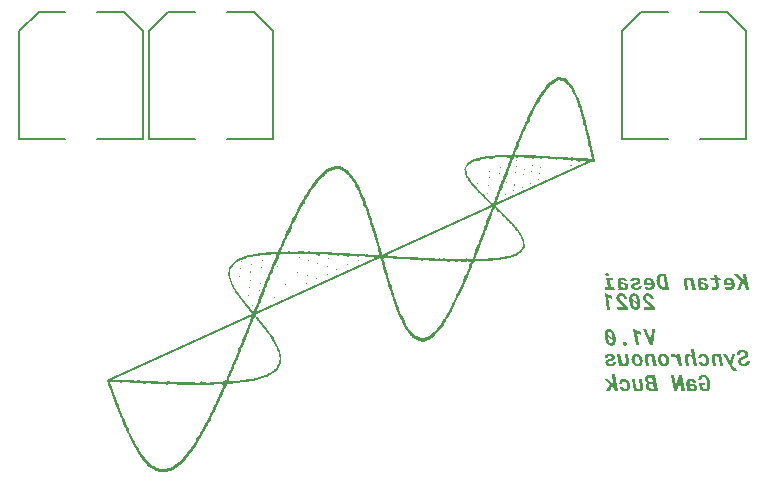
<source format=gbo>
G04*
G04 #@! TF.GenerationSoftware,Altium Limited,Altium Designer,21.3.2 (30)*
G04*
G04 Layer_Color=32896*
%FSLAX25Y25*%
%MOIN*%
G70*
G04*
G04 #@! TF.SameCoordinates,58D38C34-9AFC-4311-94A1-E66397908E57*
G04*
G04*
G04 #@! TF.FilePolarity,Positive*
G04*
G01*
G75*
%ADD13C,0.00787*%
G36*
X234070Y157117D02*
X234351Y157071D01*
X235286Y156884D01*
X235683Y156814D01*
X236244Y156673D01*
X236875Y156042D01*
X236922Y155949D01*
X237249Y155622D01*
X237296Y155528D01*
X237670Y155154D01*
X237716Y155061D01*
X238044Y154733D01*
X238090Y154640D01*
X238184Y154546D01*
X238231Y154453D01*
X238394Y154289D01*
X238605Y154032D01*
X238651Y153939D01*
X238745Y153845D01*
X238932Y153518D01*
X239025Y153284D01*
X239446Y152396D01*
X239820Y151555D01*
X240054Y151040D01*
X240428Y150246D01*
X240521Y150012D01*
X240661Y149685D01*
X240778Y149428D01*
X240895Y149124D01*
X240989Y148750D01*
X241106Y148352D01*
X241316Y147768D01*
X241503Y147114D01*
X241690Y146646D01*
X241760Y146389D01*
X241830Y146085D01*
X241947Y145688D01*
X242040Y145454D01*
X242157Y145150D01*
X242251Y144776D01*
X242414Y144239D01*
X242555Y143865D01*
X242625Y143561D01*
X242765Y143000D01*
X242859Y142673D01*
X242905Y142486D01*
X242999Y142158D01*
X243092Y141598D01*
X243186Y141270D01*
X243232Y141083D01*
X243303Y140826D01*
X243396Y140452D01*
X243443Y140219D01*
X244237Y137040D01*
X244308Y136736D01*
X244378Y136479D01*
X244425Y136292D01*
X244541Y135754D01*
X244588Y135567D01*
X244682Y135006D01*
X244728Y134819D01*
X244798Y134562D01*
X244892Y134188D01*
X244962Y133838D01*
X245009Y133651D01*
X245102Y133090D01*
X245196Y132763D01*
X245243Y132576D01*
X245336Y132248D01*
X245430Y131874D01*
X245523Y131547D01*
X245663Y131080D01*
X245710Y130939D01*
X245757Y130378D01*
X245803Y130051D01*
X246037Y129444D01*
X245944Y129116D01*
X245733Y128906D01*
X245313Y128859D01*
X245079Y128953D01*
X244425Y128906D01*
X244237Y128953D01*
X244004Y129093D01*
X243770Y129140D01*
X243256Y128906D01*
X243022Y128999D01*
X242695Y129233D01*
X241667Y129280D01*
X241339Y129233D01*
X241106Y129140D01*
X240825Y128859D01*
X240545Y128812D01*
X240124Y129093D01*
X240030Y129140D01*
X239960Y129210D01*
X239656Y129327D01*
X239329Y129373D01*
X239095Y129467D01*
X238955Y129514D01*
X238768Y129467D01*
X238511Y129350D01*
X238254Y129280D01*
X237646Y129560D01*
X236898Y129607D01*
X236711Y129654D01*
X236384Y129607D01*
X235917Y129467D01*
X235776Y129420D01*
X235402Y129607D01*
X235309Y129701D01*
X234608Y129747D01*
X234468Y129794D01*
X233766Y129841D01*
X233439Y129701D01*
X233346Y129654D01*
X233182Y129490D01*
X233135Y129350D01*
X233182Y129210D01*
X233159Y129093D01*
X233065Y129046D01*
X233042Y129490D01*
X232855Y129677D01*
X232808Y129771D01*
X232691Y129841D01*
X232411Y129888D01*
X232130Y129701D01*
X231382Y129747D01*
X231055Y129701D01*
X230868Y129654D01*
X230564Y129771D01*
X230190Y130005D01*
X229793Y130075D01*
X228624Y130121D01*
X228110Y129888D01*
X227923Y129934D01*
X227526Y130145D01*
X227245Y130192D01*
X226567Y130262D01*
X226240Y130308D01*
X225913Y130262D01*
X225726Y130215D01*
X225469Y129958D01*
X225422Y129537D01*
X225352Y129467D01*
X225282Y129490D01*
X225235Y129817D01*
X225142Y130051D01*
X224978Y130215D01*
X224744Y130262D01*
X224324Y130075D01*
X223996Y130028D01*
X223763Y130121D01*
X223202Y130168D01*
X223061Y130121D01*
X222664Y130145D01*
X222290Y130378D01*
X221075Y130425D01*
X220677Y130402D01*
X220490Y130355D01*
X220070Y130168D01*
X219929Y130215D01*
X219555Y130449D01*
X219322Y130495D01*
X219088Y130402D01*
X218924Y130238D01*
X218737Y129911D01*
X218176Y128742D01*
X218083Y128509D01*
X218036Y128368D01*
X217989Y127901D01*
X217896Y127667D01*
X217803Y127574D01*
X217616Y127246D01*
X217499Y126989D01*
X217405Y126756D01*
X217358Y126569D01*
X217288Y126125D01*
X217008Y125517D01*
X216961Y125049D01*
X216867Y124816D01*
X216821Y124068D01*
X216517Y123904D01*
X216283Y123670D01*
X216190Y123437D01*
X216073Y123133D01*
X215886Y122852D01*
X215839Y122385D01*
X215278Y121216D01*
X215231Y120796D01*
X215185Y120608D01*
X214530Y119206D01*
X214483Y119066D01*
X214437Y118458D01*
X214109Y117991D01*
X213876Y117383D01*
X213782Y117149D01*
X213736Y116728D01*
X213689Y116542D01*
X213432Y116051D01*
X213385Y115864D01*
X213315Y115139D01*
X213268Y114952D01*
X213175Y114718D01*
X212941Y114485D01*
X212801Y114251D01*
X212871Y113994D01*
X213198Y113807D01*
X213291Y113760D01*
X213408Y113643D01*
X213689Y113409D01*
X213736Y113316D01*
X213993Y113059D01*
X214086Y113012D01*
X214460Y112638D01*
X214554Y112592D01*
X217592Y109553D01*
X217686Y109506D01*
X218036Y109156D01*
X218083Y109062D01*
X218317Y108828D01*
X218363Y108735D01*
X218644Y108454D01*
X218691Y108361D01*
X218784Y108267D01*
X218831Y108174D01*
X219158Y107847D01*
X219205Y107753D01*
X219345Y107613D01*
X219392Y107519D01*
X219626Y107286D01*
X219672Y107192D01*
X219859Y107005D01*
X219906Y106912D01*
X220093Y106725D01*
X220140Y106631D01*
X220467Y106304D01*
X220514Y106211D01*
X220607Y106117D01*
X220654Y106024D01*
X220747Y105930D01*
X221075Y105322D01*
X221308Y104948D01*
X221542Y104528D01*
X222150Y103359D01*
X222220Y103289D01*
X222360Y102915D01*
X222407Y102728D01*
X222454Y102307D01*
X222524Y100507D01*
X222407Y100204D01*
X222220Y99923D01*
X221776Y99339D01*
X221659Y99175D01*
X221449Y98918D01*
X221402Y98825D01*
X221262Y98684D01*
X221215Y98591D01*
X220958Y98334D01*
X220444Y98053D01*
X220210Y97960D01*
X219415Y97586D01*
X219181Y97492D01*
X218410Y97142D01*
X217826Y96931D01*
X217569Y96861D01*
X217335Y96815D01*
X217055Y96768D01*
X216867Y96721D01*
X216260Y96628D01*
X215979Y96581D01*
X215372Y96487D01*
X215185Y96441D01*
X214951Y96394D01*
X214764Y96347D01*
X214530Y96300D01*
X214250Y96254D01*
X213315Y96113D01*
X212754Y96020D01*
X212193Y95973D01*
X211725Y95926D01*
X210790Y95880D01*
X210276Y95833D01*
X209341Y95786D01*
X208126Y95739D01*
X205906Y95669D01*
X205718Y95622D01*
X205648Y95552D01*
X205508Y95319D01*
X205415Y95085D01*
X205158Y94547D01*
X204994Y94103D01*
X204901Y93870D01*
X204714Y93449D01*
X204526Y92981D01*
X204386Y92654D01*
X204293Y92420D01*
X204152Y92093D01*
X203872Y91392D01*
X203615Y90761D01*
X203498Y90457D01*
X203264Y89943D01*
X203218Y89849D01*
X203124Y89616D01*
X203077Y89429D01*
X202890Y89008D01*
X202820Y88844D01*
X202703Y88541D01*
X202610Y88307D01*
X202376Y87792D01*
X202283Y87559D01*
X201909Y86764D01*
X201768Y86437D01*
X201511Y85946D01*
X201418Y85712D01*
X201301Y85409D01*
X201114Y85128D01*
X201067Y85035D01*
X200927Y84707D01*
X200460Y83726D01*
X200132Y83024D01*
X199104Y80874D01*
X198450Y79518D01*
X198169Y79004D01*
X197982Y78724D01*
X197748Y78303D01*
X197561Y78022D01*
X197281Y77508D01*
X197047Y77181D01*
X196860Y76854D01*
X196813Y76760D01*
X196486Y76246D01*
X196439Y76106D01*
X196206Y75779D01*
X195972Y75358D01*
X195738Y74984D01*
X195504Y74563D01*
X195084Y73956D01*
X195037Y73862D01*
X194663Y73488D01*
X194616Y73395D01*
X194289Y73067D01*
X194242Y72974D01*
X193868Y72600D01*
X193822Y72506D01*
X193448Y72132D01*
X193401Y72039D01*
X193120Y71759D01*
X193074Y71665D01*
X192793Y71385D01*
X192746Y71291D01*
X192373Y70917D01*
X192326Y70824D01*
X191741Y70239D01*
X191321Y70006D01*
X190526Y69632D01*
X190339Y69585D01*
X189544Y69211D01*
X188843Y68884D01*
X188516Y68837D01*
X188329Y68884D01*
X188072Y69001D01*
X187487Y69211D01*
X187301Y69258D01*
X187067Y69351D01*
X186810Y69468D01*
X186365Y69632D01*
X186179Y69678D01*
X185384Y70052D01*
X185267Y70169D01*
X185220Y70263D01*
X184986Y70496D01*
X184940Y70590D01*
X184846Y70683D01*
X184800Y70777D01*
X184706Y70870D01*
X184659Y70964D01*
X184472Y71151D01*
X184426Y71244D01*
X184332Y71338D01*
X184285Y71431D01*
X184145Y71572D01*
X184098Y71665D01*
X184005Y71759D01*
X183958Y71852D01*
X183865Y71946D01*
X183818Y72039D01*
X183584Y72273D01*
X183537Y72366D01*
X183444Y72460D01*
X183397Y72553D01*
X183280Y72670D01*
X183070Y72927D01*
X183023Y73021D01*
X182930Y73114D01*
X182883Y73208D01*
X182743Y73348D01*
X182229Y74330D01*
X182042Y74750D01*
X181574Y75732D01*
X180733Y77508D01*
X180592Y77836D01*
X180382Y78233D01*
X180218Y78677D01*
X180055Y79074D01*
X179798Y79799D01*
X179704Y80126D01*
X179587Y80383D01*
X179471Y80687D01*
X179260Y81365D01*
X179167Y81599D01*
X179050Y81902D01*
X178910Y82370D01*
X178793Y82674D01*
X178606Y83188D01*
X178512Y83562D01*
X178325Y84029D01*
X178208Y84333D01*
X178045Y84871D01*
X177928Y85175D01*
X177507Y86484D01*
X177414Y86858D01*
X177133Y87746D01*
X177063Y88003D01*
X176923Y88564D01*
X176736Y89078D01*
X176689Y89265D01*
X176619Y89569D01*
X176409Y90247D01*
X176315Y90480D01*
X176268Y90667D01*
X176198Y90971D01*
X176105Y91299D01*
X176035Y91556D01*
X175894Y91930D01*
X175824Y92187D01*
X175731Y92561D01*
X175427Y93519D01*
X175380Y93706D01*
X175310Y94010D01*
X175263Y94197D01*
X175030Y94945D01*
X174843Y95693D01*
X174679Y96230D01*
X174609Y96534D01*
X174492Y96791D01*
X174328Y96908D01*
X174071Y96978D01*
X173814Y96908D01*
X173534Y96721D01*
X173230Y96604D01*
X172903Y96651D01*
X172716Y96838D01*
X172459Y97002D01*
X172225Y97048D01*
X171383Y97142D01*
X170705Y97212D01*
X170378Y97072D01*
X170051Y97025D01*
X169677Y97259D01*
X169069Y97305D01*
X168929Y97352D01*
X168882Y97305D01*
X168836Y97352D01*
X167573Y97399D01*
X167340Y97305D01*
X167246Y97212D01*
X167059Y97165D01*
X166849Y97235D01*
X166592Y97446D01*
X166031Y97492D01*
X165283Y97539D01*
X164675Y97586D01*
X164488Y97633D01*
X164161Y97539D01*
X164044Y97422D01*
X163857Y97095D01*
X163787Y97025D01*
X163600Y97072D01*
X163413Y97259D01*
X163320Y97305D01*
X163226Y97399D01*
X163133Y97446D01*
X162992Y97492D01*
X162735Y97469D01*
X162478Y97492D01*
X162291Y97539D01*
X161543Y97773D01*
X161356Y97820D01*
X161029Y97773D01*
X160772Y97703D01*
X160468Y97586D01*
X159860Y97866D01*
X157897Y97913D01*
X157289Y97726D01*
X156682Y98007D01*
X155045Y98053D01*
X154905Y98100D01*
X154531Y98147D01*
X154461Y98077D01*
X154227Y97656D01*
X154111Y97586D01*
X153970Y97539D01*
X153830Y97586D01*
X153737Y97633D01*
X153666Y97703D01*
X153293Y97936D01*
X152848Y98100D01*
X152708Y98147D01*
X152007Y98194D01*
X151399Y98240D01*
X151212Y98194D01*
X150908Y98077D01*
X150722Y98030D01*
X150605Y98053D01*
X150418Y98100D01*
X150161Y98217D01*
X149973Y98264D01*
X148548Y98240D01*
X148407Y98287D01*
X148127Y98240D01*
X147940Y98194D01*
X147613Y98053D01*
X147379Y98007D01*
X147145Y98100D01*
X147029Y98217D01*
X146795Y98311D01*
X145836Y98287D01*
X145369Y98147D01*
X145275Y98053D01*
X144808Y98007D01*
X144668Y98053D01*
X144364Y98030D01*
X143943Y97983D01*
X143826Y98007D01*
X143593Y98100D01*
X143523Y98170D01*
X143289Y98264D01*
X141396Y98240D01*
X141068Y98100D01*
X140975Y98053D01*
X140905Y97983D01*
X140671Y97562D01*
X140577Y97329D01*
X140624Y96721D01*
X140577Y96534D01*
X140484Y96441D01*
X140437Y96347D01*
X140203Y96113D01*
X139923Y95599D01*
X139853Y95529D01*
X139549Y95085D01*
X139502Y94617D01*
X139385Y94314D01*
X139152Y93940D01*
X139035Y93636D01*
X138731Y92958D01*
X138637Y92724D01*
X138591Y92537D01*
X138521Y92187D01*
X138334Y91766D01*
X138100Y91345D01*
X137820Y90691D01*
X137633Y90270D01*
X137586Y89943D01*
X137492Y89569D01*
X137399Y89475D01*
X137118Y88961D01*
X137025Y88727D01*
X136698Y88026D01*
X136651Y87512D01*
X136604Y87325D01*
X136534Y87255D01*
X136324Y86998D01*
X136137Y86530D01*
X135856Y85923D01*
X135809Y84847D01*
X135763Y84661D01*
X135389Y84286D01*
X135155Y83959D01*
X135108Y83866D01*
X134874Y83352D01*
X134687Y83071D01*
X134641Y82697D01*
X134594Y82510D01*
X134524Y82300D01*
X134290Y81926D01*
X134080Y81341D01*
X133940Y81014D01*
X133841Y80798D01*
X133845Y80795D01*
Y80748D01*
X133891Y80701D01*
X133868Y80585D01*
X133736Y80540D01*
X133729Y80524D01*
X133682Y80336D01*
X133612Y79892D01*
X133495Y79682D01*
X133308Y79402D01*
X133215Y79168D01*
X133005Y78584D01*
X132841Y78186D01*
X132794Y77999D01*
X132864Y77742D01*
X132981Y77625D01*
X133075Y77578D01*
X133379Y77275D01*
X133425Y77181D01*
X133566Y77041D01*
X133612Y76947D01*
X133799Y76760D01*
X133846Y76667D01*
X133940Y76573D01*
X133986Y76480D01*
X134126Y76340D01*
X134173Y76246D01*
X134360Y76059D01*
X134407Y75966D01*
X134547Y75826D01*
X134594Y75732D01*
X134781Y75545D01*
X134828Y75451D01*
X134968Y75311D01*
X135015Y75218D01*
X135202Y75031D01*
X135248Y74937D01*
X135342Y74844D01*
X135389Y74750D01*
X135669Y74470D01*
X135716Y74376D01*
X135809Y74283D01*
X135856Y74189D01*
X135973Y74072D01*
X136651Y73161D01*
X136698Y73067D01*
X136791Y72974D01*
X136838Y72880D01*
X136931Y72787D01*
X136978Y72694D01*
X137445Y72039D01*
X137492Y71946D01*
X137586Y71852D01*
X137633Y71759D01*
X137726Y71665D01*
X137773Y71572D01*
X137866Y71478D01*
X137913Y71385D01*
X138848Y70076D01*
X138895Y69982D01*
X139128Y69655D01*
X140437Y67084D01*
X140648Y66687D01*
X140741Y66453D01*
X140975Y65939D01*
X141022Y65752D01*
X141068Y65471D01*
X141139Y64887D01*
X141185Y64700D01*
X141255Y64069D01*
X141325Y63531D01*
X141372Y63204D01*
X141419Y63064D01*
X141466Y62596D01*
X141419Y62269D01*
X141232Y61848D01*
X141185Y61755D01*
X140858Y61054D01*
X140811Y60960D01*
X140624Y60539D01*
X140297Y59838D01*
X140203Y59605D01*
X139946Y59347D01*
X139853Y59301D01*
X139759Y59207D01*
X139362Y58950D01*
X139082Y58763D01*
X138637Y58459D01*
X138544Y58412D01*
X138451Y58319D01*
X138357Y58272D01*
X138264Y58179D01*
X138170Y58132D01*
X137516Y57665D01*
X136838Y57314D01*
X136604Y57220D01*
X136417Y57174D01*
X136066Y57104D01*
X135669Y56987D01*
X135202Y56800D01*
X134641Y56660D01*
X134337Y56589D01*
X134033Y56472D01*
X133659Y56332D01*
X133355Y56262D01*
X133168Y56215D01*
X132631Y56052D01*
X132397Y55958D01*
X131906Y55841D01*
X131719Y55795D01*
X131252Y55748D01*
X130621Y55678D01*
X130340Y55631D01*
X129732Y55537D01*
X129452Y55491D01*
X128868Y55421D01*
X128400Y55374D01*
X126787Y55164D01*
X126507Y55117D01*
X125876Y55047D01*
X125735Y55000D01*
X124801Y54953D01*
X124660Y54906D01*
X124614Y54953D01*
X124567Y54906D01*
X124403Y54930D01*
X123679Y54906D01*
X123375Y54790D01*
X123188Y54462D01*
X122931Y53925D01*
X122814Y53621D01*
X122487Y52920D01*
X122440Y52733D01*
X122346Y52499D01*
X122089Y52008D01*
X121973Y51704D01*
X121879Y51471D01*
X121669Y51120D01*
X121552Y50816D01*
X121131Y49928D01*
X120897Y49414D01*
X120687Y49016D01*
X120570Y48713D01*
X119682Y46843D01*
X119588Y46609D01*
X119214Y45814D01*
X118794Y44926D01*
X118466Y44225D01*
X117905Y43056D01*
X117859Y42869D01*
X117672Y42589D01*
X117345Y41981D01*
X117158Y41701D01*
X116830Y41093D01*
X116456Y40392D01*
X116223Y40018D01*
X115942Y39504D01*
X115755Y39176D01*
X115475Y38662D01*
X115288Y38335D01*
X115007Y37821D01*
X114633Y37119D01*
X114446Y36839D01*
X114119Y36231D01*
X113745Y35530D01*
X113558Y35203D01*
X113465Y35109D01*
X113418Y34922D01*
X112997Y34315D01*
X112950Y34221D01*
X112857Y34128D01*
X112740Y33964D01*
X112530Y33707D01*
X112413Y33543D01*
X111969Y32959D01*
X111642Y32538D01*
X111595Y32445D01*
X111501Y32351D01*
X111174Y31931D01*
X111057Y31767D01*
X110613Y31183D01*
X110566Y31089D01*
X110496Y31019D01*
X110286Y30762D01*
X110169Y30598D01*
X109725Y30014D01*
X109608Y29850D01*
X109398Y29593D01*
X109351Y29500D01*
X109211Y29360D01*
X109164Y29266D01*
X109024Y29126D01*
X108977Y29032D01*
X108884Y28939D01*
X108837Y28845D01*
X108767Y28822D01*
X108626Y28682D01*
X108533Y28635D01*
X108369Y28471D01*
X108089Y28284D01*
X107504Y27840D01*
X107341Y27724D01*
X107084Y27513D01*
X106920Y27396D01*
X106336Y26952D01*
X106242Y26905D01*
X106149Y26812D01*
X105728Y26485D01*
X105635Y26438D01*
X105564Y26368D01*
X105307Y26158D01*
X104630Y25760D01*
X104443Y25713D01*
X103835Y25667D01*
X103321Y25620D01*
X102760Y25573D01*
X102245Y25526D01*
X101825Y25480D01*
X101264Y25386D01*
X100820Y25316D01*
X100633Y25363D01*
X100025Y25643D01*
X99698Y25877D01*
X99184Y26158D01*
X98856Y26391D01*
X98436Y26625D01*
X98342Y26672D01*
X98062Y26859D01*
X97734Y27046D01*
X97641Y27092D01*
X97360Y27279D01*
X97033Y27466D01*
X96823Y27677D01*
X96776Y27770D01*
X96496Y28051D01*
X96449Y28144D01*
X96355Y28238D01*
X96309Y28331D01*
X96169Y28471D01*
X96122Y28565D01*
X96028Y28658D01*
X95982Y28752D01*
X95888Y28845D01*
X95841Y28939D01*
X95748Y29032D01*
X95420Y29453D01*
X95304Y29617D01*
X95093Y29874D01*
X95047Y29967D01*
X94930Y30084D01*
X94719Y30341D01*
X94673Y30435D01*
X94579Y30528D01*
X94532Y30622D01*
X94415Y30739D01*
X93971Y31323D01*
X93644Y31744D01*
X93597Y31837D01*
X93504Y31931D01*
X92896Y33099D01*
X92499Y33824D01*
X92359Y34104D01*
X92242Y34408D01*
X92055Y34689D01*
X91260Y36231D01*
X90886Y36933D01*
X90652Y37353D01*
X90512Y37681D01*
X89928Y38779D01*
X89834Y39013D01*
X89601Y39620D01*
X89507Y39854D01*
X89273Y40368D01*
X89180Y40602D01*
X89063Y40906D01*
X88969Y41140D01*
X88829Y41467D01*
X88642Y41934D01*
X88432Y42425D01*
X88339Y42659D01*
X88175Y43103D01*
X87918Y43641D01*
X87754Y44085D01*
X87567Y44505D01*
X87497Y44669D01*
X87333Y45113D01*
X87076Y45651D01*
X86866Y46235D01*
X86585Y46889D01*
X86399Y47497D01*
X86282Y47754D01*
X86141Y48128D01*
X86071Y48385D01*
X85931Y48713D01*
X85744Y49180D01*
X85650Y49507D01*
X85534Y49811D01*
X85440Y50045D01*
X85207Y50699D01*
X85066Y51073D01*
X84833Y51728D01*
X84739Y51961D01*
X84505Y52616D01*
X84318Y53083D01*
X84201Y53387D01*
X84155Y53527D01*
X84108Y53714D01*
X83991Y53972D01*
X83804Y54439D01*
X83757Y54626D01*
X83500Y55351D01*
X83407Y55584D01*
X83360Y56005D01*
X83454Y56239D01*
X83570Y56356D01*
X83804Y56496D01*
X84248Y56472D01*
X84482Y56426D01*
X85160Y56449D01*
X85464Y56332D01*
X85767Y56262D01*
X85908Y56215D01*
X86656Y56262D01*
X86796Y56215D01*
X87544Y56169D01*
X87778Y56262D01*
X88058Y56309D01*
X88245Y56262D01*
X88315Y56192D01*
X88572Y56122D01*
X90021Y56075D01*
X91050Y56028D01*
X91190Y55982D01*
X91658Y56028D01*
X92031Y56122D01*
X92335Y56005D01*
X92592Y55935D01*
X92733Y55888D01*
X92920Y55935D01*
X93247Y56075D01*
X93668Y56122D01*
X93995Y56075D01*
X94322Y55982D01*
X94696Y55888D01*
X94836Y55841D01*
X95631Y55795D01*
X95888Y55865D01*
X96075Y55911D01*
X96262Y55865D01*
X96496Y55771D01*
X96683Y55725D01*
X99277Y55654D01*
X99417Y55701D01*
X99791Y55748D01*
X99978Y55701D01*
X100119Y55654D01*
X100680Y55608D01*
X101427Y55561D01*
X103017Y55514D01*
X103251Y55608D01*
X103321Y55678D01*
X103437Y55841D01*
X103531Y55888D01*
X103858Y55748D01*
X104302Y55678D01*
X104676Y55631D01*
X105050Y55537D01*
X105354Y55467D01*
X106289Y55374D01*
X106616Y55327D01*
X106944Y55374D01*
X107411Y55514D01*
X107808Y55397D01*
X108229Y55351D01*
X109515Y55374D01*
X109655Y55327D01*
X110543Y55374D01*
X110870Y55467D01*
X111010Y55514D01*
X111291Y55421D01*
X112179Y55374D01*
X112787Y55327D01*
X112927Y55280D01*
X113675Y55234D01*
X114143Y55280D01*
X114470Y55421D01*
X114703Y55654D01*
X114937Y55701D01*
X115171Y55561D01*
X115592Y55327D01*
X117228Y55280D01*
X117695Y55327D01*
X118326Y55397D01*
X118583Y55467D01*
X118724Y55514D01*
X118770Y55467D01*
X119565Y55421D01*
X120033Y55467D01*
X120173Y55421D01*
X120220Y55467D01*
X121809Y55514D01*
X122300Y55725D01*
X122603Y55795D01*
X122767Y55958D01*
X122814Y56052D01*
X122884Y56122D01*
X123164Y56589D01*
X123328Y57033D01*
X123609Y57688D01*
X123725Y57945D01*
X123819Y58179D01*
X123889Y58483D01*
X124356Y59464D01*
X124497Y59791D01*
X124590Y60025D01*
X124731Y60352D01*
X124847Y60610D01*
X124941Y60843D01*
X125081Y61217D01*
X125151Y61568D01*
X125362Y61918D01*
X125595Y62433D01*
X125712Y62736D01*
X125969Y63274D01*
X126180Y63858D01*
X126273Y64186D01*
X126834Y65354D01*
X126881Y65915D01*
X126928Y66102D01*
X126998Y66359D01*
X127091Y66593D01*
X127161Y66897D01*
X127208Y67084D01*
X127535Y67271D01*
X127675Y67505D01*
X127769Y67738D01*
X128003Y68253D01*
X128190Y68767D01*
X128400Y69258D01*
X128470Y69655D01*
X128751Y70263D01*
X128938Y70683D01*
X129218Y71385D01*
X129358Y71712D01*
X129452Y71946D01*
X129499Y72226D01*
X129990Y73325D01*
X130223Y73932D01*
X130457Y74446D01*
X130574Y74937D01*
X130644Y75148D01*
X130831Y75428D01*
X130948Y75732D01*
X131158Y76223D01*
X131322Y76667D01*
X131369Y76854D01*
X131322Y77321D01*
X131369Y77508D01*
X131696Y77836D01*
X131743Y78163D01*
X131602Y78490D01*
X131555Y78584D01*
X131392Y78747D01*
X131298Y78794D01*
X131135Y78957D01*
X131088Y79051D01*
X130994Y79145D01*
X130948Y79238D01*
X130761Y79425D01*
X130714Y79518D01*
X130574Y79659D01*
X130527Y79752D01*
X130340Y79939D01*
X130293Y80033D01*
X130153Y80173D01*
X130106Y80266D01*
X129919Y80453D01*
X129265Y81295D01*
X129218Y81388D01*
X129078Y81529D01*
X129031Y81622D01*
X128938Y81716D01*
X128891Y81809D01*
X128797Y81902D01*
X128751Y81996D01*
X128681Y82066D01*
X128470Y82323D01*
X128424Y82417D01*
X128283Y82557D01*
X128236Y82650D01*
X128143Y82744D01*
X128026Y82907D01*
X127582Y83492D01*
X127535Y83585D01*
X127395Y83726D01*
X127348Y83819D01*
X127255Y83913D01*
X126694Y84661D01*
X126460Y85081D01*
X126367Y85175D01*
X126133Y85596D01*
X125946Y85876D01*
X125572Y86530D01*
X125338Y86951D01*
X125011Y87465D01*
X124614Y88190D01*
X124567Y88377D01*
X124310Y89101D01*
X124216Y89429D01*
X124170Y89616D01*
X123889Y90504D01*
X123749Y91065D01*
X123702Y91205D01*
X123725Y91883D01*
X123796Y92280D01*
X123842Y92467D01*
X123936Y93028D01*
X123983Y93215D01*
X124053Y93472D01*
X124123Y93776D01*
X124310Y94197D01*
X124356Y94290D01*
X125899Y95833D01*
X126180Y96067D01*
X126437Y96277D01*
X127091Y96511D01*
X127489Y96674D01*
X128213Y96931D01*
X128470Y97048D01*
X128704Y97142D01*
X129429Y97399D01*
X129686Y97516D01*
X130060Y97656D01*
X130247Y97703D01*
X130480Y97750D01*
X130924Y97820D01*
X131111Y97866D01*
X131743Y97936D01*
X131929Y97983D01*
X133051Y98170D01*
X133285Y98217D01*
X133893Y98311D01*
X135576Y98591D01*
X136604Y98638D01*
X137352Y98684D01*
X137960Y98731D01*
X139900Y98801D01*
X140157Y98918D01*
X140391Y99245D01*
X140718Y99853D01*
X140811Y100087D01*
X140858Y100274D01*
X141068Y100624D01*
X141185Y100928D01*
X141279Y101162D01*
X141606Y101863D01*
X141699Y102097D01*
X141980Y102705D01*
X142120Y103032D01*
X142307Y103453D01*
X142541Y103967D01*
X142681Y104294D01*
X142775Y104528D01*
X143055Y105135D01*
X143149Y105369D01*
X143476Y106070D01*
X143569Y106304D01*
X143616Y106491D01*
X143826Y106842D01*
X143943Y107146D01*
X144317Y107940D01*
X144411Y108174D01*
X144598Y108595D01*
X145486Y110324D01*
X145860Y111026D01*
X147823Y114859D01*
X148898Y116962D01*
X149085Y117243D01*
X149132Y117336D01*
X149226Y117430D01*
X149272Y117523D01*
X149693Y118131D01*
X149740Y118224D01*
X149927Y118505D01*
X150044Y118668D01*
X150277Y119043D01*
X150464Y119323D01*
X150698Y119697D01*
X150885Y119977D01*
X151189Y120422D01*
X151236Y120515D01*
X151469Y120842D01*
X151610Y121076D01*
X151797Y121356D01*
X151913Y121520D01*
X152241Y122034D01*
X152545Y122478D01*
X152591Y122572D01*
X152685Y122665D01*
X152732Y122759D01*
X152965Y122993D01*
X153012Y123086D01*
X153877Y123951D01*
X153970Y123998D01*
X154298Y124325D01*
X154391Y124372D01*
X154975Y124956D01*
X155022Y125049D01*
X155139Y125166D01*
X155233Y125213D01*
X155490Y125470D01*
X155536Y125564D01*
X155606Y125634D01*
X155700Y125680D01*
X155747Y125774D01*
X155840Y125821D01*
X155910Y125891D01*
X155957Y125984D01*
X156027Y126008D01*
X156051Y126078D01*
X156121Y126101D01*
X156401Y126382D01*
X156495Y126428D01*
X156565Y126498D01*
X156939Y126639D01*
X157196Y126709D01*
X157500Y126826D01*
X157944Y126989D01*
X158505Y127130D01*
X158809Y127246D01*
X159183Y127387D01*
X159440Y127457D01*
X159767Y127550D01*
X159907Y127597D01*
X160281Y127644D01*
X160608Y127550D01*
X160842Y127457D01*
X161637Y127083D01*
X162408Y126732D01*
X162712Y126615D01*
X163039Y126475D01*
X163320Y126288D01*
X163413Y126241D01*
X163507Y126148D01*
X163600Y126101D01*
X163623Y126031D01*
X163764Y125891D01*
X163810Y125797D01*
X163881Y125727D01*
X164091Y125470D01*
X164138Y125377D01*
X164278Y125236D01*
X164605Y124816D01*
X164652Y124722D01*
X164792Y124582D01*
X164839Y124488D01*
X164932Y124395D01*
X164979Y124301D01*
X165073Y124208D01*
X165119Y124114D01*
X165236Y123998D01*
X165447Y123740D01*
X165493Y123647D01*
X165587Y123554D01*
X165633Y123460D01*
X165704Y123390D01*
X165914Y123133D01*
X165961Y123039D01*
X166194Y122806D01*
X166241Y122712D01*
X166475Y122385D01*
X166802Y121777D01*
X167176Y120982D01*
X167270Y120749D01*
X168018Y119159D01*
X168438Y118271D01*
X169069Y116892D01*
X169163Y116658D01*
X169397Y116144D01*
X169560Y115700D01*
X169701Y115233D01*
X169817Y114929D01*
X170004Y114415D01*
X170074Y114111D01*
X170168Y113877D01*
X170285Y113620D01*
X170402Y113316D01*
X170589Y112662D01*
X170729Y112334D01*
X170822Y112101D01*
X171009Y111493D01*
X171126Y111189D01*
X171290Y110745D01*
X171337Y110558D01*
X171430Y110231D01*
X171547Y109974D01*
X171664Y109670D01*
X171757Y109296D01*
X172084Y108267D01*
X172225Y107706D01*
X172342Y107309D01*
X172459Y107005D01*
X172552Y106678D01*
X172599Y106491D01*
X172692Y106164D01*
X172879Y105556D01*
X172926Y105369D01*
X173206Y104434D01*
X173253Y104247D01*
X173347Y103920D01*
X173580Y103172D01*
X173674Y102845D01*
X173767Y102471D01*
X173884Y102074D01*
X174024Y101700D01*
X174095Y101396D01*
X174141Y101209D01*
X174399Y100391D01*
X174515Y99853D01*
X174562Y99666D01*
X174679Y99269D01*
X174866Y98755D01*
X174913Y98568D01*
X174959Y98287D01*
X175030Y98030D01*
X175123Y97936D01*
X175380Y97726D01*
X175848Y97679D01*
X176362Y97913D01*
X176642Y97960D01*
X176876Y97866D01*
X177297Y97633D01*
X177554Y97562D01*
X177741Y97516D01*
X177975Y97469D01*
X178582Y97376D01*
X178793Y97399D01*
X178980Y97446D01*
X179213Y97539D01*
X179377Y97469D01*
X179611Y97376D01*
X180008Y97305D01*
X180475Y97259D01*
X181925Y97212D01*
X182065Y97259D01*
X182439Y97305D01*
X182766Y97212D01*
X182906Y97165D01*
X183561Y97118D01*
X183701Y97072D01*
X184963Y97025D01*
X185173Y97095D01*
X185314Y97329D01*
X185384Y97399D01*
X185477Y97446D01*
X185711Y97212D01*
X186553Y97165D01*
X186810Y97095D01*
X187324Y96908D01*
X187628Y96838D01*
X187955Y96885D01*
X188095Y96931D01*
X188539Y96908D01*
X188890Y96838D01*
X189030Y96791D01*
X190853Y96744D01*
X191180Y96838D01*
X191321Y96885D01*
X191508Y96838D01*
X191835Y96698D01*
X192816Y96651D01*
X192957Y96604D01*
X193798Y96557D01*
X194125Y96651D01*
X194359Y96744D01*
X194640Y96557D01*
X194967Y96511D01*
X195154Y96557D01*
X195388Y96651D01*
X195458Y96721D01*
X195762Y96791D01*
X196089Y96744D01*
X196346Y96628D01*
X196650Y96511D01*
X196977Y96557D01*
X197117Y96604D01*
X197257Y96557D01*
X197515Y96487D01*
X197795Y96441D01*
X199151Y96394D01*
X199454Y96417D01*
X199595Y96464D01*
X200062Y96511D01*
X200296Y96417D01*
X202026Y96371D01*
X202493Y96417D01*
X202727Y96511D01*
X202797Y96581D01*
X202844Y96674D01*
X203007Y96791D01*
X203148Y96744D01*
X203241Y96651D01*
X203662Y96604D01*
X203989Y96557D01*
X204223Y96464D01*
X204784Y96417D01*
X204971Y96464D01*
X205041Y96534D01*
X205181Y96768D01*
X205274Y97002D01*
X205391Y97259D01*
X205508Y97562D01*
X205672Y97960D01*
X205859Y98708D01*
X205929Y99105D01*
X206022Y99479D01*
X206303Y100087D01*
X206490Y100414D01*
X206677Y100835D01*
X207074Y101559D01*
X207214Y101933D01*
X207284Y102190D01*
X207378Y102564D01*
X207565Y102985D01*
X207752Y103453D01*
X207869Y103710D01*
X208056Y104177D01*
X208173Y104668D01*
X208453Y105276D01*
X208547Y105509D01*
X208687Y105837D01*
X208804Y106094D01*
X208851Y106281D01*
X208921Y106585D01*
X209131Y107075D01*
X209412Y107777D01*
X209552Y108151D01*
X209598Y108525D01*
X209645Y109039D01*
X209762Y109343D01*
X209902Y109670D01*
X210136Y109997D01*
X210370Y110418D01*
X210417Y110698D01*
X210557Y111026D01*
X210790Y111446D01*
X210837Y111633D01*
X211164Y112334D01*
X211211Y112755D01*
X211585Y113550D01*
X211632Y114251D01*
X211539Y114485D01*
X211492Y114578D01*
X211235Y114835D01*
X211141Y114882D01*
X210954Y115069D01*
X210861Y115116D01*
X209505Y116471D01*
X209412Y116518D01*
X209014Y116916D01*
X208991Y116939D01*
X208944Y116986D01*
X208851Y117032D01*
X208827Y117103D01*
X208664Y117266D01*
X208570Y117313D01*
X207425Y118458D01*
X207378Y118552D01*
X207004Y118926D01*
X206957Y119019D01*
X206747Y119229D01*
X206653Y119276D01*
X206583Y119346D01*
X206537Y119440D01*
X206256Y119720D01*
X206209Y119814D01*
X205508Y120515D01*
X205461Y120608D01*
X205251Y120819D01*
X204807Y121403D01*
X204760Y121497D01*
X203825Y122806D01*
X203779Y122899D01*
X203545Y123226D01*
X203498Y123320D01*
X203405Y123413D01*
X203124Y123927D01*
X202960Y124325D01*
X202890Y124582D01*
X202797Y124909D01*
X202750Y125096D01*
X202610Y125564D01*
X202516Y125797D01*
X202470Y126358D01*
X202516Y126545D01*
X202633Y126802D01*
X202727Y127036D01*
X202890Y127480D01*
X203264Y128275D01*
X203311Y128368D01*
X203428Y128485D01*
X203662Y128626D01*
X203755Y128719D01*
X203942Y128766D01*
X204269Y128999D01*
X204924Y129373D01*
X205438Y129654D01*
X205508Y129724D01*
X205742Y129817D01*
X206046Y129934D01*
X206303Y130005D01*
X206700Y130075D01*
X206887Y130121D01*
X207214Y130168D01*
X207401Y130215D01*
X207729Y130308D01*
X207986Y130378D01*
X208360Y130472D01*
X208827Y130565D01*
X209669Y130706D01*
X210230Y130752D01*
X210603Y130799D01*
X211211Y130846D01*
X211585Y130893D01*
X212146Y130939D01*
X212894Y130986D01*
X213829Y131033D01*
X214624Y131080D01*
X215489Y131150D01*
X216938Y131103D01*
X217125Y131150D01*
X217452Y131103D01*
X217639Y131056D01*
X217826Y131103D01*
X218060Y131196D01*
X218317Y131454D01*
X218504Y131781D01*
X218597Y132015D01*
X218761Y132412D01*
X218924Y132856D01*
X219018Y133090D01*
X219135Y133347D01*
X219228Y133581D01*
X219392Y134025D01*
X219602Y134516D01*
X219813Y135100D01*
X220070Y135684D01*
X220233Y136128D01*
X220537Y136806D01*
X220654Y137110D01*
X220747Y137344D01*
X220958Y137741D01*
X221075Y138045D01*
X221215Y138372D01*
X221495Y138980D01*
X221589Y139214D01*
X221776Y139634D01*
X222010Y140148D01*
X222150Y140476D01*
X222243Y140709D01*
X222477Y141224D01*
X222617Y141551D01*
X222968Y142322D01*
X223038Y142579D01*
X223248Y142930D01*
X223342Y143164D01*
X223459Y143467D01*
X223786Y144169D01*
X224440Y145524D01*
X224768Y146132D01*
X224955Y146459D01*
X225375Y147254D01*
X226334Y149054D01*
X227175Y150643D01*
X227479Y151087D01*
X227526Y151181D01*
X227666Y151321D01*
X227783Y151484D01*
X227970Y151765D01*
X228414Y152349D01*
X228461Y152443D01*
X228577Y152560D01*
X228881Y153004D01*
X229209Y153424D01*
X229255Y153518D01*
X229442Y153705D01*
X229489Y153798D01*
X229583Y153892D01*
X229629Y153985D01*
X229816Y154266D01*
X230143Y154686D01*
X230190Y154780D01*
X230728Y155318D01*
X230821Y155364D01*
X231149Y155598D01*
X231476Y155785D01*
X231803Y156019D01*
X232224Y156253D01*
X232317Y156346D01*
X232411Y156393D01*
X232504Y156486D01*
X232831Y156673D01*
X233159Y156907D01*
X233579Y157141D01*
X234070Y157117D01*
D02*
G37*
G36*
X220093Y129444D02*
X220140Y129070D01*
X220070Y128999D01*
X219953Y129023D01*
X219929Y129046D01*
X219859Y129116D01*
X219813Y129397D01*
X219883Y129467D01*
X220023Y129514D01*
X220093Y129444D01*
D02*
G37*
G36*
X227993Y128836D02*
X228040Y128742D01*
X227970Y128672D01*
X227900Y128696D01*
X227876Y128719D01*
X227806Y128789D01*
X227830Y128859D01*
X227923Y128906D01*
X227993Y128836D01*
D02*
G37*
G36*
X222711Y128462D02*
X222641Y128438D01*
X222617Y128462D01*
Y128555D01*
X222687Y128579D01*
X222711Y128462D01*
D02*
G37*
G36*
X235753Y128509D02*
X235800Y128275D01*
X235636Y128252D01*
X235519Y128415D01*
Y128462D01*
Y128509D01*
X235683Y128579D01*
X235753Y128509D01*
D02*
G37*
G36*
X230611Y128041D02*
X230588Y128018D01*
X230494Y127971D01*
X230447Y128065D01*
X230424Y128088D01*
X230494Y128158D01*
X230611Y128041D01*
D02*
G37*
G36*
X225282Y127761D02*
X225258Y127644D01*
X225165Y127597D01*
X224978Y127644D01*
X224955Y127807D01*
X225048Y127854D01*
X225072Y127877D01*
X225165D01*
X225282Y127761D01*
D02*
G37*
G36*
X238184Y127714D02*
X238137Y127527D01*
X237973Y127457D01*
X237857Y127574D01*
X237810Y127807D01*
X237833Y127831D01*
X237880Y127877D01*
X238020Y127924D01*
X238184Y127714D01*
D02*
G37*
G36*
X219859Y127387D02*
X219906Y127246D01*
Y127200D01*
X219883Y127176D01*
X219649Y127130D01*
X219532Y127293D01*
X219602Y127410D01*
X219859Y127387D01*
D02*
G37*
G36*
X233182Y127293D02*
X233112Y127130D01*
X232925Y127083D01*
X232808Y127200D01*
X232831Y127410D01*
X232855Y127433D01*
X232878Y127457D01*
X233018Y127504D01*
X233182Y127293D01*
D02*
G37*
G36*
X227806Y127059D02*
X227830Y127036D01*
X227853Y127013D01*
X227900Y126826D01*
X227830Y126756D01*
X227643Y126709D01*
X227572Y126779D01*
X227526Y127059D01*
X227596Y127130D01*
X227689Y127176D01*
X227806Y127059D01*
D02*
G37*
G36*
X235613Y126545D02*
X235660Y126358D01*
X235636Y126335D01*
X235519Y126312D01*
X235402Y126335D01*
X235332Y126405D01*
X235356Y126569D01*
X235543Y126615D01*
X235613Y126545D01*
D02*
G37*
G36*
X222571Y126452D02*
X222547Y126335D01*
X222360Y126288D01*
X222267Y126428D01*
X222290Y126545D01*
X222360Y126569D01*
X222454D01*
X222571Y126452D01*
D02*
G37*
G36*
X230377Y126171D02*
X230424Y126031D01*
X230354Y126008D01*
X230307D01*
X230284Y126031D01*
X230307Y126195D01*
X230377Y126171D01*
D02*
G37*
G36*
X225048Y125704D02*
X225025Y125540D01*
X224885Y125494D01*
X224838Y125587D01*
X224814Y125610D01*
X224791Y125727D01*
X224814Y125844D01*
X224931Y125867D01*
X225048Y125704D01*
D02*
G37*
G36*
X232808Y125517D02*
X232855Y125377D01*
X232785Y125306D01*
X232644Y125260D01*
X232528Y125470D01*
Y125517D01*
X232551Y125587D01*
X232691Y125634D01*
X232808Y125517D01*
D02*
G37*
G36*
X219672D02*
X219719Y125330D01*
X219672Y125143D01*
X219555Y125119D01*
X219439Y125236D01*
X219392Y125330D01*
Y125377D01*
X219369Y125400D01*
X219415Y125587D01*
X219602Y125634D01*
X219672Y125517D01*
D02*
G37*
G36*
X227572Y125049D02*
X227619Y124862D01*
X227409Y124839D01*
X227339Y124956D01*
Y125003D01*
X227409Y125073D01*
X227502Y125119D01*
X227572Y125049D01*
D02*
G37*
G36*
X222337Y124675D02*
X222384Y124535D01*
Y124488D01*
X222313Y124418D01*
X222150Y124442D01*
X222103Y124675D01*
X222220Y124746D01*
X222337Y124675D01*
D02*
G37*
G36*
X230237Y124208D02*
X230284Y124068D01*
X230214Y123998D01*
X230073Y124044D01*
X230050Y124208D01*
X230143Y124255D01*
X230167Y124278D01*
X230237Y124208D01*
D02*
G37*
G36*
X219439Y123320D02*
X219485Y123226D01*
X219322Y123109D01*
X219275D01*
X219158Y123226D01*
X219181Y123343D01*
X219369Y123390D01*
X219439Y123320D01*
D02*
G37*
G36*
X227245Y123273D02*
X227385Y123039D01*
X227362Y122969D01*
X227222Y122922D01*
X227152Y122993D01*
X227105Y123086D01*
Y123133D01*
Y123226D01*
X227175Y123296D01*
X227245Y123273D01*
D02*
G37*
G36*
X229863Y122385D02*
X229840Y122361D01*
X229793Y122315D01*
X229676Y122338D01*
X229699Y122408D01*
X229840Y122455D01*
X229863Y122385D01*
D02*
G37*
G36*
X222197D02*
X222173Y122361D01*
X222033Y122315D01*
X221963Y122385D01*
X221939Y122408D01*
X221916Y122432D01*
X221939Y122502D01*
X222033Y122548D01*
X222197Y122385D01*
D02*
G37*
G36*
X216727Y122011D02*
X216774Y121917D01*
X216704Y121847D01*
X216564Y121800D01*
X216517D01*
X216447Y121917D01*
X216470Y122034D01*
X216657Y122081D01*
X216727Y122011D01*
D02*
G37*
G36*
X224534Y121917D02*
Y121871D01*
X224627Y121684D01*
X224581Y121497D01*
X224464Y121473D01*
X224300Y121777D01*
X224347Y121917D01*
X224464Y121987D01*
X224534Y121917D01*
D02*
G37*
G36*
X219205Y121356D02*
X219252Y121029D01*
X219181Y120959D01*
X219018Y121029D01*
X218971Y121216D01*
Y121263D01*
X218994Y121380D01*
X219135Y121426D01*
X219205Y121356D01*
D02*
G37*
G36*
X221846Y120585D02*
X221916Y120515D01*
X221893Y120305D01*
X221753Y120258D01*
X221729Y120281D01*
X221682Y120328D01*
X221636Y120562D01*
X221729Y120608D01*
X221846Y120585D01*
D02*
G37*
G36*
X216494Y120188D02*
X216540Y119954D01*
X216470Y119884D01*
X216377Y119837D01*
X216236Y119977D01*
X216213Y120001D01*
X216236Y120211D01*
X216423Y120258D01*
X216494Y120188D01*
D02*
G37*
G36*
X218971Y119300D02*
X219018Y119159D01*
X218994Y119136D01*
X218854D01*
X218737Y119253D01*
X218761Y119323D01*
X218901Y119370D01*
X218971Y119300D01*
D02*
G37*
G36*
X216260Y117944D02*
X216307Y117850D01*
X216190Y117734D01*
X216050Y117780D01*
X216003Y117874D01*
X215979Y117897D01*
X216026Y117991D01*
X216190Y118014D01*
X216260Y117944D01*
D02*
G37*
G36*
X215933Y116121D02*
X215909Y116097D01*
X215816Y116051D01*
X215792Y116121D01*
X215909Y116144D01*
X215933Y116121D01*
D02*
G37*
G36*
X200787Y104948D02*
X200810Y104925D01*
X200834Y104808D01*
X200763Y104785D01*
X200693Y104855D01*
X200763Y104972D01*
X200787Y104948D01*
D02*
G37*
G36*
X147449Y97189D02*
X147473Y97165D01*
X147496Y97002D01*
X147403Y96955D01*
X147286Y96978D01*
X147169Y97142D01*
X147239Y97212D01*
X147379Y97259D01*
X147449Y97189D01*
D02*
G37*
G36*
X157406Y96674D02*
X157336Y96511D01*
X157149Y96464D01*
X157032Y96581D01*
X156985Y96768D01*
X157102Y96885D01*
X157243D01*
X157406Y96674D01*
D02*
G37*
G36*
X150534Y96160D02*
X150581Y95973D01*
X150511Y95903D01*
X150347Y96067D01*
X150371Y96277D01*
X150418D01*
X150534Y96160D01*
D02*
G37*
G36*
X167176Y96020D02*
X167153Y95810D01*
X167013Y95763D01*
X166966D01*
X166849Y95880D01*
X166872Y96137D01*
X167059Y96184D01*
X167176Y96020D01*
D02*
G37*
G36*
X160351Y95599D02*
X160234Y95576D01*
X160164Y95693D01*
X160188Y95763D01*
X160281D01*
X160351Y95599D01*
D02*
G37*
G36*
X143850D02*
X143896Y95459D01*
X143826Y95389D01*
X143686Y95342D01*
X143569Y95459D01*
X143523Y95646D01*
X143546Y95669D01*
X143569Y95739D01*
X143733Y95763D01*
X143850Y95599D01*
D02*
G37*
G36*
X169794Y95132D02*
X169724Y95062D01*
X169701Y95085D01*
X169654Y95132D01*
X169677Y95155D01*
X169771Y95202D01*
X169794Y95132D01*
D02*
G37*
G36*
X153807Y95038D02*
X153760Y94898D01*
X153690Y94828D01*
X153550D01*
X153480Y94898D01*
X153433Y95178D01*
X153503Y95249D01*
X153643Y95295D01*
X153807Y95038D01*
D02*
G37*
G36*
X163577Y94711D02*
X163600Y94688D01*
X163623Y94664D01*
X163600Y94454D01*
X163413Y94407D01*
X163296Y94571D01*
X163320Y94734D01*
X163507Y94781D01*
X163577Y94711D01*
D02*
G37*
G36*
X147145Y94641D02*
X147215Y94524D01*
X147192Y94407D01*
X147005Y94360D01*
X146912Y94454D01*
X146888Y94477D01*
X146842Y94571D01*
X146958Y94688D01*
X147145Y94641D01*
D02*
G37*
G36*
X140274Y94314D02*
X140297Y94290D01*
X140391Y94150D01*
X140320Y93986D01*
X140180Y93940D01*
X140063Y94150D01*
X140110Y94290D01*
X140180Y94360D01*
X140274Y94314D01*
D02*
G37*
G36*
X156985Y94103D02*
X156962Y93940D01*
X156939Y93916D01*
X156869Y93893D01*
X156799Y93963D01*
X156752Y94150D01*
X156915Y94173D01*
X156985Y94103D01*
D02*
G37*
G36*
X150301Y93589D02*
X150347Y93402D01*
X150231Y93379D01*
X150161Y93449D01*
X150114Y93589D01*
X150137Y93612D01*
X150301Y93589D01*
D02*
G37*
G36*
X143523Y93215D02*
X143499Y93051D01*
X143359Y93005D01*
X143289Y93075D01*
X143242Y93215D01*
Y93262D01*
X143265Y93285D01*
X143406Y93332D01*
X143523Y93215D01*
D02*
G37*
G36*
X160071D02*
X160117Y93028D01*
X160094Y93005D01*
X159907Y92958D01*
X159790Y93075D01*
X159860Y93239D01*
X160071Y93215D01*
D02*
G37*
G36*
X146935Y92140D02*
X146982Y91953D01*
X146958Y91930D01*
X146935Y91906D01*
X146818Y91930D01*
X146748Y92000D01*
X146701Y92233D01*
X146818Y92257D01*
X146935Y92140D01*
D02*
G37*
G36*
X154022Y91433D02*
X153980Y91390D01*
X153937Y91404D01*
Y91433D01*
X153980Y91475D01*
X154022Y91433D01*
D02*
G37*
G36*
X140063Y91532D02*
X140110Y91439D01*
Y91392D01*
Y91345D01*
X139946Y91322D01*
X139830Y91439D01*
X139853Y91556D01*
X139993Y91602D01*
X140063Y91532D01*
D02*
G37*
G36*
X156869Y91462D02*
X156892Y91439D01*
Y91345D01*
X156822Y91275D01*
X156635Y91228D01*
X156565Y91299D01*
X156518Y91486D01*
X156588Y91556D01*
X156728Y91602D01*
X156869Y91462D01*
D02*
G37*
G36*
X150090Y91135D02*
X150207Y90971D01*
X150161Y90831D01*
X150044Y90761D01*
X149880Y90831D01*
X149833Y91065D01*
X149927Y91158D01*
X149950Y91182D01*
X150090Y91135D01*
D02*
G37*
G36*
X159603Y90597D02*
X159580Y90527D01*
X159463Y90551D01*
X159556Y90597D01*
X159580Y90621D01*
X159603Y90597D01*
D02*
G37*
G36*
X143242Y90551D02*
X143289Y90364D01*
X143125Y90340D01*
X143055Y90410D01*
X143032Y90434D01*
X143008Y90504D01*
X143078Y90574D01*
X143242Y90551D01*
D02*
G37*
G36*
X153246Y90130D02*
X153293Y89943D01*
X153222Y89873D01*
X153129Y89826D01*
X153012Y89943D01*
X152965Y90130D01*
X152989Y90153D01*
X153035Y90200D01*
X153129Y90247D01*
X153246Y90130D01*
D02*
G37*
G36*
X156424Y89101D02*
X156284Y89008D01*
X156167Y89031D01*
X156144Y89148D01*
X156237Y89242D01*
X156261Y89265D01*
X156401D01*
X156424Y89101D01*
D02*
G37*
G36*
X139783Y89148D02*
X139830Y88868D01*
X139713Y88751D01*
X139643Y88821D01*
X139619Y88844D01*
X139502Y89008D01*
X139549Y89195D01*
X139713Y89218D01*
X139783Y89148D01*
D02*
G37*
G36*
X149833Y88354D02*
X149810Y88237D01*
X149716Y88190D01*
X149646Y88260D01*
X149600Y88354D01*
Y88400D01*
X149763Y88424D01*
X149833Y88354D01*
D02*
G37*
G36*
X142962Y88026D02*
X143078Y87863D01*
X143055Y87746D01*
X142985Y87722D01*
X142845Y87769D01*
X142821Y87792D01*
X142775Y87886D01*
X142798Y88050D01*
X142892Y88096D01*
X142962Y88026D01*
D02*
G37*
G36*
X152778Y87559D02*
X152825Y87419D01*
X152708Y87302D01*
X152498Y87372D01*
X152545Y87512D01*
X152708Y87582D01*
X152755D01*
X152778Y87559D01*
D02*
G37*
G36*
X144513Y87088D02*
X144443Y87073D01*
X144429Y87088D01*
X144443Y87102D01*
X144499Y87130D01*
X144513Y87088D01*
D02*
G37*
G36*
X146467Y86904D02*
Y86858D01*
X146514Y86811D01*
X146491Y86694D01*
X146351Y86647D01*
X146140Y86764D01*
X146164Y86975D01*
X146351Y87021D01*
X146467Y86904D01*
D02*
G37*
G36*
X139409Y86577D02*
X139432Y86554D01*
X139479D01*
X139549Y86484D01*
X139526Y86367D01*
X139292Y86320D01*
X139222Y86484D01*
X139339Y86601D01*
X139409Y86577D01*
D02*
G37*
G36*
X142681Y85455D02*
X142728Y85315D01*
X142658Y85292D01*
X142634Y85315D01*
X142588Y85362D01*
X142611Y85479D01*
X142681Y85455D01*
D02*
G37*
G36*
X139269Y83819D02*
X139362Y83632D01*
X139245Y83515D01*
X139105Y83562D01*
X139035Y83679D01*
X139058Y83796D01*
X139245Y83842D01*
X139269Y83819D01*
D02*
G37*
G36*
X135482Y82230D02*
X135529Y82043D01*
X135365Y81973D01*
X135248Y82183D01*
Y82230D01*
X135272Y82253D01*
X135412Y82300D01*
X135482Y82230D01*
D02*
G37*
G36*
X138801Y81248D02*
Y81201D01*
Y81155D01*
X138731Y81084D01*
X138708Y81201D01*
X138778Y81271D01*
X138801Y81248D01*
D02*
G37*
G36*
X112483Y68860D02*
X112413Y68790D01*
X112343Y68814D01*
Y68860D01*
X112413Y68930D01*
X112483Y68860D01*
D02*
G37*
G36*
X96729Y61661D02*
X96613Y61638D01*
X96589Y61661D01*
X96613Y61685D01*
X96706Y61731D01*
X96729Y61661D01*
D02*
G37*
G36*
X250128Y91778D02*
X250202Y91769D01*
X250258Y91751D01*
X250267Y91741D01*
X250276D01*
X250350Y91704D01*
X250406Y91667D01*
X250443Y91630D01*
X250461Y91621D01*
X250508Y91566D01*
X250545Y91510D01*
X250572Y91464D01*
X250582Y91454D01*
Y91445D01*
X250609Y91362D01*
X250619Y91288D01*
X250628Y91233D01*
Y91223D01*
Y91214D01*
X250619Y91131D01*
X250600Y91057D01*
X250591Y91010D01*
X250582Y91001D01*
Y90992D01*
X250545Y90918D01*
X250508Y90863D01*
X250471Y90825D01*
X250461Y90816D01*
X250397Y90770D01*
X250341Y90742D01*
X250295Y90724D01*
X250276Y90715D01*
X250202Y90696D01*
X250128Y90687D01*
X250073Y90677D01*
X250054D01*
X249971Y90687D01*
X249897Y90705D01*
X249851Y90715D01*
X249832Y90724D01*
X249758Y90761D01*
X249694Y90798D01*
X249657Y90835D01*
X249647Y90844D01*
X249592Y90899D01*
X249555Y90964D01*
X249527Y91001D01*
X249518Y91020D01*
X249490Y91103D01*
X249481Y91177D01*
X249472Y91233D01*
Y91242D01*
Y91251D01*
X249481Y91334D01*
X249490Y91408D01*
X249509Y91454D01*
X249518Y91473D01*
X249555Y91538D01*
X249601Y91593D01*
X249629Y91630D01*
X249647Y91640D01*
X249703Y91686D01*
X249758Y91723D01*
X249805Y91741D01*
X249814Y91751D01*
X249823D01*
X249897Y91769D01*
X249971Y91787D01*
X250045D01*
X250128Y91778D01*
D02*
G37*
G36*
X297331Y86210D02*
X296314D01*
X296045Y87754D01*
X295352Y88402D01*
X294454Y86210D01*
X293298D01*
X294584Y89161D01*
X292373Y91593D01*
X293677D01*
X295222Y89827D01*
X295805Y89179D01*
X295379Y91593D01*
X296397D01*
X297331Y86210D01*
D02*
G37*
G36*
X281893Y90280D02*
X281995Y90271D01*
X282087Y90252D01*
X282170Y90243D01*
X282226Y90224D01*
X282263Y90215D01*
X282281D01*
X282392Y90187D01*
X282494Y90150D01*
X282587Y90113D01*
X282670Y90076D01*
X282744Y90039D01*
X282790Y90012D01*
X282827Y89993D01*
X282836Y89984D01*
X282929Y89919D01*
X283003Y89854D01*
X283077Y89789D01*
X283142Y89725D01*
X283188Y89669D01*
X283225Y89623D01*
X283243Y89595D01*
X283253Y89586D01*
X283308Y89494D01*
X283354Y89392D01*
X283382Y89299D01*
X283410Y89207D01*
X283419Y89133D01*
X283428Y89068D01*
X283438Y89031D01*
Y89012D01*
X282439Y89022D01*
X282411Y89114D01*
X282383Y89188D01*
X282346Y89253D01*
X282309Y89299D01*
X282272Y89336D01*
X282244Y89373D01*
X282226Y89382D01*
X282217Y89392D01*
X282143Y89438D01*
X282078Y89466D01*
X282004Y89484D01*
X281930Y89503D01*
X281874Y89512D01*
X281782D01*
X281680Y89503D01*
X281597Y89494D01*
X281541Y89475D01*
X281532Y89466D01*
X281523D01*
X281440Y89429D01*
X281384Y89392D01*
X281338Y89364D01*
X281329Y89346D01*
X281282Y89281D01*
X281245Y89225D01*
X281236Y89170D01*
X281227Y89161D01*
Y89151D01*
X281208Y89068D01*
Y88985D01*
Y88948D01*
X281218Y88920D01*
Y88902D01*
Y88892D01*
X281264Y88643D01*
X281837Y88652D01*
X282004D01*
X282087Y88643D01*
X282152D01*
X282217Y88633D01*
X282263D01*
X282291Y88624D01*
X282300D01*
X282466Y88605D01*
X282540Y88587D01*
X282614Y88578D01*
X282670Y88559D01*
X282716Y88550D01*
X282744Y88541D01*
X282753D01*
X282910Y88485D01*
X282975Y88458D01*
X283040Y88430D01*
X283086Y88411D01*
X283123Y88393D01*
X283151Y88384D01*
X283160Y88374D01*
X283290Y88291D01*
X283391Y88208D01*
X283438Y88171D01*
X283465Y88143D01*
X283484Y88125D01*
X283493Y88115D01*
X283595Y87995D01*
X283669Y87884D01*
X283697Y87838D01*
X283715Y87801D01*
X283734Y87773D01*
Y87764D01*
X283789Y87607D01*
X283808Y87523D01*
X283817Y87449D01*
X283826Y87384D01*
X283835Y87338D01*
Y87301D01*
Y87292D01*
Y87199D01*
X283826Y87107D01*
X283817Y87024D01*
X283798Y86959D01*
X283780Y86894D01*
X283771Y86848D01*
X283752Y86820D01*
Y86811D01*
X283669Y86663D01*
X283632Y86607D01*
X283586Y86552D01*
X283549Y86506D01*
X283521Y86478D01*
X283502Y86459D01*
X283493Y86450D01*
X283364Y86348D01*
X283234Y86284D01*
X283188Y86256D01*
X283142Y86238D01*
X283114Y86219D01*
X283105D01*
X282929Y86173D01*
X282855Y86164D01*
X282781Y86154D01*
X282716Y86145D01*
X282670Y86136D01*
X282624D01*
X282503Y86145D01*
X282392Y86154D01*
X282291Y86173D01*
X282198Y86191D01*
X282124Y86210D01*
X282069Y86228D01*
X282032Y86247D01*
X282022D01*
X281921Y86293D01*
X281828Y86348D01*
X281736Y86404D01*
X281662Y86459D01*
X281597Y86506D01*
X281551Y86543D01*
X281523Y86571D01*
X281514Y86580D01*
Y86515D01*
Y86450D01*
Y86413D01*
Y86395D01*
X281504Y86330D01*
X281495Y86265D01*
X281477Y86228D01*
Y86210D01*
X280478D01*
Y86274D01*
X280515Y86432D01*
X280524Y86506D01*
X280533Y86571D01*
Y86626D01*
Y86672D01*
Y86700D01*
Y86709D01*
X280515Y86876D01*
Y86959D01*
X280505Y87024D01*
X280496Y87079D01*
X280487Y87125D01*
Y87153D01*
Y87163D01*
X280209Y88883D01*
X280200Y89003D01*
X280209Y89123D01*
X280219Y89225D01*
X280228Y89309D01*
X280246Y89382D01*
X280265Y89438D01*
X280274Y89475D01*
X280283Y89484D01*
X280330Y89577D01*
X280376Y89660D01*
X280422Y89734D01*
X280478Y89799D01*
X280515Y89854D01*
X280552Y89891D01*
X280579Y89910D01*
X280589Y89919D01*
X280755Y90039D01*
X280829Y90086D01*
X280912Y90122D01*
X280977Y90150D01*
X281033Y90169D01*
X281070Y90187D01*
X281079D01*
X281292Y90243D01*
X281384Y90261D01*
X281477Y90271D01*
X281560Y90280D01*
X281615Y90289D01*
X281671D01*
X281893Y90280D01*
D02*
G37*
G36*
X255197Y90280D02*
X255299Y90271D01*
X255392Y90252D01*
X255475Y90243D01*
X255530Y90224D01*
X255567Y90215D01*
X255586D01*
X255697Y90187D01*
X255799Y90150D01*
X255891Y90113D01*
X255974Y90076D01*
X256048Y90039D01*
X256095Y90012D01*
X256132Y89993D01*
X256141Y89984D01*
X256233Y89919D01*
X256307Y89854D01*
X256381Y89789D01*
X256446Y89725D01*
X256492Y89669D01*
X256529Y89623D01*
X256548Y89595D01*
X256557Y89586D01*
X256613Y89494D01*
X256659Y89392D01*
X256687Y89299D01*
X256714Y89207D01*
X256724Y89133D01*
X256733Y89068D01*
X256742Y89031D01*
Y89012D01*
X255743Y89022D01*
X255715Y89114D01*
X255688Y89188D01*
X255651Y89253D01*
X255614Y89299D01*
X255577Y89336D01*
X255549Y89373D01*
X255530Y89382D01*
X255521Y89392D01*
X255447Y89438D01*
X255382Y89466D01*
X255308Y89484D01*
X255234Y89503D01*
X255179Y89512D01*
X255086D01*
X254985Y89503D01*
X254901Y89494D01*
X254846Y89475D01*
X254837Y89466D01*
X254827D01*
X254744Y89429D01*
X254689Y89392D01*
X254642Y89364D01*
X254633Y89346D01*
X254587Y89281D01*
X254550Y89225D01*
X254541Y89170D01*
X254531Y89161D01*
Y89151D01*
X254513Y89068D01*
Y88985D01*
Y88948D01*
X254522Y88920D01*
Y88902D01*
Y88892D01*
X254568Y88643D01*
X255142Y88652D01*
X255308D01*
X255392Y88643D01*
X255456D01*
X255521Y88633D01*
X255567D01*
X255595Y88624D01*
X255604D01*
X255771Y88605D01*
X255845Y88587D01*
X255919Y88578D01*
X255974Y88559D01*
X256021Y88550D01*
X256048Y88541D01*
X256058D01*
X256215Y88485D01*
X256280Y88458D01*
X256344Y88430D01*
X256391Y88411D01*
X256428Y88393D01*
X256455Y88384D01*
X256465Y88374D01*
X256594Y88291D01*
X256696Y88208D01*
X256742Y88171D01*
X256770Y88143D01*
X256788Y88125D01*
X256798Y88115D01*
X256899Y87995D01*
X256973Y87884D01*
X257001Y87838D01*
X257020Y87801D01*
X257038Y87773D01*
Y87764D01*
X257094Y87607D01*
X257112Y87523D01*
X257121Y87449D01*
X257131Y87384D01*
X257140Y87338D01*
Y87301D01*
Y87292D01*
Y87199D01*
X257131Y87107D01*
X257121Y87024D01*
X257103Y86959D01*
X257084Y86894D01*
X257075Y86848D01*
X257057Y86820D01*
Y86811D01*
X256973Y86663D01*
X256936Y86607D01*
X256890Y86552D01*
X256853Y86506D01*
X256825Y86478D01*
X256807Y86459D01*
X256798Y86450D01*
X256668Y86348D01*
X256539Y86284D01*
X256492Y86256D01*
X256446Y86238D01*
X256418Y86219D01*
X256409D01*
X256233Y86173D01*
X256159Y86164D01*
X256085Y86154D01*
X256021Y86145D01*
X255974Y86136D01*
X255928D01*
X255808Y86145D01*
X255697Y86154D01*
X255595Y86173D01*
X255503Y86191D01*
X255429Y86210D01*
X255373Y86228D01*
X255336Y86247D01*
X255327D01*
X255225Y86293D01*
X255133Y86348D01*
X255040Y86404D01*
X254966Y86459D01*
X254901Y86506D01*
X254855Y86543D01*
X254827Y86571D01*
X254818Y86580D01*
Y86515D01*
Y86450D01*
Y86413D01*
Y86395D01*
X254809Y86330D01*
X254800Y86265D01*
X254781Y86228D01*
Y86210D01*
X253782D01*
Y86274D01*
X253819Y86432D01*
X253828Y86506D01*
X253838Y86571D01*
Y86626D01*
Y86672D01*
Y86700D01*
Y86709D01*
X253819Y86876D01*
Y86959D01*
X253810Y87024D01*
X253801Y87079D01*
X253791Y87125D01*
Y87153D01*
Y87163D01*
X253514Y88883D01*
X253505Y89003D01*
X253514Y89123D01*
X253523Y89225D01*
X253532Y89309D01*
X253551Y89382D01*
X253569Y89438D01*
X253579Y89475D01*
X253588Y89484D01*
X253634Y89577D01*
X253680Y89660D01*
X253727Y89734D01*
X253782Y89799D01*
X253819Y89854D01*
X253856Y89891D01*
X253884Y89910D01*
X253893Y89919D01*
X254060Y90039D01*
X254134Y90086D01*
X254217Y90122D01*
X254282Y90150D01*
X254337Y90169D01*
X254374Y90187D01*
X254383D01*
X254596Y90243D01*
X254689Y90261D01*
X254781Y90271D01*
X254864Y90280D01*
X254920Y90289D01*
X254975D01*
X255197Y90280D01*
D02*
G37*
G36*
X286869Y90206D02*
X287757D01*
X287887Y89447D01*
X286999D01*
X287295Y87625D01*
X287304Y87403D01*
Y87301D01*
X287295Y87209D01*
Y87135D01*
X287286Y87079D01*
X287276Y87042D01*
Y87033D01*
X287249Y86940D01*
X287221Y86848D01*
X287184Y86765D01*
X287156Y86700D01*
X287119Y86645D01*
X287101Y86598D01*
X287082Y86571D01*
X287073Y86561D01*
X286943Y86432D01*
X286814Y86339D01*
X286758Y86302D01*
X286712Y86274D01*
X286684Y86265D01*
X286675Y86256D01*
X286583Y86219D01*
X286481Y86191D01*
X286388Y86173D01*
X286296Y86154D01*
X286213Y86145D01*
X286148Y86136D01*
X285981D01*
X285880Y86145D01*
X285787D01*
X285667Y86154D01*
X285574Y86164D01*
X285528Y86173D01*
X285500Y86182D01*
X285473D01*
X285362Y86200D01*
X285260Y86228D01*
X285223Y86238D01*
X285195D01*
X285177Y86247D01*
X285167D01*
X285056Y86284D01*
X284964Y86321D01*
X284936Y86339D01*
X284908Y86358D01*
X284890Y86367D01*
X284881D01*
X284918Y87079D01*
X285075Y87051D01*
X285149Y87033D01*
X285214Y87024D01*
X285260Y87015D01*
X285306Y87005D01*
X285334Y86996D01*
X285343D01*
X285491Y86977D01*
X285759D01*
X285880Y86987D01*
X285972Y87005D01*
X286000Y87015D01*
X286028Y87024D01*
X286037Y87033D01*
X286046D01*
X286120Y87089D01*
X286166Y87144D01*
X286203Y87181D01*
X286213Y87199D01*
X286250Y87283D01*
X286268Y87357D01*
X286287Y87412D01*
Y87422D01*
Y87431D01*
Y87533D01*
Y87634D01*
Y87671D01*
X286277Y87699D01*
Y87717D01*
Y87727D01*
X286000Y89447D01*
X284548D01*
X284409Y90206D01*
X285861D01*
X285695Y91186D01*
X286694D01*
X286869Y90206D01*
D02*
G37*
G36*
X290745Y90261D02*
X290884Y90233D01*
X291004Y90206D01*
X291106Y90178D01*
X291189Y90150D01*
X291235Y90132D01*
X291254Y90122D01*
X291393Y90058D01*
X291513Y89984D01*
X291624Y89910D01*
X291716Y89836D01*
X291800Y89771D01*
X291855Y89715D01*
X291901Y89679D01*
X291911Y89669D01*
X292012Y89558D01*
X292096Y89447D01*
X292179Y89336D01*
X292244Y89235D01*
X292299Y89142D01*
X292336Y89068D01*
X292364Y89022D01*
X292373Y89003D01*
X292429Y88864D01*
X292484Y88717D01*
X292521Y88587D01*
X292549Y88467D01*
X292567Y88356D01*
X292586Y88282D01*
X292595Y88226D01*
Y88217D01*
Y88208D01*
X292614Y88051D01*
X292623Y87902D01*
X292614Y87764D01*
X292604Y87634D01*
X292586Y87523D01*
X292577Y87422D01*
X292558Y87357D01*
X292540Y87310D01*
Y87292D01*
X292493Y87172D01*
X292438Y87051D01*
X292382Y86950D01*
X292327Y86866D01*
X292281Y86792D01*
X292244Y86737D01*
X292216Y86700D01*
X292207Y86691D01*
X292114Y86598D01*
X292022Y86524D01*
X291929Y86459D01*
X291846Y86395D01*
X291763Y86358D01*
X291707Y86321D01*
X291670Y86302D01*
X291652Y86293D01*
X291522Y86247D01*
X291393Y86210D01*
X291272Y86182D01*
X291152Y86164D01*
X291050Y86145D01*
X290976Y86136D01*
X290902D01*
X290736Y86145D01*
X290662D01*
X290588Y86154D01*
X290532Y86164D01*
X290486D01*
X290458Y86173D01*
X290449D01*
X290273Y86210D01*
X290199Y86228D01*
X290125Y86247D01*
X290070Y86265D01*
X290024Y86284D01*
X289996Y86293D01*
X289987D01*
X289829Y86367D01*
X289755Y86404D01*
X289700Y86441D01*
X289654Y86478D01*
X289607Y86506D01*
X289589Y86515D01*
X289580Y86524D01*
X289450Y86635D01*
X289348Y86737D01*
X289311Y86783D01*
X289274Y86820D01*
X289265Y86839D01*
X289256Y86848D01*
X289709Y87412D01*
X289792Y87338D01*
X289876Y87264D01*
X289959Y87209D01*
X290042Y87163D01*
X290107Y87116D01*
X290162Y87089D01*
X290199Y87079D01*
X290209Y87070D01*
X290310Y87033D01*
X290421Y87005D01*
X290514Y86987D01*
X290606Y86968D01*
X290690Y86959D01*
X290801D01*
X290939Y86968D01*
X291050Y86996D01*
X291087Y87015D01*
X291124Y87024D01*
X291143Y87033D01*
X291152D01*
X291263Y87098D01*
X291346Y87163D01*
X291402Y87209D01*
X291411Y87218D01*
X291420Y87227D01*
X291485Y87320D01*
X291541Y87412D01*
X291550Y87458D01*
X291568Y87486D01*
X291578Y87505D01*
Y87514D01*
X291605Y87643D01*
X291624Y87754D01*
Y87801D01*
Y87838D01*
Y87866D01*
Y87875D01*
X289006D01*
X288941Y88310D01*
X288932Y88458D01*
X288923Y88587D01*
Y88717D01*
X288932Y88828D01*
X288941Y88920D01*
X288951Y88985D01*
X288960Y89031D01*
Y89050D01*
X288988Y89179D01*
X289025Y89299D01*
X289071Y89401D01*
X289117Y89494D01*
X289154Y89568D01*
X289191Y89623D01*
X289210Y89660D01*
X289219Y89669D01*
X289293Y89771D01*
X289376Y89854D01*
X289459Y89928D01*
X289533Y89993D01*
X289598Y90039D01*
X289654Y90076D01*
X289700Y90095D01*
X289709Y90104D01*
X289829Y90159D01*
X289950Y90206D01*
X290070Y90233D01*
X290181Y90252D01*
X290283Y90271D01*
X290357Y90280D01*
X290597D01*
X290745Y90261D01*
D02*
G37*
G36*
X264050Y90261D02*
X264188Y90233D01*
X264309Y90206D01*
X264410Y90178D01*
X264494Y90150D01*
X264540Y90132D01*
X264558Y90122D01*
X264697Y90058D01*
X264817Y89984D01*
X264928Y89910D01*
X265021Y89836D01*
X265104Y89771D01*
X265160Y89715D01*
X265206Y89679D01*
X265215Y89669D01*
X265317Y89558D01*
X265400Y89447D01*
X265483Y89336D01*
X265548Y89235D01*
X265604Y89142D01*
X265641Y89068D01*
X265668Y89022D01*
X265678Y89003D01*
X265733Y88864D01*
X265789Y88717D01*
X265826Y88587D01*
X265853Y88467D01*
X265872Y88356D01*
X265890Y88282D01*
X265900Y88226D01*
Y88217D01*
Y88208D01*
X265918Y88051D01*
X265927Y87902D01*
X265918Y87764D01*
X265909Y87634D01*
X265890Y87523D01*
X265881Y87422D01*
X265863Y87357D01*
X265844Y87310D01*
Y87292D01*
X265798Y87172D01*
X265742Y87051D01*
X265687Y86950D01*
X265631Y86866D01*
X265585Y86792D01*
X265548Y86737D01*
X265520Y86700D01*
X265511Y86691D01*
X265419Y86598D01*
X265326Y86524D01*
X265234Y86459D01*
X265150Y86395D01*
X265067Y86358D01*
X265012Y86321D01*
X264975Y86302D01*
X264956Y86293D01*
X264827Y86247D01*
X264697Y86210D01*
X264577Y86182D01*
X264457Y86164D01*
X264355Y86145D01*
X264281Y86136D01*
X264207D01*
X264040Y86145D01*
X263966D01*
X263892Y86154D01*
X263837Y86164D01*
X263791D01*
X263763Y86173D01*
X263754D01*
X263578Y86210D01*
X263504Y86228D01*
X263430Y86247D01*
X263374Y86265D01*
X263328Y86284D01*
X263300Y86293D01*
X263291D01*
X263134Y86367D01*
X263060Y86404D01*
X263004Y86441D01*
X262958Y86478D01*
X262912Y86506D01*
X262893Y86515D01*
X262884Y86524D01*
X262755Y86635D01*
X262653Y86737D01*
X262616Y86783D01*
X262579Y86820D01*
X262570Y86839D01*
X262560Y86848D01*
X263014Y87412D01*
X263097Y87338D01*
X263180Y87264D01*
X263263Y87209D01*
X263347Y87163D01*
X263411Y87116D01*
X263467Y87089D01*
X263504Y87079D01*
X263513Y87070D01*
X263615Y87033D01*
X263726Y87005D01*
X263818Y86987D01*
X263911Y86968D01*
X263994Y86959D01*
X264105D01*
X264244Y86968D01*
X264355Y86996D01*
X264392Y87015D01*
X264429Y87024D01*
X264447Y87033D01*
X264457D01*
X264568Y87098D01*
X264651Y87163D01*
X264706Y87209D01*
X264716Y87218D01*
X264725Y87227D01*
X264790Y87320D01*
X264845Y87412D01*
X264854Y87458D01*
X264873Y87486D01*
X264882Y87505D01*
Y87514D01*
X264910Y87643D01*
X264928Y87754D01*
Y87801D01*
Y87838D01*
Y87866D01*
Y87875D01*
X262311D01*
X262246Y88310D01*
X262237Y88458D01*
X262227Y88587D01*
Y88717D01*
X262237Y88828D01*
X262246Y88920D01*
X262255Y88985D01*
X262264Y89031D01*
Y89050D01*
X262292Y89179D01*
X262329Y89299D01*
X262375Y89401D01*
X262422Y89494D01*
X262459Y89568D01*
X262496Y89623D01*
X262514Y89660D01*
X262523Y89669D01*
X262597Y89771D01*
X262681Y89854D01*
X262764Y89928D01*
X262838Y89993D01*
X262903Y90039D01*
X262958Y90076D01*
X263004Y90095D01*
X263014Y90104D01*
X263134Y90159D01*
X263254Y90206D01*
X263374Y90233D01*
X263485Y90252D01*
X263587Y90271D01*
X263661Y90280D01*
X263902D01*
X264050Y90261D01*
D02*
G37*
G36*
X277000Y90261D02*
X277111Y90233D01*
X277222Y90197D01*
X277305Y90169D01*
X277370Y90141D01*
X277407Y90122D01*
X277425Y90113D01*
X277536Y90039D01*
X277638Y89965D01*
X277730Y89891D01*
X277804Y89817D01*
X277869Y89753D01*
X277925Y89697D01*
X277952Y89660D01*
X277962Y89651D01*
X277897Y90215D01*
X278803Y90206D01*
X279497Y86210D01*
X278489D01*
X277989Y89050D01*
X277869Y89170D01*
X277758Y89262D01*
X277712Y89290D01*
X277675Y89318D01*
X277647Y89336D01*
X277638D01*
X277564Y89373D01*
X277481Y89401D01*
X277407Y89420D01*
X277342Y89438D01*
X277277D01*
X277231Y89447D01*
X277194D01*
X277064Y89438D01*
X276963Y89410D01*
X276926Y89401D01*
X276898Y89392D01*
X276889Y89382D01*
X276879D01*
X276796Y89336D01*
X276741Y89281D01*
X276704Y89235D01*
X276694Y89225D01*
Y89216D01*
X276657Y89133D01*
X276630Y89050D01*
Y89022D01*
X276620Y88994D01*
Y88976D01*
Y88966D01*
X276611Y88864D01*
Y88763D01*
Y88726D01*
X276620Y88689D01*
Y88670D01*
Y88661D01*
X277027Y86210D01*
X276019D01*
X275612Y88670D01*
X275594Y88892D01*
X275603Y88994D01*
Y89077D01*
X275612Y89151D01*
Y89216D01*
X275621Y89253D01*
Y89262D01*
X275640Y89364D01*
X275658Y89466D01*
X275686Y89549D01*
X275714Y89623D01*
X275742Y89688D01*
X275769Y89734D01*
X275779Y89762D01*
X275788Y89771D01*
X275843Y89854D01*
X275899Y89928D01*
X275954Y89984D01*
X276019Y90039D01*
X276065Y90076D01*
X276112Y90104D01*
X276139Y90122D01*
X276149Y90132D01*
X276241Y90178D01*
X276334Y90215D01*
X276426Y90243D01*
X276519Y90261D01*
X276602Y90271D01*
X276667Y90280D01*
X276861D01*
X277000Y90261D01*
D02*
G37*
G36*
X270654Y86210D02*
X269193D01*
X268998Y86219D01*
X268813Y86238D01*
X268647Y86265D01*
X268499Y86302D01*
X268379Y86339D01*
X268286Y86367D01*
X268258Y86376D01*
X268231Y86386D01*
X268221Y86395D01*
X268212D01*
X268046Y86478D01*
X267898Y86561D01*
X267768Y86645D01*
X267648Y86728D01*
X267555Y86811D01*
X267481Y86866D01*
X267444Y86904D01*
X267426Y86922D01*
X267306Y87051D01*
X267195Y87190D01*
X267102Y87320D01*
X267019Y87440D01*
X266954Y87551D01*
X266908Y87634D01*
X266880Y87690D01*
X266871Y87699D01*
Y87708D01*
X266797Y87884D01*
X266732Y88051D01*
X266677Y88208D01*
X266640Y88356D01*
X266612Y88485D01*
X266593Y88587D01*
X266584Y88624D01*
X266575Y88652D01*
Y88661D01*
Y88670D01*
X266510Y89114D01*
X266492Y89299D01*
Y89466D01*
Y89623D01*
X266501Y89762D01*
X266519Y89882D01*
X266529Y89974D01*
X266547Y90030D01*
Y90039D01*
Y90048D01*
X266584Y90206D01*
X266640Y90354D01*
X266695Y90492D01*
X266751Y90604D01*
X266806Y90696D01*
X266852Y90770D01*
X266880Y90807D01*
X266889Y90825D01*
X266982Y90946D01*
X267093Y91057D01*
X267195Y91149D01*
X267296Y91223D01*
X267380Y91288D01*
X267454Y91334D01*
X267500Y91362D01*
X267518Y91371D01*
X267666Y91436D01*
X267814Y91492D01*
X267972Y91528D01*
X268110Y91556D01*
X268231Y91575D01*
X268332Y91584D01*
X268416D01*
X269720Y91593D01*
X270654Y86210D01*
D02*
G37*
G36*
X251988Y89364D02*
X250878D01*
X251285Y87042D01*
X252385D01*
X252533Y86210D01*
X249361D01*
X249213Y87042D01*
X250267D01*
X249721Y90206D01*
X251840D01*
X251988Y89364D01*
D02*
G37*
G36*
X259628Y90271D02*
X259684Y90261D01*
X259721D01*
X259748Y90252D01*
X259758D01*
X259906Y90224D01*
X259980Y90215D01*
X260035Y90197D01*
X260091Y90178D01*
X260128Y90169D01*
X260155Y90159D01*
X260165D01*
X260303Y90104D01*
X260424Y90048D01*
X260470Y90021D01*
X260507Y90002D01*
X260525Y89993D01*
X260535Y89984D01*
X260655Y89900D01*
X260757Y89827D01*
X260794Y89789D01*
X260821Y89771D01*
X260840Y89753D01*
X260849Y89743D01*
X260932Y89632D01*
X261006Y89530D01*
X261025Y89484D01*
X261043Y89447D01*
X261062Y89429D01*
Y89420D01*
X261108Y89281D01*
X261136Y89151D01*
X261145Y89096D01*
X261154Y89050D01*
Y89022D01*
Y89012D01*
Y88911D01*
X261136Y88818D01*
X261117Y88735D01*
X261099Y88670D01*
X261071Y88615D01*
X261053Y88569D01*
X261043Y88541D01*
X261034Y88532D01*
X260923Y88393D01*
X260868Y88337D01*
X260821Y88282D01*
X260775Y88245D01*
X260738Y88217D01*
X260710Y88199D01*
X260701Y88189D01*
X260544Y88097D01*
X260470Y88060D01*
X260396Y88023D01*
X260340Y87995D01*
X260294Y87976D01*
X260257Y87958D01*
X260248D01*
X260063Y87902D01*
X259989Y87875D01*
X259915Y87856D01*
X259850Y87838D01*
X259804Y87828D01*
X259776Y87819D01*
X259767D01*
X259721Y87810D01*
X259674Y87792D01*
X259637Y87782D01*
X259628D01*
X259563Y87773D01*
X259499Y87764D01*
X259462Y87754D01*
X259443Y87745D01*
X259378Y87727D01*
X259314Y87708D01*
X259277Y87699D01*
X259258Y87690D01*
X259193Y87662D01*
X259147Y87634D01*
X259110Y87607D01*
X259101Y87597D01*
X259055Y87560D01*
X259027Y87523D01*
X259008Y87495D01*
X258999Y87486D01*
X258981Y87431D01*
X258971Y87384D01*
X258981Y87348D01*
Y87329D01*
X259008Y87227D01*
X259055Y87153D01*
X259082Y87107D01*
X259101Y87089D01*
X259166Y87033D01*
X259240Y86987D01*
X259295Y86959D01*
X259304Y86950D01*
X259314D01*
X259406Y86922D01*
X259489Y86904D01*
X259526Y86894D01*
X259545Y86885D01*
X259573D01*
X259674Y86876D01*
X259748Y86866D01*
X259822D01*
X259933Y86876D01*
X260026Y86885D01*
X260063Y86894D01*
X260091D01*
X260109Y86904D01*
X260118D01*
X260211Y86931D01*
X260285Y86968D01*
X260340Y86996D01*
X260350Y87005D01*
X260359D01*
X260424Y87070D01*
X260479Y87125D01*
X260516Y87172D01*
X260525Y87190D01*
X260562Y87283D01*
X260581Y87375D01*
Y87422D01*
X260590Y87449D01*
Y87468D01*
Y87477D01*
X261543D01*
X261534Y87357D01*
X261515Y87236D01*
X261497Y87144D01*
X261469Y87051D01*
X261441Y86987D01*
X261413Y86931D01*
X261404Y86894D01*
X261395Y86885D01*
X261339Y86792D01*
X261275Y86718D01*
X261210Y86645D01*
X261145Y86580D01*
X261099Y86533D01*
X261053Y86497D01*
X261025Y86478D01*
X261016Y86469D01*
X260840Y86358D01*
X260747Y86321D01*
X260664Y86284D01*
X260590Y86256D01*
X260535Y86238D01*
X260498Y86219D01*
X260488D01*
X260266Y86173D01*
X260165Y86154D01*
X260072Y86145D01*
X259989D01*
X259933Y86136D01*
X259878D01*
X259739Y86145D01*
X259610Y86154D01*
X259554D01*
X259517Y86164D01*
X259480D01*
X259323Y86182D01*
X259258Y86191D01*
X259193Y86210D01*
X259138Y86219D01*
X259101Y86228D01*
X259073Y86238D01*
X259064D01*
X258916Y86293D01*
X258842Y86312D01*
X258786Y86339D01*
X258740Y86358D01*
X258694Y86376D01*
X258675Y86395D01*
X258666D01*
X258537Y86478D01*
X258435Y86552D01*
X258398Y86589D01*
X258370Y86617D01*
X258352Y86626D01*
X258342Y86635D01*
X258241Y86746D01*
X258167Y86848D01*
X258148Y86894D01*
X258130Y86931D01*
X258111Y86950D01*
Y86959D01*
X258056Y87107D01*
X258028Y87236D01*
X258019Y87292D01*
X258009Y87338D01*
Y87366D01*
Y87375D01*
Y87486D01*
X258019Y87588D01*
X258037Y87671D01*
X258065Y87745D01*
X258083Y87810D01*
X258111Y87856D01*
X258120Y87884D01*
X258130Y87893D01*
X258241Y88041D01*
X258305Y88097D01*
X258361Y88152D01*
X258416Y88189D01*
X258453Y88217D01*
X258481Y88235D01*
X258490Y88245D01*
X258657Y88337D01*
X258740Y88374D01*
X258814Y88402D01*
X258888Y88430D01*
X258934Y88448D01*
X258971Y88458D01*
X258981D01*
X259175Y88513D01*
X259258Y88532D01*
X259341Y88550D01*
X259406Y88569D01*
X259452Y88578D01*
X259489Y88587D01*
X259499D01*
X259573Y88605D01*
X259647Y88615D01*
X259702Y88633D01*
X259721D01*
X259813Y88661D01*
X259887Y88679D01*
X259943Y88698D01*
X259952Y88707D01*
X259961D01*
X260035Y88744D01*
X260091Y88791D01*
X260137Y88828D01*
X260146Y88837D01*
X260183Y88911D01*
X260192Y88985D01*
Y89050D01*
Y89059D01*
Y89068D01*
X260165Y89161D01*
X260128Y89225D01*
X260091Y89271D01*
X260081Y89290D01*
X260017Y89355D01*
X259952Y89401D01*
X259906Y89429D01*
X259896Y89438D01*
X259887D01*
X259795Y89475D01*
X259721Y89494D01*
X259656Y89512D01*
X259637D01*
X259545Y89521D01*
X259471Y89530D01*
X259295D01*
X259212Y89521D01*
X259156Y89512D01*
X259147Y89503D01*
X259138D01*
X259055Y89475D01*
X258990Y89447D01*
X258953Y89420D01*
X258934Y89410D01*
X258870Y89355D01*
X258833Y89299D01*
X258805Y89253D01*
X258796Y89244D01*
Y89235D01*
X258768Y89151D01*
X258749Y89077D01*
Y89022D01*
Y89003D01*
Y88994D01*
X257750Y88985D01*
X257760Y89105D01*
X257769Y89216D01*
X257797Y89318D01*
X257815Y89401D01*
X257843Y89475D01*
X257871Y89521D01*
X257880Y89558D01*
X257889Y89568D01*
X257945Y89651D01*
X258009Y89734D01*
X258065Y89799D01*
X258130Y89854D01*
X258176Y89900D01*
X258222Y89938D01*
X258250Y89956D01*
X258259Y89965D01*
X258435Y90067D01*
X258518Y90104D01*
X258592Y90141D01*
X258666Y90169D01*
X258722Y90187D01*
X258759Y90197D01*
X258768D01*
X258981Y90243D01*
X259082Y90261D01*
X259175Y90271D01*
X259249Y90280D01*
X259508D01*
X259628Y90271D01*
D02*
G37*
G36*
X263763Y85040D02*
X263892Y85022D01*
X264003Y85004D01*
X264096Y84976D01*
X264170Y84957D01*
X264216Y84948D01*
X264235Y84939D01*
X264364Y84883D01*
X264484Y84828D01*
X264586Y84772D01*
X264679Y84707D01*
X264753Y84661D01*
X264817Y84615D01*
X264854Y84587D01*
X264864Y84578D01*
X264965Y84486D01*
X265049Y84393D01*
X265132Y84301D01*
X265197Y84217D01*
X265252Y84134D01*
X265289Y84079D01*
X265317Y84042D01*
X265326Y84023D01*
X265382Y83903D01*
X265428Y83773D01*
X265465Y83653D01*
X265493Y83542D01*
X265511Y83440D01*
X265520Y83366D01*
X265530Y83320D01*
Y83311D01*
Y83302D01*
X264531D01*
X264503Y83440D01*
X264475Y83551D01*
X264457Y83597D01*
X264447Y83635D01*
X264438Y83653D01*
Y83662D01*
X264373Y83773D01*
X264318Y83866D01*
X264290Y83903D01*
X264272Y83930D01*
X264253Y83940D01*
Y83949D01*
X264161Y84032D01*
X264068Y84097D01*
X264022Y84115D01*
X263994Y84134D01*
X263976Y84143D01*
X263966D01*
X263837Y84180D01*
X263717Y84199D01*
X263661Y84208D01*
X263587D01*
X263476Y84189D01*
X263393Y84171D01*
X263337Y84143D01*
X263328Y84134D01*
X263319D01*
X263245Y84088D01*
X263189Y84032D01*
X263152Y83995D01*
X263143Y83986D01*
Y83977D01*
X263097Y83894D01*
X263069Y83820D01*
X263051Y83764D01*
Y83755D01*
Y83745D01*
X263041Y83644D01*
X263032Y83561D01*
Y83523D01*
X263041Y83496D01*
Y83477D01*
Y83468D01*
X263069Y83329D01*
X263106Y83209D01*
X263125Y83163D01*
X263143Y83126D01*
X263152Y83107D01*
X263162Y83098D01*
X263245Y82968D01*
X263319Y82858D01*
X263356Y82820D01*
X263374Y82784D01*
X263393Y82765D01*
X263402Y82756D01*
X263504Y82635D01*
X263596Y82534D01*
X263633Y82497D01*
X263661Y82469D01*
X263680Y82450D01*
X263689Y82441D01*
X263791Y82340D01*
X263883Y82256D01*
X263920Y82219D01*
X263948Y82191D01*
X263957Y82182D01*
X263966Y82173D01*
X265909Y80332D01*
X266020Y79602D01*
X262459D01*
X262320Y80425D01*
X264586D01*
X263439Y81498D01*
X263273Y81646D01*
X263199Y81720D01*
X263125Y81784D01*
X263069Y81840D01*
X263023Y81877D01*
X262995Y81905D01*
X262986Y81914D01*
X262810Y82081D01*
X262736Y82155D01*
X262671Y82228D01*
X262616Y82293D01*
X262579Y82340D01*
X262551Y82367D01*
X262542Y82376D01*
X262403Y82561D01*
X262348Y82654D01*
X262292Y82737D01*
X262255Y82802D01*
X262227Y82858D01*
X262209Y82894D01*
X262200Y82904D01*
X262153Y83015D01*
X262116Y83117D01*
X262089Y83218D01*
X262061Y83311D01*
X262052Y83394D01*
X262042Y83450D01*
X262033Y83496D01*
Y83505D01*
X262024Y83635D01*
X262033Y83755D01*
X262042Y83856D01*
X262052Y83949D01*
X262070Y84032D01*
X262079Y84088D01*
X262098Y84125D01*
Y84134D01*
X262135Y84236D01*
X262181Y84328D01*
X262227Y84412D01*
X262274Y84486D01*
X262320Y84541D01*
X262357Y84587D01*
X262375Y84615D01*
X262385Y84624D01*
X262542Y84763D01*
X262625Y84809D01*
X262699Y84856D01*
X262764Y84892D01*
X262819Y84920D01*
X262856Y84930D01*
X262866Y84939D01*
X262967Y84976D01*
X263078Y85004D01*
X263180Y85022D01*
X263282Y85040D01*
X263365Y85050D01*
X263430Y85059D01*
X263633D01*
X263763Y85040D01*
D02*
G37*
G36*
X254864D02*
X254994Y85022D01*
X255105Y85004D01*
X255197Y84976D01*
X255271Y84957D01*
X255318Y84948D01*
X255336Y84939D01*
X255466Y84883D01*
X255586Y84828D01*
X255688Y84772D01*
X255780Y84707D01*
X255854Y84661D01*
X255919Y84615D01*
X255956Y84587D01*
X255965Y84578D01*
X256067Y84486D01*
X256150Y84393D01*
X256233Y84301D01*
X256298Y84217D01*
X256354Y84134D01*
X256391Y84079D01*
X256418Y84042D01*
X256428Y84023D01*
X256483Y83903D01*
X256529Y83773D01*
X256566Y83653D01*
X256594Y83542D01*
X256613Y83440D01*
X256622Y83366D01*
X256631Y83320D01*
Y83311D01*
Y83302D01*
X255632D01*
X255604Y83440D01*
X255577Y83551D01*
X255558Y83597D01*
X255549Y83635D01*
X255540Y83653D01*
Y83662D01*
X255475Y83773D01*
X255419Y83866D01*
X255392Y83903D01*
X255373Y83930D01*
X255355Y83940D01*
Y83949D01*
X255262Y84032D01*
X255170Y84097D01*
X255123Y84115D01*
X255096Y84134D01*
X255077Y84143D01*
X255068D01*
X254938Y84180D01*
X254818Y84199D01*
X254763Y84208D01*
X254689D01*
X254578Y84189D01*
X254494Y84171D01*
X254439Y84143D01*
X254430Y84134D01*
X254420D01*
X254346Y84088D01*
X254291Y84032D01*
X254254Y83995D01*
X254245Y83986D01*
Y83977D01*
X254198Y83894D01*
X254171Y83820D01*
X254152Y83764D01*
Y83755D01*
Y83745D01*
X254143Y83644D01*
X254134Y83561D01*
Y83523D01*
X254143Y83496D01*
Y83477D01*
Y83468D01*
X254171Y83329D01*
X254208Y83209D01*
X254226Y83163D01*
X254245Y83126D01*
X254254Y83107D01*
X254263Y83098D01*
X254346Y82968D01*
X254420Y82858D01*
X254457Y82820D01*
X254476Y82784D01*
X254494Y82765D01*
X254504Y82756D01*
X254605Y82635D01*
X254698Y82534D01*
X254735Y82497D01*
X254763Y82469D01*
X254781Y82450D01*
X254790Y82441D01*
X254892Y82340D01*
X254985Y82256D01*
X255022Y82219D01*
X255049Y82191D01*
X255059Y82182D01*
X255068Y82173D01*
X257010Y80332D01*
X257121Y79602D01*
X253560D01*
X253421Y80425D01*
X255688D01*
X254541Y81498D01*
X254374Y81646D01*
X254300Y81720D01*
X254226Y81784D01*
X254171Y81840D01*
X254124Y81877D01*
X254097Y81905D01*
X254087Y81914D01*
X253912Y82081D01*
X253838Y82155D01*
X253773Y82228D01*
X253717Y82293D01*
X253680Y82340D01*
X253653Y82367D01*
X253643Y82376D01*
X253505Y82561D01*
X253449Y82654D01*
X253394Y82737D01*
X253357Y82802D01*
X253329Y82858D01*
X253310Y82894D01*
X253301Y82904D01*
X253255Y83015D01*
X253218Y83117D01*
X253190Y83218D01*
X253162Y83311D01*
X253153Y83394D01*
X253144Y83450D01*
X253135Y83496D01*
Y83505D01*
X253125Y83635D01*
X253135Y83755D01*
X253144Y83856D01*
X253153Y83949D01*
X253172Y84032D01*
X253181Y84088D01*
X253199Y84125D01*
Y84134D01*
X253236Y84236D01*
X253283Y84328D01*
X253329Y84412D01*
X253375Y84486D01*
X253421Y84541D01*
X253458Y84587D01*
X253477Y84615D01*
X253486Y84624D01*
X253643Y84763D01*
X253727Y84809D01*
X253801Y84856D01*
X253865Y84892D01*
X253921Y84920D01*
X253958Y84930D01*
X253967Y84939D01*
X254069Y84976D01*
X254180Y85004D01*
X254282Y85022D01*
X254383Y85040D01*
X254467Y85050D01*
X254531Y85059D01*
X254735D01*
X254864Y85040D01*
D02*
G37*
G36*
X251664Y84153D02*
X251821Y83218D01*
X250415Y83709D01*
X251137Y79602D01*
X250119D01*
X249213Y84985D01*
X249287D01*
X251664Y84153D01*
D02*
G37*
G36*
X259212Y85040D02*
X259360Y85013D01*
X259480Y84976D01*
X259573Y84948D01*
X259647Y84920D01*
X259693Y84902D01*
X259711Y84892D01*
X259832Y84819D01*
X259952Y84745D01*
X260044Y84671D01*
X260137Y84587D01*
X260202Y84522D01*
X260257Y84467D01*
X260294Y84430D01*
X260303Y84421D01*
X260387Y84310D01*
X260461Y84189D01*
X260535Y84079D01*
X260590Y83968D01*
X260636Y83875D01*
X260664Y83801D01*
X260683Y83755D01*
X260692Y83736D01*
X260784Y83450D01*
X260821Y83311D01*
X260849Y83191D01*
X260868Y83079D01*
X260886Y83005D01*
X260895Y82950D01*
Y82941D01*
Y82932D01*
X261099Y81646D01*
X261108Y81498D01*
X261117Y81359D01*
Y81230D01*
Y81119D01*
X261108Y81017D01*
Y80943D01*
X261099Y80897D01*
Y80878D01*
X261080Y80739D01*
X261043Y80619D01*
X261016Y80499D01*
X260979Y80406D01*
X260951Y80323D01*
X260923Y80258D01*
X260905Y80221D01*
X260895Y80203D01*
X260831Y80101D01*
X260757Y79999D01*
X260683Y79925D01*
X260609Y79851D01*
X260544Y79796D01*
X260488Y79759D01*
X260451Y79731D01*
X260442Y79722D01*
X260322Y79657D01*
X260202Y79611D01*
X260081Y79583D01*
X259961Y79555D01*
X259859Y79537D01*
X259776D01*
X259721Y79527D01*
X259536D01*
X259378Y79546D01*
X259240Y79574D01*
X259119Y79602D01*
X259018Y79629D01*
X258953Y79657D01*
X258907Y79676D01*
X258888Y79685D01*
X258759Y79759D01*
X258648Y79833D01*
X258546Y79916D01*
X258463Y79990D01*
X258389Y80055D01*
X258342Y80110D01*
X258305Y80147D01*
X258296Y80156D01*
X258204Y80268D01*
X258130Y80388D01*
X258065Y80508D01*
X258009Y80610D01*
X257963Y80702D01*
X257935Y80776D01*
X257917Y80822D01*
X257908Y80841D01*
X257815Y81128D01*
X257778Y81266D01*
X257741Y81387D01*
X257723Y81498D01*
X257704Y81572D01*
X257695Y81627D01*
Y81646D01*
X257491Y82932D01*
X257473Y83126D01*
X257464Y83209D01*
Y83292D01*
Y83357D01*
Y83403D01*
Y83440D01*
Y83450D01*
X257473Y83635D01*
X257491Y83718D01*
X257501Y83792D01*
X257510Y83856D01*
X257519Y83903D01*
X257528Y83930D01*
Y83940D01*
X257575Y84106D01*
X257602Y84180D01*
X257630Y84245D01*
X257658Y84301D01*
X257676Y84338D01*
X257686Y84365D01*
X257695Y84374D01*
X257778Y84513D01*
X257824Y84578D01*
X257871Y84624D01*
X257908Y84671D01*
X257935Y84698D01*
X257954Y84717D01*
X257963Y84726D01*
X258093Y84828D01*
X258222Y84902D01*
X258278Y84920D01*
X258324Y84939D01*
X258352Y84957D01*
X258361D01*
X258537Y85013D01*
X258629Y85031D01*
X258712Y85040D01*
X258786Y85050D01*
X258842Y85059D01*
X259055D01*
X259212Y85040D01*
D02*
G37*
G36*
X261219Y72192D02*
X261376Y71258D01*
X259970Y71748D01*
X260692Y67641D01*
X259674D01*
X258768Y73025D01*
X258842D01*
X261219Y72192D01*
D02*
G37*
G36*
X265335Y67641D02*
X264309D01*
X261876Y73025D01*
X263023D01*
X264614Y69149D01*
X264984Y73025D01*
X266075D01*
X265335Y67641D01*
D02*
G37*
G36*
X255956Y68909D02*
X256048Y68890D01*
X256085Y68881D01*
X256113Y68872D01*
X256122Y68862D01*
X256132D01*
X256224Y68816D01*
X256289Y68770D01*
X256335Y68733D01*
X256354Y68714D01*
X256418Y68640D01*
X256465Y68566D01*
X256492Y68511D01*
X256502Y68502D01*
Y68492D01*
X256529Y68391D01*
X256548Y68298D01*
X256557Y68261D01*
Y68233D01*
Y68215D01*
Y68206D01*
X256548Y68104D01*
X256529Y68021D01*
X256520Y67956D01*
X256511Y67947D01*
Y67937D01*
X256465Y67863D01*
X256418Y67799D01*
X256381Y67752D01*
X256363Y67734D01*
X256289Y67678D01*
X256224Y67641D01*
X256169Y67623D01*
X256159Y67614D01*
X256150D01*
X256058Y67586D01*
X255974Y67577D01*
X255937Y67567D01*
X255882D01*
X255780Y67577D01*
X255688Y67595D01*
X255651D01*
X255623Y67604D01*
X255614Y67614D01*
X255604D01*
X255512Y67651D01*
X255447Y67697D01*
X255401Y67734D01*
X255382Y67752D01*
X255318Y67826D01*
X255262Y67900D01*
X255234Y67956D01*
X255225Y67965D01*
Y67974D01*
X255188Y68076D01*
X255179Y68169D01*
X255170Y68206D01*
Y68233D01*
Y68252D01*
Y68261D01*
X255179Y68363D01*
X255197Y68446D01*
X255216Y68502D01*
X255225Y68511D01*
Y68520D01*
X255271Y68613D01*
X255318Y68677D01*
X255355Y68714D01*
X255373Y68733D01*
X255438Y68788D01*
X255512Y68825D01*
X255567Y68853D01*
X255577Y68862D01*
X255586D01*
X255678Y68899D01*
X255762Y68909D01*
X255799Y68918D01*
X255845D01*
X255956Y68909D01*
D02*
G37*
G36*
X250970Y73080D02*
X251118Y73053D01*
X251238Y73016D01*
X251331Y72988D01*
X251405Y72960D01*
X251451Y72942D01*
X251470Y72932D01*
X251590Y72858D01*
X251710Y72784D01*
X251803Y72710D01*
X251895Y72627D01*
X251960Y72562D01*
X252015Y72507D01*
X252052Y72470D01*
X252062Y72461D01*
X252145Y72350D01*
X252219Y72229D01*
X252293Y72118D01*
X252348Y72007D01*
X252395Y71915D01*
X252422Y71841D01*
X252441Y71795D01*
X252450Y71776D01*
X252543Y71489D01*
X252580Y71351D01*
X252607Y71230D01*
X252626Y71119D01*
X252644Y71045D01*
X252654Y70990D01*
Y70981D01*
Y70971D01*
X252857Y69686D01*
X252866Y69538D01*
X252876Y69399D01*
Y69269D01*
Y69158D01*
X252866Y69057D01*
Y68983D01*
X252857Y68936D01*
Y68918D01*
X252839Y68779D01*
X252802Y68659D01*
X252774Y68539D01*
X252737Y68446D01*
X252709Y68363D01*
X252681Y68298D01*
X252663Y68261D01*
X252654Y68243D01*
X252589Y68141D01*
X252515Y68039D01*
X252441Y67965D01*
X252367Y67891D01*
X252302Y67836D01*
X252247Y67799D01*
X252210Y67771D01*
X252200Y67762D01*
X252080Y67697D01*
X251960Y67651D01*
X251840Y67623D01*
X251719Y67595D01*
X251618Y67577D01*
X251534D01*
X251479Y67567D01*
X251294D01*
X251137Y67586D01*
X250998Y67614D01*
X250878Y67641D01*
X250776Y67669D01*
X250711Y67697D01*
X250665Y67715D01*
X250646Y67725D01*
X250517Y67799D01*
X250406Y67873D01*
X250304Y67956D01*
X250221Y68030D01*
X250147Y68095D01*
X250101Y68150D01*
X250064Y68187D01*
X250054Y68196D01*
X249962Y68307D01*
X249888Y68428D01*
X249823Y68548D01*
X249768Y68650D01*
X249721Y68742D01*
X249694Y68816D01*
X249675Y68862D01*
X249666Y68881D01*
X249573Y69168D01*
X249536Y69306D01*
X249499Y69427D01*
X249481Y69538D01*
X249462Y69612D01*
X249453Y69667D01*
Y69686D01*
X249250Y70971D01*
X249231Y71166D01*
X249222Y71249D01*
Y71332D01*
Y71397D01*
Y71443D01*
Y71480D01*
Y71489D01*
X249231Y71674D01*
X249250Y71758D01*
X249259Y71832D01*
X249268Y71896D01*
X249277Y71943D01*
X249287Y71970D01*
Y71980D01*
X249333Y72146D01*
X249361Y72220D01*
X249388Y72285D01*
X249416Y72340D01*
X249435Y72377D01*
X249444Y72405D01*
X249453Y72414D01*
X249536Y72553D01*
X249583Y72618D01*
X249629Y72664D01*
X249666Y72710D01*
X249694Y72738D01*
X249712Y72757D01*
X249721Y72766D01*
X249851Y72868D01*
X249980Y72942D01*
X250036Y72960D01*
X250082Y72979D01*
X250110Y72997D01*
X250119D01*
X250295Y73053D01*
X250387Y73071D01*
X250471Y73080D01*
X250545Y73090D01*
X250600Y73099D01*
X250813D01*
X250970Y73080D01*
D02*
G37*
G36*
X279849Y60811D02*
X278840D01*
X278332Y63697D01*
X278202Y63808D01*
X278091Y63891D01*
X278045Y63919D01*
X278008Y63938D01*
X277980Y63956D01*
X277971D01*
X277897Y63984D01*
X277814Y64012D01*
X277740Y64021D01*
X277675Y64030D01*
X277610Y64039D01*
X277527D01*
X277397Y64030D01*
X277305Y64012D01*
X277268Y63993D01*
X277240Y63984D01*
X277231Y63975D01*
X277222D01*
X277138Y63919D01*
X277083Y63864D01*
X277046Y63817D01*
X277037Y63808D01*
Y63799D01*
X277000Y63716D01*
X276972Y63632D01*
X276953Y63577D01*
Y63558D01*
Y63549D01*
X276944Y63447D01*
Y63346D01*
Y63309D01*
X276953Y63272D01*
Y63253D01*
Y63244D01*
X277370Y60811D01*
X276361D01*
X275954Y63225D01*
X275945Y63457D01*
Y63558D01*
X275954Y63651D01*
X275964Y63725D01*
Y63790D01*
X275973Y63827D01*
Y63836D01*
X275991Y63947D01*
X276019Y64039D01*
X276047Y64132D01*
X276075Y64215D01*
X276102Y64271D01*
X276130Y64326D01*
X276139Y64354D01*
X276149Y64363D01*
X276204Y64446D01*
X276260Y64520D01*
X276324Y64585D01*
X276380Y64631D01*
X276435Y64678D01*
X276482Y64705D01*
X276509Y64724D01*
X276519Y64733D01*
X276611Y64779D01*
X276713Y64816D01*
X276815Y64844D01*
X276907Y64863D01*
X276990Y64872D01*
X277055Y64881D01*
X277249D01*
X277370Y64853D01*
X277481Y64826D01*
X277582Y64798D01*
X277666Y64761D01*
X277721Y64733D01*
X277767Y64715D01*
X277777Y64705D01*
X277878Y64631D01*
X277980Y64557D01*
X278063Y64483D01*
X278137Y64409D01*
X278202Y64354D01*
X278248Y64298D01*
X278276Y64261D01*
X278285Y64252D01*
X277860Y66491D01*
X278859D01*
X279849Y60811D01*
D02*
G37*
G36*
X291827Y61024D02*
X292188Y60515D01*
X292234Y60469D01*
X292271Y60413D01*
X292299Y60386D01*
X292308Y60367D01*
X292355Y60312D01*
X292401Y60256D01*
X292438Y60219D01*
X292447Y60210D01*
X292503Y60164D01*
X292549Y60127D01*
X292586Y60099D01*
X292604Y60090D01*
X292669Y60062D01*
X292734Y60043D01*
X292780Y60034D01*
X292900D01*
X292937Y60043D01*
X292956D01*
X293011Y60053D01*
X293104D01*
X293307Y59276D01*
X293215Y59248D01*
X293132Y59239D01*
X293076Y59220D01*
X293058D01*
X292965Y59202D01*
X292882Y59192D01*
X292799D01*
X292614Y59202D01*
X292530Y59220D01*
X292456Y59239D01*
X292401Y59248D01*
X292355Y59266D01*
X292327Y59276D01*
X292318D01*
X292160Y59340D01*
X292096Y59377D01*
X292031Y59414D01*
X291985Y59442D01*
X291948Y59470D01*
X291929Y59479D01*
X291920Y59488D01*
X291790Y59599D01*
X291689Y59710D01*
X291652Y59757D01*
X291624Y59794D01*
X291605Y59812D01*
X291596Y59821D01*
X291494Y59960D01*
X291402Y60090D01*
X291374Y60136D01*
X291346Y60173D01*
X291337Y60201D01*
X291328Y60210D01*
X288562Y64807D01*
X289718D01*
X291217Y62078D01*
X291254Y62439D01*
X291744Y64807D01*
X292799D01*
X291827Y61024D01*
D02*
G37*
G36*
X257269Y62439D02*
X257279Y62291D01*
Y62217D01*
X257288Y62152D01*
Y62097D01*
Y62060D01*
Y62032D01*
Y62023D01*
X257279Y61875D01*
X257269Y61810D01*
X257260Y61745D01*
X257251Y61699D01*
X257242Y61662D01*
X257232Y61634D01*
Y61625D01*
X257195Y61496D01*
X257149Y61385D01*
X257131Y61338D01*
X257112Y61301D01*
X257103Y61283D01*
Y61274D01*
X257038Y61163D01*
X256964Y61079D01*
X256936Y61042D01*
X256909Y61015D01*
X256899Y61005D01*
X256890Y60996D01*
X256788Y60913D01*
X256687Y60857D01*
X256640Y60839D01*
X256603Y60820D01*
X256585Y60811D01*
X256576D01*
X256428Y60765D01*
X256289Y60746D01*
X256233Y60737D01*
X256150D01*
X256021Y60746D01*
X255900Y60765D01*
X255863D01*
X255826Y60774D01*
X255808Y60783D01*
X255799D01*
X255678Y60820D01*
X255586Y60857D01*
X255549Y60876D01*
X255521Y60894D01*
X255503Y60904D01*
X255493D01*
X255392Y60978D01*
X255299Y61042D01*
X255244Y61089D01*
X255234Y61098D01*
X255225Y61107D01*
X255133Y61200D01*
X255059Y61283D01*
X255031Y61320D01*
X255003Y61348D01*
X254994Y61366D01*
X254985Y61375D01*
X255059Y60811D01*
X254152D01*
X253458Y64807D01*
X254467D01*
X254957Y61995D01*
X255022Y61921D01*
X255077Y61856D01*
X255142Y61801D01*
X255197Y61755D01*
X255253Y61718D01*
X255290Y61690D01*
X255318Y61681D01*
X255327Y61671D01*
X255401Y61634D01*
X255484Y61607D01*
X255567Y61588D01*
X255641Y61579D01*
X255706Y61570D01*
X255752Y61560D01*
X255799D01*
X255928Y61579D01*
X256021Y61607D01*
X256058Y61616D01*
X256085Y61634D01*
X256095Y61644D01*
X256104D01*
X256169Y61708D01*
X256215Y61773D01*
X256243Y61829D01*
X256252Y61838D01*
Y61847D01*
X256270Y61940D01*
X256280Y62023D01*
X256289Y62060D01*
Y62088D01*
Y62106D01*
Y62115D01*
X256280Y62236D01*
X256270Y62328D01*
Y62374D01*
X256261Y62402D01*
Y62421D01*
Y62430D01*
X255873Y64807D01*
X256872D01*
X257269Y62439D01*
D02*
G37*
G36*
X282244Y64863D02*
X282383Y64835D01*
X282503Y64807D01*
X282605Y64779D01*
X282679Y64761D01*
X282725Y64742D01*
X282744Y64733D01*
X282873Y64668D01*
X282994Y64604D01*
X283105Y64530D01*
X283197Y64456D01*
X283271Y64391D01*
X283327Y64345D01*
X283364Y64308D01*
X283373Y64298D01*
X283465Y64187D01*
X283558Y64076D01*
X283632Y63965D01*
X283687Y63864D01*
X283743Y63780D01*
X283780Y63706D01*
X283798Y63660D01*
X283808Y63642D01*
X283863Y63503D01*
X283909Y63364D01*
X283946Y63235D01*
X283983Y63114D01*
X284002Y63003D01*
X284020Y62929D01*
X284030Y62874D01*
Y62865D01*
Y62855D01*
X284039Y62735D01*
X284048Y62587D01*
Y62448D01*
X284039Y62319D01*
X284030Y62208D01*
X284020Y62115D01*
X284011Y62041D01*
X284002Y61995D01*
Y61977D01*
X283965Y61847D01*
X283928Y61727D01*
X283891Y61616D01*
X283845Y61523D01*
X283808Y61449D01*
X283771Y61385D01*
X283752Y61348D01*
X283743Y61338D01*
X283669Y61246D01*
X283586Y61153D01*
X283502Y61079D01*
X283419Y61024D01*
X283354Y60968D01*
X283290Y60931D01*
X283253Y60913D01*
X283243Y60904D01*
X283123Y60848D01*
X282994Y60811D01*
X282864Y60783D01*
X282753Y60765D01*
X282651Y60746D01*
X282568Y60737D01*
X282374D01*
X282263Y60746D01*
X282161Y60756D01*
X282059Y60774D01*
X281985Y60793D01*
X281921Y60802D01*
X281874Y60820D01*
X281865D01*
X281754Y60867D01*
X281643Y60913D01*
X281551Y60959D01*
X281467Y61005D01*
X281393Y61042D01*
X281347Y61079D01*
X281310Y61098D01*
X281301Y61107D01*
X281208Y61181D01*
X281125Y61255D01*
X281051Y61329D01*
X280996Y61403D01*
X280949Y61468D01*
X280912Y61514D01*
X280894Y61551D01*
X280885Y61560D01*
X280829Y61671D01*
X280783Y61773D01*
X280755Y61875D01*
X280727Y61977D01*
X280718Y62060D01*
X280709Y62125D01*
X280700Y62162D01*
Y62180D01*
X281643Y62171D01*
X281662Y62069D01*
X281699Y61986D01*
X281726Y61921D01*
X281736Y61912D01*
Y61903D01*
X281791Y61819D01*
X281856Y61755D01*
X281902Y61718D01*
X281911Y61699D01*
X281921D01*
X282004Y61653D01*
X282087Y61616D01*
X282143Y61588D01*
X282161Y61579D01*
X282170D01*
X282272Y61560D01*
X282355Y61551D01*
X282448D01*
X282531Y61560D01*
X282605Y61579D01*
X282670Y61597D01*
X282725Y61616D01*
X282762Y61644D01*
X282790Y61662D01*
X282809Y61671D01*
X282818Y61681D01*
X282901Y61782D01*
X282957Y61875D01*
X282975Y61912D01*
X282994Y61949D01*
X283003Y61967D01*
Y61977D01*
X283031Y62106D01*
X283049Y62236D01*
X283058Y62282D01*
Y62319D01*
Y62347D01*
Y62356D01*
Y62504D01*
X283049Y62569D01*
Y62624D01*
Y62680D01*
X283040Y62717D01*
Y62735D01*
Y62744D01*
X283021Y62855D01*
X282994Y63003D01*
X282975Y63077D01*
X282966Y63142D01*
X282947Y63198D01*
X282938Y63235D01*
X282929Y63262D01*
Y63272D01*
X282873Y63429D01*
X282846Y63494D01*
X282809Y63558D01*
X282781Y63605D01*
X282762Y63642D01*
X282753Y63660D01*
X282744Y63669D01*
X282642Y63790D01*
X282550Y63873D01*
X282513Y63910D01*
X282476Y63928D01*
X282457Y63947D01*
X282448D01*
X282374Y63984D01*
X282309Y64012D01*
X282161Y64049D01*
X282106D01*
X282059Y64058D01*
X282013D01*
X281902Y64039D01*
X281819Y64021D01*
X281782Y64002D01*
X281754Y63993D01*
X281745Y63984D01*
X281736D01*
X281652Y63938D01*
X281597Y63891D01*
X281551Y63854D01*
X281541Y63836D01*
X281486Y63762D01*
X281458Y63688D01*
X281440Y63632D01*
X281430Y63614D01*
Y63605D01*
X281412Y63503D01*
X281403Y63420D01*
Y63383D01*
Y63355D01*
Y63336D01*
Y63327D01*
X280459D01*
Y63457D01*
X280468Y63568D01*
X280478Y63669D01*
X280496Y63762D01*
X280515Y63845D01*
X280524Y63901D01*
X280533Y63938D01*
X280542Y63947D01*
X280589Y64049D01*
X280635Y64141D01*
X280681Y64224D01*
X280727Y64298D01*
X280774Y64354D01*
X280811Y64400D01*
X280829Y64428D01*
X280838Y64437D01*
X280912Y64511D01*
X280996Y64576D01*
X281070Y64631D01*
X281144Y64678D01*
X281208Y64715D01*
X281264Y64742D01*
X281301Y64752D01*
X281310Y64761D01*
X281412Y64798D01*
X281523Y64826D01*
X281625Y64844D01*
X281726Y64863D01*
X281810Y64872D01*
X281874Y64881D01*
X282096D01*
X282244Y64863D01*
D02*
G37*
G36*
X286250D02*
X286361Y64835D01*
X286472Y64798D01*
X286555Y64770D01*
X286620Y64742D01*
X286657Y64724D01*
X286675Y64715D01*
X286786Y64641D01*
X286888Y64567D01*
X286980Y64493D01*
X287054Y64419D01*
X287119Y64354D01*
X287175Y64298D01*
X287202Y64261D01*
X287212Y64252D01*
X287147Y64816D01*
X288053Y64807D01*
X288747Y60811D01*
X287739D01*
X287239Y63651D01*
X287119Y63771D01*
X287008Y63864D01*
X286962Y63891D01*
X286925Y63919D01*
X286897Y63938D01*
X286888D01*
X286814Y63975D01*
X286731Y64002D01*
X286657Y64021D01*
X286592Y64039D01*
X286527D01*
X286481Y64049D01*
X286444D01*
X286314Y64039D01*
X286213Y64012D01*
X286176Y64002D01*
X286148Y63993D01*
X286139Y63984D01*
X286129D01*
X286046Y63938D01*
X285991Y63882D01*
X285954Y63836D01*
X285944Y63827D01*
Y63817D01*
X285907Y63734D01*
X285880Y63651D01*
Y63623D01*
X285870Y63595D01*
Y63577D01*
Y63568D01*
X285861Y63466D01*
Y63364D01*
Y63327D01*
X285870Y63290D01*
Y63272D01*
Y63262D01*
X286277Y60811D01*
X285269D01*
X284862Y63272D01*
X284844Y63494D01*
X284853Y63595D01*
Y63679D01*
X284862Y63753D01*
Y63817D01*
X284871Y63854D01*
Y63864D01*
X284890Y63965D01*
X284908Y64067D01*
X284936Y64150D01*
X284964Y64224D01*
X284992Y64289D01*
X285019Y64335D01*
X285029Y64363D01*
X285038Y64372D01*
X285093Y64456D01*
X285149Y64530D01*
X285204Y64585D01*
X285269Y64641D01*
X285315Y64678D01*
X285362Y64705D01*
X285389Y64724D01*
X285399Y64733D01*
X285491Y64779D01*
X285584Y64816D01*
X285676Y64844D01*
X285769Y64863D01*
X285852Y64872D01*
X285917Y64881D01*
X286111D01*
X286250Y64863D01*
D02*
G37*
G36*
X272116Y64881D02*
X272180Y64872D01*
X272245Y64863D01*
X272291Y64853D01*
X272328Y64844D01*
X272356Y64835D01*
X272365D01*
X272504Y64789D01*
X272624Y64733D01*
X272671Y64715D01*
X272708Y64696D01*
X272726Y64687D01*
X272735Y64678D01*
X272865Y64604D01*
X272967Y64530D01*
X273013Y64493D01*
X273041Y64474D01*
X273059Y64456D01*
X273068Y64446D01*
X273170Y64345D01*
X273263Y64252D01*
X273300Y64206D01*
X273327Y64178D01*
X273337Y64160D01*
X273346Y64150D01*
X273244Y64807D01*
X274178D01*
X274872Y60811D01*
X273873D01*
X273448Y63216D01*
X273364Y63336D01*
X273281Y63429D01*
X273189Y63521D01*
X273087Y63595D01*
X272994Y63660D01*
X272893Y63706D01*
X272791Y63753D01*
X272698Y63790D01*
X272523Y63836D01*
X272449Y63845D01*
X272384Y63854D01*
X272328Y63864D01*
X272106D01*
X272042Y63854D01*
X271986D01*
X271931Y63845D01*
X271894D01*
X271875Y63836D01*
X271866D01*
X271727Y63817D01*
X271598Y63790D01*
X271551Y63780D01*
X271514Y63771D01*
X271487Y63762D01*
X271477D01*
X271200Y64779D01*
X271339Y64816D01*
X271459Y64844D01*
X271514Y64853D01*
X271551D01*
X271570Y64863D01*
X271579D01*
X271718Y64881D01*
X271838Y64890D01*
X271958D01*
X272116Y64881D01*
D02*
G37*
G36*
X264003Y64863D02*
X264114Y64835D01*
X264225Y64798D01*
X264309Y64770D01*
X264373Y64742D01*
X264410Y64724D01*
X264429Y64715D01*
X264540Y64641D01*
X264642Y64567D01*
X264734Y64493D01*
X264808Y64419D01*
X264873Y64354D01*
X264928Y64298D01*
X264956Y64261D01*
X264965Y64252D01*
X264901Y64816D01*
X265807Y64807D01*
X266501Y60811D01*
X265493D01*
X264993Y63651D01*
X264873Y63771D01*
X264762Y63864D01*
X264716Y63891D01*
X264679Y63919D01*
X264651Y63938D01*
X264642D01*
X264568Y63975D01*
X264484Y64002D01*
X264410Y64021D01*
X264346Y64039D01*
X264281D01*
X264235Y64049D01*
X264198D01*
X264068Y64039D01*
X263966Y64012D01*
X263929Y64002D01*
X263902Y63993D01*
X263892Y63984D01*
X263883D01*
X263800Y63938D01*
X263744Y63882D01*
X263707Y63836D01*
X263698Y63827D01*
Y63817D01*
X263661Y63734D01*
X263633Y63651D01*
Y63623D01*
X263624Y63595D01*
Y63577D01*
Y63568D01*
X263615Y63466D01*
Y63364D01*
Y63327D01*
X263624Y63290D01*
Y63272D01*
Y63262D01*
X264031Y60811D01*
X263023D01*
X262616Y63272D01*
X262597Y63494D01*
X262607Y63595D01*
Y63679D01*
X262616Y63753D01*
Y63817D01*
X262625Y63854D01*
Y63864D01*
X262644Y63965D01*
X262662Y64067D01*
X262690Y64150D01*
X262718Y64224D01*
X262745Y64289D01*
X262773Y64335D01*
X262782Y64363D01*
X262792Y64372D01*
X262847Y64456D01*
X262903Y64530D01*
X262958Y64585D01*
X263023Y64641D01*
X263069Y64678D01*
X263115Y64705D01*
X263143Y64724D01*
X263152Y64733D01*
X263245Y64779D01*
X263337Y64816D01*
X263430Y64844D01*
X263522Y64863D01*
X263606Y64872D01*
X263670Y64881D01*
X263865D01*
X264003Y64863D01*
D02*
G37*
G36*
X295250Y66259D02*
X295370Y66250D01*
X295472Y66232D01*
X295564Y66213D01*
X295629Y66204D01*
X295675Y66185D01*
X295694D01*
X295823Y66148D01*
X295944Y66102D01*
X296045Y66056D01*
X296147Y66010D01*
X296221Y65963D01*
X296286Y65926D01*
X296323Y65908D01*
X296332Y65899D01*
X296434Y65825D01*
X296526Y65741D01*
X296600Y65658D01*
X296674Y65584D01*
X296730Y65519D01*
X296767Y65464D01*
X296795Y65427D01*
X296804Y65418D01*
X296869Y65307D01*
X296915Y65196D01*
X296952Y65075D01*
X296970Y64974D01*
X296989Y64881D01*
X296998Y64807D01*
X297007Y64761D01*
Y64742D01*
Y64622D01*
Y64502D01*
X296989Y64400D01*
X296970Y64308D01*
X296952Y64234D01*
X296933Y64178D01*
X296924Y64141D01*
X296915Y64132D01*
X296859Y64039D01*
X296804Y63947D01*
X296748Y63864D01*
X296693Y63799D01*
X296647Y63743D01*
X296610Y63697D01*
X296582Y63669D01*
X296573Y63660D01*
X296406Y63521D01*
X296323Y63466D01*
X296249Y63420D01*
X296184Y63373D01*
X296129Y63346D01*
X296092Y63327D01*
X296082Y63318D01*
X295870Y63225D01*
X295777Y63188D01*
X295685Y63151D01*
X295611Y63124D01*
X295555Y63105D01*
X295518Y63087D01*
X295509D01*
X295398Y63040D01*
X295296Y63003D01*
X295259Y62994D01*
X295231Y62976D01*
X295213Y62966D01*
X295204D01*
X295093Y62911D01*
X295009Y62855D01*
X294972Y62837D01*
X294945Y62818D01*
X294935Y62809D01*
X294926Y62800D01*
X294843Y62726D01*
X294787Y62652D01*
X294750Y62596D01*
X294741Y62578D01*
Y62569D01*
X294704Y62458D01*
X294695Y62347D01*
Y62300D01*
X294704Y62273D01*
Y62245D01*
Y62236D01*
X294732Y62115D01*
X294778Y62014D01*
X294797Y61977D01*
X294806Y61958D01*
X294824Y61940D01*
Y61930D01*
X294898Y61847D01*
X294972Y61773D01*
X295028Y61736D01*
X295037Y61718D01*
X295046D01*
X295148Y61662D01*
X295241Y61625D01*
X295287Y61616D01*
X295315Y61607D01*
X295333Y61597D01*
X295342D01*
X295463Y61579D01*
X295564Y61570D01*
X295601Y61560D01*
X295666D01*
X295823Y61570D01*
X295962Y61607D01*
X296073Y61644D01*
X296166Y61681D01*
X296249Y61727D01*
X296295Y61764D01*
X296332Y61792D01*
X296341Y61801D01*
X296415Y61903D01*
X296471Y62004D01*
X296499Y62125D01*
X296526Y62226D01*
X296536Y62328D01*
X296545Y62402D01*
Y62458D01*
Y62467D01*
Y62476D01*
X297535Y62485D01*
Y62337D01*
X297525Y62199D01*
X297507Y62078D01*
X297488Y61967D01*
X297461Y61875D01*
X297442Y61810D01*
X297433Y61773D01*
X297424Y61755D01*
X297368Y61634D01*
X297303Y61533D01*
X297239Y61440D01*
X297174Y61357D01*
X297118Y61292D01*
X297072Y61246D01*
X297044Y61218D01*
X297035Y61209D01*
X296943Y61135D01*
X296841Y61061D01*
X296739Y61005D01*
X296647Y60959D01*
X296573Y60913D01*
X296508Y60885D01*
X296471Y60876D01*
X296452Y60867D01*
X296323Y60830D01*
X296193Y60802D01*
X296073Y60783D01*
X295962Y60765D01*
X295860Y60756D01*
X295786Y60746D01*
X295546D01*
X295472Y60756D01*
X295398D01*
X295342Y60765D01*
X295287D01*
X295259Y60774D01*
X295250D01*
X295074Y60811D01*
X295000Y60830D01*
X294935Y60848D01*
X294880Y60857D01*
X294834Y60876D01*
X294806Y60885D01*
X294797D01*
X294639Y60950D01*
X294565Y60987D01*
X294510Y61015D01*
X294464Y61042D01*
X294417Y61070D01*
X294399Y61079D01*
X294390Y61089D01*
X294251Y61190D01*
X294149Y61283D01*
X294103Y61329D01*
X294075Y61357D01*
X294057Y61375D01*
X294047Y61385D01*
X293946Y61514D01*
X293872Y61634D01*
X293853Y61690D01*
X293835Y61727D01*
X293816Y61755D01*
Y61764D01*
X293761Y61930D01*
X293742Y62014D01*
X293724Y62088D01*
X293714Y62152D01*
X293705Y62199D01*
Y62236D01*
Y62245D01*
Y62365D01*
X293714Y62476D01*
X293724Y62578D01*
X293742Y62670D01*
X293761Y62744D01*
X293779Y62800D01*
X293788Y62837D01*
X293798Y62846D01*
X293844Y62948D01*
X293890Y63040D01*
X293936Y63124D01*
X293992Y63188D01*
X294029Y63244D01*
X294066Y63290D01*
X294094Y63318D01*
X294103Y63327D01*
X294260Y63475D01*
X294334Y63531D01*
X294408Y63586D01*
X294473Y63632D01*
X294519Y63660D01*
X294556Y63679D01*
X294565Y63688D01*
X294769Y63790D01*
X294861Y63836D01*
X294945Y63873D01*
X295019Y63901D01*
X295074Y63919D01*
X295111Y63938D01*
X295120D01*
X295222Y63975D01*
X295324Y64002D01*
X295361Y64021D01*
X295398Y64030D01*
X295416Y64039D01*
X295426D01*
X295546Y64095D01*
X295648Y64141D01*
X295685Y64160D01*
X295712Y64178D01*
X295731Y64197D01*
X295740D01*
X295833Y64271D01*
X295907Y64345D01*
X295944Y64400D01*
X295962Y64409D01*
Y64419D01*
X295990Y64474D01*
X296008Y64520D01*
X296027Y64631D01*
Y64678D01*
Y64715D01*
Y64733D01*
Y64742D01*
X295999Y64863D01*
X295962Y64964D01*
X295944Y65001D01*
X295934Y65029D01*
X295916Y65038D01*
Y65048D01*
X295842Y65140D01*
X295768Y65205D01*
X295712Y65242D01*
X295703Y65260D01*
X295694D01*
X295592Y65316D01*
X295490Y65362D01*
X295453Y65371D01*
X295426Y65381D01*
X295407Y65390D01*
X295398D01*
X295278Y65418D01*
X295167Y65427D01*
X295130Y65436D01*
X295065D01*
X294935Y65427D01*
X294834Y65399D01*
X294797Y65390D01*
X294769Y65381D01*
X294750Y65371D01*
X294741D01*
X294639Y65325D01*
X294565Y65270D01*
X294519Y65223D01*
X294501Y65214D01*
Y65205D01*
X294436Y65122D01*
X294390Y65038D01*
X294371Y65001D01*
X294362Y64974D01*
X294353Y64955D01*
Y64946D01*
X294325Y64835D01*
X294316Y64724D01*
Y64678D01*
Y64641D01*
Y64622D01*
Y64613D01*
X293326D01*
Y64752D01*
X293335Y64872D01*
X293354Y64992D01*
X293381Y65094D01*
X293400Y65168D01*
X293418Y65233D01*
X293428Y65279D01*
X293437Y65288D01*
X293483Y65399D01*
X293539Y65501D01*
X293594Y65584D01*
X293650Y65658D01*
X293705Y65723D01*
X293742Y65769D01*
X293770Y65797D01*
X293779Y65806D01*
X293862Y65880D01*
X293955Y65945D01*
X294047Y66010D01*
X294131Y66056D01*
X294205Y66093D01*
X294260Y66121D01*
X294297Y66130D01*
X294316Y66139D01*
X294436Y66176D01*
X294547Y66213D01*
X294667Y66232D01*
X294769Y66250D01*
X294861Y66259D01*
X294926Y66269D01*
X295120D01*
X295250Y66259D01*
D02*
G37*
G36*
X268934Y64863D02*
X269072Y64835D01*
X269193Y64807D01*
X269294Y64779D01*
X269368Y64752D01*
X269415Y64733D01*
X269433Y64724D01*
X269563Y64659D01*
X269692Y64585D01*
X269794Y64511D01*
X269886Y64446D01*
X269970Y64382D01*
X270025Y64326D01*
X270062Y64289D01*
X270071Y64280D01*
X270164Y64169D01*
X270256Y64058D01*
X270330Y63947D01*
X270395Y63845D01*
X270441Y63762D01*
X270488Y63688D01*
X270506Y63642D01*
X270515Y63623D01*
X270571Y63484D01*
X270617Y63336D01*
X270654Y63198D01*
X270682Y63077D01*
X270700Y62976D01*
X270719Y62892D01*
X270728Y62837D01*
Y62828D01*
Y62818D01*
X270737Y62744D01*
X270747Y62596D01*
Y62458D01*
X270737Y62328D01*
X270728Y62217D01*
X270719Y62125D01*
X270710Y62051D01*
X270700Y62004D01*
Y61986D01*
X270663Y61856D01*
X270626Y61736D01*
X270580Y61625D01*
X270534Y61533D01*
X270497Y61459D01*
X270460Y61394D01*
X270441Y61357D01*
X270432Y61348D01*
X270358Y61246D01*
X270275Y61163D01*
X270192Y61089D01*
X270108Y61024D01*
X270044Y60968D01*
X269979Y60931D01*
X269942Y60913D01*
X269933Y60904D01*
X269812Y60848D01*
X269683Y60811D01*
X269553Y60783D01*
X269442Y60765D01*
X269341Y60746D01*
X269257Y60737D01*
X269017D01*
X268869Y60756D01*
X268730Y60783D01*
X268610Y60811D01*
X268508Y60839D01*
X268434Y60857D01*
X268388Y60876D01*
X268369Y60885D01*
X268240Y60950D01*
X268110Y61024D01*
X268009Y61089D01*
X267907Y61163D01*
X267833Y61227D01*
X267777Y61274D01*
X267740Y61311D01*
X267731Y61320D01*
X267639Y61431D01*
X267546Y61542D01*
X267472Y61653D01*
X267417Y61755D01*
X267361Y61838D01*
X267324Y61912D01*
X267306Y61958D01*
X267296Y61977D01*
X267241Y62115D01*
X267195Y62263D01*
X267148Y62393D01*
X267121Y62513D01*
X267102Y62624D01*
X267084Y62698D01*
X267074Y62754D01*
Y62772D01*
X267065Y62855D01*
X267056Y63003D01*
X267047Y63142D01*
X267056Y63272D01*
X267065Y63383D01*
X267074Y63475D01*
X267084Y63549D01*
X267093Y63595D01*
Y63614D01*
X267130Y63743D01*
X267167Y63864D01*
X267213Y63975D01*
X267250Y64067D01*
X267296Y64141D01*
X267333Y64206D01*
X267352Y64243D01*
X267361Y64252D01*
X267435Y64354D01*
X267518Y64446D01*
X267611Y64520D01*
X267685Y64585D01*
X267759Y64641D01*
X267814Y64678D01*
X267851Y64696D01*
X267870Y64705D01*
X267990Y64761D01*
X268120Y64807D01*
X268240Y64835D01*
X268360Y64853D01*
X268462Y64872D01*
X268536Y64881D01*
X268776D01*
X268934Y64863D01*
D02*
G37*
G36*
X260035D02*
X260174Y64835D01*
X260294Y64807D01*
X260396Y64779D01*
X260470Y64752D01*
X260516Y64733D01*
X260535Y64724D01*
X260664Y64659D01*
X260794Y64585D01*
X260895Y64511D01*
X260988Y64446D01*
X261071Y64382D01*
X261127Y64326D01*
X261164Y64289D01*
X261173Y64280D01*
X261265Y64169D01*
X261358Y64058D01*
X261432Y63947D01*
X261497Y63845D01*
X261543Y63762D01*
X261589Y63688D01*
X261608Y63642D01*
X261617Y63623D01*
X261672Y63484D01*
X261719Y63336D01*
X261756Y63198D01*
X261783Y63077D01*
X261802Y62976D01*
X261820Y62892D01*
X261830Y62837D01*
Y62828D01*
Y62818D01*
X261839Y62744D01*
X261848Y62596D01*
Y62458D01*
X261839Y62328D01*
X261830Y62217D01*
X261820Y62125D01*
X261811Y62051D01*
X261802Y62004D01*
Y61986D01*
X261765Y61856D01*
X261728Y61736D01*
X261682Y61625D01*
X261635Y61533D01*
X261598Y61459D01*
X261561Y61394D01*
X261543Y61357D01*
X261534Y61348D01*
X261460Y61246D01*
X261376Y61163D01*
X261293Y61089D01*
X261210Y61024D01*
X261145Y60968D01*
X261080Y60931D01*
X261043Y60913D01*
X261034Y60904D01*
X260914Y60848D01*
X260784Y60811D01*
X260655Y60783D01*
X260544Y60765D01*
X260442Y60746D01*
X260359Y60737D01*
X260118D01*
X259970Y60756D01*
X259832Y60783D01*
X259711Y60811D01*
X259610Y60839D01*
X259536Y60857D01*
X259489Y60876D01*
X259471Y60885D01*
X259341Y60950D01*
X259212Y61024D01*
X259110Y61089D01*
X259008Y61163D01*
X258934Y61227D01*
X258879Y61274D01*
X258842Y61311D01*
X258833Y61320D01*
X258740Y61431D01*
X258648Y61542D01*
X258574Y61653D01*
X258518Y61755D01*
X258463Y61838D01*
X258426Y61912D01*
X258407Y61958D01*
X258398Y61977D01*
X258342Y62115D01*
X258296Y62263D01*
X258250Y62393D01*
X258222Y62513D01*
X258204Y62624D01*
X258185Y62698D01*
X258176Y62754D01*
Y62772D01*
X258167Y62855D01*
X258157Y63003D01*
X258148Y63142D01*
X258157Y63272D01*
X258167Y63383D01*
X258176Y63475D01*
X258185Y63549D01*
X258194Y63595D01*
Y63614D01*
X258231Y63743D01*
X258268Y63864D01*
X258315Y63975D01*
X258352Y64067D01*
X258398Y64141D01*
X258435Y64206D01*
X258453Y64243D01*
X258463Y64252D01*
X258537Y64354D01*
X258620Y64446D01*
X258712Y64520D01*
X258786Y64585D01*
X258860Y64641D01*
X258916Y64678D01*
X258953Y64696D01*
X258971Y64705D01*
X259092Y64761D01*
X259221Y64807D01*
X259341Y64835D01*
X259462Y64853D01*
X259563Y64872D01*
X259637Y64881D01*
X259878D01*
X260035Y64863D01*
D02*
G37*
G36*
X251081Y64872D02*
X251137Y64863D01*
X251174D01*
X251201Y64853D01*
X251211D01*
X251359Y64826D01*
X251433Y64816D01*
X251488Y64798D01*
X251544Y64779D01*
X251581Y64770D01*
X251608Y64761D01*
X251618D01*
X251756Y64705D01*
X251877Y64650D01*
X251923Y64622D01*
X251960Y64604D01*
X251978Y64594D01*
X251988Y64585D01*
X252108Y64502D01*
X252210Y64428D01*
X252247Y64391D01*
X252274Y64372D01*
X252293Y64354D01*
X252302Y64345D01*
X252385Y64234D01*
X252459Y64132D01*
X252478Y64086D01*
X252496Y64049D01*
X252515Y64030D01*
Y64021D01*
X252561Y63882D01*
X252589Y63753D01*
X252598Y63697D01*
X252607Y63651D01*
Y63623D01*
Y63614D01*
Y63512D01*
X252589Y63420D01*
X252570Y63336D01*
X252552Y63272D01*
X252524Y63216D01*
X252506Y63170D01*
X252496Y63142D01*
X252487Y63133D01*
X252376Y62994D01*
X252321Y62939D01*
X252274Y62883D01*
X252228Y62846D01*
X252191Y62818D01*
X252163Y62800D01*
X252154Y62791D01*
X251997Y62698D01*
X251923Y62661D01*
X251849Y62624D01*
X251793Y62596D01*
X251747Y62578D01*
X251710Y62559D01*
X251701D01*
X251516Y62504D01*
X251442Y62476D01*
X251368Y62458D01*
X251303Y62439D01*
X251257Y62430D01*
X251229Y62421D01*
X251220D01*
X251174Y62411D01*
X251127Y62393D01*
X251090Y62384D01*
X251081D01*
X251016Y62374D01*
X250952Y62365D01*
X250915Y62356D01*
X250896Y62347D01*
X250831Y62328D01*
X250767Y62310D01*
X250730Y62300D01*
X250711Y62291D01*
X250646Y62263D01*
X250600Y62236D01*
X250563Y62208D01*
X250554Y62199D01*
X250508Y62162D01*
X250480Y62125D01*
X250461Y62097D01*
X250452Y62088D01*
X250434Y62032D01*
X250424Y61986D01*
X250434Y61949D01*
Y61930D01*
X250461Y61829D01*
X250508Y61755D01*
X250535Y61708D01*
X250554Y61690D01*
X250619Y61634D01*
X250693Y61588D01*
X250748Y61560D01*
X250757Y61551D01*
X250767D01*
X250859Y61523D01*
X250942Y61505D01*
X250979Y61496D01*
X250998Y61486D01*
X251026D01*
X251127Y61477D01*
X251201Y61468D01*
X251275D01*
X251386Y61477D01*
X251479Y61486D01*
X251516Y61496D01*
X251544D01*
X251562Y61505D01*
X251571D01*
X251664Y61533D01*
X251738Y61570D01*
X251793Y61597D01*
X251803Y61607D01*
X251812D01*
X251877Y61671D01*
X251932Y61727D01*
X251969Y61773D01*
X251978Y61792D01*
X252015Y61884D01*
X252034Y61977D01*
Y62023D01*
X252043Y62051D01*
Y62069D01*
Y62078D01*
X252996D01*
X252987Y61958D01*
X252968Y61838D01*
X252950Y61745D01*
X252922Y61653D01*
X252894Y61588D01*
X252866Y61533D01*
X252857Y61496D01*
X252848Y61486D01*
X252792Y61394D01*
X252728Y61320D01*
X252663Y61246D01*
X252598Y61181D01*
X252552Y61135D01*
X252506Y61098D01*
X252478Y61079D01*
X252469Y61070D01*
X252293Y60959D01*
X252200Y60922D01*
X252117Y60885D01*
X252043Y60857D01*
X251988Y60839D01*
X251951Y60820D01*
X251941D01*
X251719Y60774D01*
X251618Y60756D01*
X251525Y60746D01*
X251442D01*
X251386Y60737D01*
X251331D01*
X251192Y60746D01*
X251063Y60756D01*
X251007D01*
X250970Y60765D01*
X250933D01*
X250776Y60783D01*
X250711Y60793D01*
X250646Y60811D01*
X250591Y60820D01*
X250554Y60830D01*
X250526Y60839D01*
X250517D01*
X250369Y60894D01*
X250295Y60913D01*
X250239Y60941D01*
X250193Y60959D01*
X250147Y60978D01*
X250128Y60996D01*
X250119D01*
X249990Y61079D01*
X249888Y61153D01*
X249851Y61190D01*
X249823Y61218D01*
X249805Y61227D01*
X249795Y61237D01*
X249694Y61348D01*
X249620Y61449D01*
X249601Y61496D01*
X249583Y61533D01*
X249564Y61551D01*
Y61560D01*
X249509Y61708D01*
X249481Y61838D01*
X249472Y61893D01*
X249462Y61940D01*
Y61967D01*
Y61977D01*
Y62088D01*
X249472Y62189D01*
X249490Y62273D01*
X249518Y62347D01*
X249536Y62411D01*
X249564Y62458D01*
X249573Y62485D01*
X249583Y62495D01*
X249694Y62643D01*
X249758Y62698D01*
X249814Y62754D01*
X249869Y62791D01*
X249906Y62818D01*
X249934Y62837D01*
X249943Y62846D01*
X250110Y62939D01*
X250193Y62976D01*
X250267Y63003D01*
X250341Y63031D01*
X250387Y63050D01*
X250424Y63059D01*
X250434D01*
X250628Y63114D01*
X250711Y63133D01*
X250794Y63151D01*
X250859Y63170D01*
X250905Y63179D01*
X250942Y63188D01*
X250952D01*
X251026Y63207D01*
X251100Y63216D01*
X251155Y63235D01*
X251174D01*
X251266Y63262D01*
X251340Y63281D01*
X251396Y63299D01*
X251405Y63309D01*
X251414D01*
X251488Y63346D01*
X251544Y63392D01*
X251590Y63429D01*
X251599Y63438D01*
X251636Y63512D01*
X251645Y63586D01*
Y63651D01*
Y63660D01*
Y63669D01*
X251618Y63762D01*
X251581Y63827D01*
X251544Y63873D01*
X251534Y63891D01*
X251470Y63956D01*
X251405Y64002D01*
X251359Y64030D01*
X251349Y64039D01*
X251340D01*
X251248Y64076D01*
X251174Y64095D01*
X251109Y64113D01*
X251090D01*
X250998Y64123D01*
X250924Y64132D01*
X250748D01*
X250665Y64123D01*
X250609Y64113D01*
X250600Y64104D01*
X250591D01*
X250508Y64076D01*
X250443Y64049D01*
X250406Y64021D01*
X250387Y64012D01*
X250323Y63956D01*
X250286Y63901D01*
X250258Y63854D01*
X250249Y63845D01*
Y63836D01*
X250221Y63753D01*
X250202Y63679D01*
Y63623D01*
Y63605D01*
Y63595D01*
X249203Y63586D01*
X249213Y63706D01*
X249222Y63817D01*
X249250Y63919D01*
X249268Y64002D01*
X249296Y64076D01*
X249324Y64123D01*
X249333Y64160D01*
X249342Y64169D01*
X249398Y64252D01*
X249462Y64335D01*
X249518Y64400D01*
X249583Y64456D01*
X249629Y64502D01*
X249675Y64539D01*
X249703Y64557D01*
X249712Y64567D01*
X249888Y64668D01*
X249971Y64705D01*
X250045Y64742D01*
X250119Y64770D01*
X250175Y64789D01*
X250212Y64798D01*
X250221D01*
X250434Y64844D01*
X250535Y64863D01*
X250628Y64872D01*
X250702Y64881D01*
X250961D01*
X251081Y64872D01*
D02*
G37*
G36*
X278174Y56506D02*
X278276Y56497D01*
X278369Y56478D01*
X278452Y56469D01*
X278507Y56451D01*
X278544Y56441D01*
X278563D01*
X278674Y56414D01*
X278776Y56377D01*
X278868Y56340D01*
X278951Y56303D01*
X279025Y56266D01*
X279072Y56238D01*
X279109Y56219D01*
X279118Y56210D01*
X279210Y56146D01*
X279284Y56081D01*
X279358Y56016D01*
X279423Y55951D01*
X279469Y55896D01*
X279506Y55849D01*
X279525Y55822D01*
X279534Y55813D01*
X279590Y55720D01*
X279636Y55618D01*
X279664Y55526D01*
X279691Y55433D01*
X279701Y55359D01*
X279710Y55294D01*
X279719Y55257D01*
Y55239D01*
X278720Y55248D01*
X278692Y55341D01*
X278665Y55415D01*
X278628Y55479D01*
X278591Y55526D01*
X278554Y55563D01*
X278526Y55600D01*
X278507Y55609D01*
X278498Y55618D01*
X278424Y55664D01*
X278359Y55692D01*
X278285Y55711D01*
X278211Y55729D01*
X278156Y55739D01*
X278063D01*
X277962Y55729D01*
X277878Y55720D01*
X277823Y55701D01*
X277814Y55692D01*
X277804D01*
X277721Y55655D01*
X277666Y55618D01*
X277619Y55590D01*
X277610Y55572D01*
X277564Y55507D01*
X277527Y55452D01*
X277518Y55396D01*
X277508Y55387D01*
Y55378D01*
X277490Y55294D01*
Y55211D01*
Y55174D01*
X277499Y55146D01*
Y55128D01*
Y55119D01*
X277545Y54869D01*
X278119Y54878D01*
X278285D01*
X278369Y54869D01*
X278433D01*
X278498Y54860D01*
X278544D01*
X278572Y54851D01*
X278581D01*
X278748Y54832D01*
X278822Y54813D01*
X278896Y54804D01*
X278951Y54786D01*
X278998Y54776D01*
X279025Y54767D01*
X279035D01*
X279192Y54712D01*
X279257Y54684D01*
X279321Y54656D01*
X279368Y54638D01*
X279405Y54619D01*
X279432Y54610D01*
X279442Y54601D01*
X279571Y54517D01*
X279673Y54434D01*
X279719Y54397D01*
X279747Y54369D01*
X279765Y54351D01*
X279775Y54342D01*
X279876Y54221D01*
X279950Y54110D01*
X279978Y54064D01*
X279997Y54027D01*
X280015Y54000D01*
Y53990D01*
X280071Y53833D01*
X280089Y53750D01*
X280098Y53676D01*
X280108Y53611D01*
X280117Y53565D01*
Y53528D01*
Y53518D01*
Y53426D01*
X280108Y53333D01*
X280098Y53250D01*
X280080Y53185D01*
X280061Y53121D01*
X280052Y53075D01*
X280034Y53047D01*
Y53038D01*
X279950Y52889D01*
X279913Y52834D01*
X279867Y52778D01*
X279830Y52732D01*
X279802Y52704D01*
X279784Y52686D01*
X279775Y52677D01*
X279645Y52575D01*
X279516Y52510D01*
X279469Y52482D01*
X279423Y52464D01*
X279395Y52446D01*
X279386D01*
X279210Y52399D01*
X279136Y52390D01*
X279062Y52381D01*
X278998Y52372D01*
X278951Y52362D01*
X278905D01*
X278785Y52372D01*
X278674Y52381D01*
X278572Y52399D01*
X278480Y52418D01*
X278406Y52436D01*
X278350Y52455D01*
X278313Y52473D01*
X278304D01*
X278202Y52519D01*
X278110Y52575D01*
X278017Y52630D01*
X277943Y52686D01*
X277878Y52732D01*
X277832Y52769D01*
X277804Y52797D01*
X277795Y52806D01*
Y52741D01*
Y52677D01*
Y52640D01*
Y52621D01*
X277786Y52556D01*
X277777Y52492D01*
X277758Y52455D01*
Y52436D01*
X276759D01*
Y52501D01*
X276796Y52658D01*
X276805Y52732D01*
X276815Y52797D01*
Y52852D01*
Y52899D01*
Y52926D01*
Y52936D01*
X276796Y53102D01*
Y53185D01*
X276787Y53250D01*
X276778Y53306D01*
X276768Y53352D01*
Y53380D01*
Y53389D01*
X276491Y55110D01*
X276482Y55230D01*
X276491Y55350D01*
X276500Y55452D01*
X276509Y55535D01*
X276528Y55609D01*
X276546Y55664D01*
X276556Y55701D01*
X276565Y55711D01*
X276611Y55803D01*
X276657Y55887D01*
X276704Y55961D01*
X276759Y56025D01*
X276796Y56081D01*
X276833Y56118D01*
X276861Y56136D01*
X276870Y56146D01*
X277037Y56266D01*
X277111Y56312D01*
X277194Y56349D01*
X277259Y56377D01*
X277314Y56395D01*
X277351Y56414D01*
X277360D01*
X277573Y56469D01*
X277666Y56488D01*
X277758Y56497D01*
X277841Y56506D01*
X277897Y56515D01*
X277952D01*
X278174Y56506D01*
D02*
G37*
G36*
X253514Y52436D02*
X252515D01*
X252311Y53611D01*
X251747Y54073D01*
X250933Y52436D01*
X249768D01*
X251007Y54721D01*
X249213Y56432D01*
X250489D01*
X251756Y55239D01*
X252089Y54915D01*
X251525Y58116D01*
X252533D01*
X253514Y52436D01*
D02*
G37*
G36*
X275834Y52436D02*
X274817D01*
X274206Y55942D01*
X273346Y52436D01*
X272365Y52436D01*
X271422Y57820D01*
X272439D01*
X273059Y54323D01*
X273901Y57820D01*
X274909D01*
X275834Y52436D01*
D02*
G37*
G36*
X282318Y57875D02*
X282420Y57866D01*
X282513Y57847D01*
X282587Y57829D01*
X282651Y57820D01*
X282688Y57801D01*
X282698D01*
X282901Y57718D01*
X282994Y57681D01*
X283068Y57635D01*
X283132Y57598D01*
X283179Y57570D01*
X283216Y57551D01*
X283225Y57542D01*
X283391Y57413D01*
X283465Y57348D01*
X283530Y57283D01*
X283576Y57228D01*
X283613Y57181D01*
X283641Y57154D01*
X283650Y57144D01*
X283780Y56969D01*
X283835Y56885D01*
X283882Y56811D01*
X283919Y56747D01*
X283946Y56691D01*
X283965Y56654D01*
X283974Y56645D01*
X284067Y56441D01*
X284104Y56349D01*
X284141Y56266D01*
X284168Y56192D01*
X284187Y56127D01*
X284205Y56090D01*
Y56081D01*
X284270Y55868D01*
X284289Y55766D01*
X284307Y55674D01*
X284326Y55600D01*
X284335Y55544D01*
X284344Y55498D01*
Y55489D01*
X284455Y54758D01*
X284474Y54545D01*
X284483Y54443D01*
Y54360D01*
Y54286D01*
Y54221D01*
Y54185D01*
Y54175D01*
X284464Y53972D01*
X284446Y53879D01*
X284437Y53796D01*
X284418Y53731D01*
X284409Y53676D01*
X284400Y53639D01*
Y53629D01*
X284344Y53444D01*
X284316Y53361D01*
X284279Y53287D01*
X284252Y53223D01*
X284233Y53176D01*
X284224Y53149D01*
X284215Y53139D01*
X284113Y52982D01*
X284067Y52908D01*
X284020Y52852D01*
X283974Y52797D01*
X283937Y52760D01*
X283919Y52741D01*
X283909Y52732D01*
X283761Y52621D01*
X283613Y52538D01*
X283558Y52501D01*
X283512Y52482D01*
X283475Y52473D01*
X283465Y52464D01*
X283262Y52408D01*
X283160Y52390D01*
X283068Y52381D01*
X282994Y52372D01*
X282929Y52362D01*
X282873D01*
X282688Y52372D01*
X282605D01*
X282522Y52381D01*
X282457Y52390D01*
X282411D01*
X282374Y52399D01*
X282365D01*
X282170Y52436D01*
X282087Y52455D01*
X282004Y52473D01*
X281939Y52482D01*
X281893Y52501D01*
X281856Y52510D01*
X281847D01*
X281662Y52575D01*
X281578Y52612D01*
X281504Y52649D01*
X281449Y52677D01*
X281403Y52704D01*
X281375Y52714D01*
X281366Y52723D01*
X281208Y52834D01*
X281134Y52889D01*
X281079Y52945D01*
X281033Y52991D01*
X280996Y53028D01*
X280977Y53047D01*
X280968Y53056D01*
X280635Y55184D01*
X282513D01*
X282651Y54406D01*
X281782D01*
X281967Y53426D01*
X282096Y53343D01*
X282217Y53287D01*
X282272Y53269D01*
X282309Y53250D01*
X282337Y53241D01*
X282346D01*
X282503Y53213D01*
X282568Y53204D01*
X282633Y53195D01*
X282762D01*
X282901Y53213D01*
X282957Y53223D01*
X283003Y53241D01*
X283040Y53250D01*
X283068Y53269D01*
X283086Y53278D01*
X283095D01*
X283179Y53343D01*
X283253Y53407D01*
X283290Y53463D01*
X283308Y53472D01*
Y53481D01*
X283354Y53583D01*
X283391Y53676D01*
X283401Y53713D01*
X283410Y53740D01*
X283419Y53759D01*
Y53768D01*
X283438Y53888D01*
X283456Y54000D01*
Y54036D01*
X283465Y54074D01*
Y54092D01*
Y54101D01*
Y54231D01*
Y54342D01*
Y54379D01*
Y54416D01*
Y54434D01*
Y54443D01*
X283447Y54564D01*
X283438Y54656D01*
Y54693D01*
X283428Y54721D01*
Y54739D01*
Y54749D01*
X283327Y55498D01*
X283308Y55609D01*
X283280Y55720D01*
X283271Y55757D01*
Y55794D01*
X283262Y55813D01*
Y55822D01*
X283225Y55961D01*
X283188Y56072D01*
X283169Y56118D01*
X283160Y56155D01*
X283151Y56173D01*
Y56182D01*
X283095Y56312D01*
X283040Y56414D01*
X283021Y56460D01*
X283003Y56488D01*
X282984Y56506D01*
Y56515D01*
X282910Y56626D01*
X282846Y56719D01*
X282818Y56756D01*
X282790Y56784D01*
X282781Y56793D01*
X282772Y56802D01*
X282670Y56885D01*
X282577Y56941D01*
X282540Y56959D01*
X282513Y56978D01*
X282494Y56987D01*
X282485D01*
X282365Y57033D01*
X282254Y57052D01*
X282133D01*
X282004Y57043D01*
X281902Y57024D01*
X281865Y57006D01*
X281828Y56997D01*
X281819Y56987D01*
X281810D01*
X281717Y56932D01*
X281652Y56876D01*
X281606Y56830D01*
X281597Y56821D01*
Y56811D01*
X281541Y56719D01*
X281504Y56636D01*
X281495Y56599D01*
X281486Y56571D01*
X281477Y56552D01*
Y56543D01*
X281449Y56432D01*
X281440Y56330D01*
X281430Y56284D01*
Y56247D01*
Y56229D01*
Y56219D01*
X280450D01*
X280459Y56358D01*
X280478Y56488D01*
X280496Y56599D01*
X280524Y56700D01*
X280542Y56784D01*
X280561Y56849D01*
X280570Y56895D01*
X280579Y56904D01*
X280626Y57015D01*
X280672Y57117D01*
X280718Y57209D01*
X280774Y57283D01*
X280811Y57348D01*
X280848Y57394D01*
X280875Y57422D01*
X280885Y57431D01*
X280968Y57505D01*
X281051Y57570D01*
X281134Y57635D01*
X281208Y57681D01*
X281282Y57718D01*
X281338Y57746D01*
X281375Y57755D01*
X281384Y57764D01*
X281495Y57801D01*
X281615Y57838D01*
X281736Y57857D01*
X281837Y57875D01*
X281939Y57885D01*
X282013Y57894D01*
X282198D01*
X282318Y57875D01*
D02*
G37*
G36*
X262098Y54064D02*
X262107Y53916D01*
Y53842D01*
X262116Y53777D01*
Y53722D01*
Y53685D01*
Y53657D01*
Y53648D01*
X262107Y53500D01*
X262098Y53435D01*
X262089Y53370D01*
X262079Y53324D01*
X262070Y53287D01*
X262061Y53259D01*
Y53250D01*
X262024Y53121D01*
X261978Y53010D01*
X261959Y52963D01*
X261941Y52926D01*
X261931Y52908D01*
Y52899D01*
X261867Y52788D01*
X261793Y52704D01*
X261765Y52667D01*
X261737Y52640D01*
X261728Y52630D01*
X261719Y52621D01*
X261617Y52538D01*
X261515Y52482D01*
X261469Y52464D01*
X261432Y52445D01*
X261413Y52436D01*
X261404D01*
X261256Y52390D01*
X261117Y52371D01*
X261062Y52362D01*
X260979D01*
X260849Y52371D01*
X260729Y52390D01*
X260692D01*
X260655Y52399D01*
X260636Y52408D01*
X260627D01*
X260507Y52445D01*
X260414Y52482D01*
X260377Y52501D01*
X260350Y52519D01*
X260331Y52529D01*
X260322D01*
X260220Y52603D01*
X260128Y52667D01*
X260072Y52714D01*
X260063Y52723D01*
X260054Y52732D01*
X259961Y52825D01*
X259887Y52908D01*
X259859Y52945D01*
X259832Y52973D01*
X259822Y52991D01*
X259813Y53000D01*
X259887Y52436D01*
X258981D01*
X258287Y56432D01*
X259295D01*
X259785Y53620D01*
X259850Y53546D01*
X259906Y53481D01*
X259970Y53426D01*
X260026Y53380D01*
X260081Y53343D01*
X260118Y53315D01*
X260146Y53306D01*
X260155Y53296D01*
X260229Y53259D01*
X260313Y53232D01*
X260396Y53213D01*
X260470Y53204D01*
X260535Y53195D01*
X260581Y53185D01*
X260627D01*
X260757Y53204D01*
X260849Y53232D01*
X260886Y53241D01*
X260914Y53259D01*
X260923Y53269D01*
X260932D01*
X260997Y53333D01*
X261043Y53398D01*
X261071Y53454D01*
X261080Y53463D01*
Y53472D01*
X261099Y53565D01*
X261108Y53648D01*
X261117Y53685D01*
Y53713D01*
Y53731D01*
Y53740D01*
X261108Y53861D01*
X261099Y53953D01*
Y53999D01*
X261090Y54027D01*
Y54046D01*
Y54055D01*
X260701Y56432D01*
X261700D01*
X262098Y54064D01*
D02*
G37*
G36*
X255928Y56488D02*
X256067Y56460D01*
X256187Y56432D01*
X256289Y56404D01*
X256363Y56386D01*
X256409Y56367D01*
X256428Y56358D01*
X256557Y56293D01*
X256677Y56229D01*
X256788Y56155D01*
X256881Y56081D01*
X256955Y56016D01*
X257010Y55970D01*
X257047Y55933D01*
X257057Y55923D01*
X257149Y55812D01*
X257242Y55701D01*
X257316Y55590D01*
X257371Y55489D01*
X257427Y55405D01*
X257464Y55331D01*
X257482Y55285D01*
X257491Y55267D01*
X257547Y55128D01*
X257593Y54989D01*
X257630Y54860D01*
X257667Y54739D01*
X257686Y54628D01*
X257704Y54554D01*
X257713Y54499D01*
Y54490D01*
Y54480D01*
X257723Y54360D01*
X257732Y54212D01*
Y54073D01*
X257723Y53944D01*
X257713Y53833D01*
X257704Y53740D01*
X257695Y53666D01*
X257686Y53620D01*
Y53602D01*
X257649Y53472D01*
X257612Y53352D01*
X257575Y53241D01*
X257528Y53148D01*
X257491Y53074D01*
X257454Y53010D01*
X257436Y52973D01*
X257427Y52963D01*
X257353Y52871D01*
X257269Y52778D01*
X257186Y52704D01*
X257103Y52649D01*
X257038Y52593D01*
X256973Y52556D01*
X256936Y52538D01*
X256927Y52529D01*
X256807Y52473D01*
X256677Y52436D01*
X256548Y52408D01*
X256437Y52390D01*
X256335Y52371D01*
X256252Y52362D01*
X256058D01*
X255947Y52371D01*
X255845Y52381D01*
X255743Y52399D01*
X255669Y52418D01*
X255604Y52427D01*
X255558Y52445D01*
X255549D01*
X255438Y52492D01*
X255327Y52538D01*
X255234Y52584D01*
X255151Y52630D01*
X255077Y52667D01*
X255031Y52704D01*
X254994Y52723D01*
X254985Y52732D01*
X254892Y52806D01*
X254809Y52880D01*
X254735Y52954D01*
X254679Y53028D01*
X254633Y53093D01*
X254596Y53139D01*
X254578Y53176D01*
X254568Y53185D01*
X254513Y53296D01*
X254467Y53398D01*
X254439Y53500D01*
X254411Y53602D01*
X254402Y53685D01*
X254393Y53750D01*
X254383Y53787D01*
Y53805D01*
X255327Y53796D01*
X255345Y53694D01*
X255382Y53611D01*
X255410Y53546D01*
X255419Y53537D01*
Y53528D01*
X255475Y53444D01*
X255540Y53380D01*
X255586Y53343D01*
X255595Y53324D01*
X255604D01*
X255688Y53278D01*
X255771Y53241D01*
X255826Y53213D01*
X255845Y53204D01*
X255854D01*
X255956Y53185D01*
X256039Y53176D01*
X256132D01*
X256215Y53185D01*
X256289Y53204D01*
X256354Y53222D01*
X256409Y53241D01*
X256446Y53269D01*
X256474Y53287D01*
X256492Y53296D01*
X256502Y53306D01*
X256585Y53407D01*
X256640Y53500D01*
X256659Y53537D01*
X256677Y53574D01*
X256687Y53592D01*
Y53602D01*
X256714Y53731D01*
X256733Y53861D01*
X256742Y53907D01*
Y53944D01*
Y53972D01*
Y53981D01*
Y54129D01*
X256733Y54194D01*
Y54249D01*
Y54305D01*
X256724Y54342D01*
Y54360D01*
Y54369D01*
X256705Y54480D01*
X256677Y54628D01*
X256659Y54702D01*
X256650Y54767D01*
X256631Y54823D01*
X256622Y54860D01*
X256613Y54887D01*
Y54897D01*
X256557Y55054D01*
X256529Y55119D01*
X256492Y55183D01*
X256465Y55230D01*
X256446Y55267D01*
X256437Y55285D01*
X256428Y55294D01*
X256326Y55415D01*
X256233Y55498D01*
X256196Y55535D01*
X256159Y55553D01*
X256141Y55572D01*
X256132D01*
X256058Y55609D01*
X255993Y55637D01*
X255845Y55674D01*
X255789D01*
X255743Y55683D01*
X255697D01*
X255586Y55664D01*
X255503Y55646D01*
X255466Y55627D01*
X255438Y55618D01*
X255429Y55609D01*
X255419D01*
X255336Y55563D01*
X255281Y55516D01*
X255234Y55479D01*
X255225Y55461D01*
X255170Y55387D01*
X255142Y55313D01*
X255123Y55257D01*
X255114Y55239D01*
Y55230D01*
X255096Y55128D01*
X255086Y55045D01*
Y55008D01*
Y54980D01*
Y54961D01*
Y54952D01*
X254143D01*
Y55082D01*
X254152Y55193D01*
X254161Y55294D01*
X254180Y55387D01*
X254198Y55470D01*
X254208Y55526D01*
X254217Y55563D01*
X254226Y55572D01*
X254272Y55674D01*
X254319Y55766D01*
X254365Y55849D01*
X254411Y55923D01*
X254457Y55979D01*
X254494Y56025D01*
X254513Y56053D01*
X254522Y56062D01*
X254596Y56136D01*
X254679Y56201D01*
X254753Y56256D01*
X254827Y56303D01*
X254892Y56340D01*
X254948Y56367D01*
X254985Y56377D01*
X254994Y56386D01*
X255096Y56423D01*
X255207Y56451D01*
X255308Y56469D01*
X255410Y56488D01*
X255493Y56497D01*
X255558Y56506D01*
X255780D01*
X255928Y56488D01*
D02*
G37*
G36*
X266917Y52436D02*
X264808D01*
X264679Y52445D01*
X264549Y52464D01*
X264438Y52482D01*
X264346Y52492D01*
X264272Y52510D01*
X264225Y52519D01*
X264207D01*
X264077Y52556D01*
X263957Y52603D01*
X263846Y52649D01*
X263754Y52695D01*
X263680Y52741D01*
X263615Y52778D01*
X263578Y52797D01*
X263569Y52806D01*
X263467Y52880D01*
X263374Y52963D01*
X263291Y53047D01*
X263226Y53130D01*
X263171Y53195D01*
X263134Y53259D01*
X263106Y53296D01*
X263097Y53306D01*
X263032Y53426D01*
X262986Y53546D01*
X262949Y53676D01*
X262921Y53787D01*
X262903Y53888D01*
X262893Y53962D01*
X262884Y54018D01*
Y54036D01*
Y54175D01*
X262893Y54286D01*
X262903Y54332D01*
Y54369D01*
X262912Y54388D01*
Y54397D01*
X262940Y54527D01*
X262977Y54638D01*
X262995Y54675D01*
X263014Y54702D01*
X263023Y54721D01*
Y54730D01*
X263088Y54841D01*
X263162Y54924D01*
X263189Y54961D01*
X263217Y54989D01*
X263226Y54998D01*
X263236Y55008D01*
X263337Y55091D01*
X263439Y55146D01*
X263485Y55165D01*
X263522Y55183D01*
X263541Y55193D01*
X263550D01*
X263411Y55257D01*
X263300Y55322D01*
X263254Y55350D01*
X263217Y55368D01*
X263199Y55378D01*
X263189Y55387D01*
X263069Y55470D01*
X262977Y55553D01*
X262940Y55590D01*
X262912Y55618D01*
X262903Y55627D01*
X262893Y55637D01*
X262810Y55748D01*
X262745Y55859D01*
X262718Y55905D01*
X262699Y55942D01*
X262690Y55960D01*
Y55970D01*
X262634Y56108D01*
X262607Y56247D01*
X262597Y56293D01*
X262588Y56340D01*
Y56367D01*
Y56377D01*
Y56515D01*
X262597Y56645D01*
X262607Y56756D01*
X262634Y56848D01*
X262653Y56932D01*
X262681Y56987D01*
X262690Y57024D01*
X262699Y57033D01*
X262755Y57126D01*
X262810Y57218D01*
X262875Y57292D01*
X262930Y57348D01*
X262986Y57403D01*
X263032Y57440D01*
X263060Y57459D01*
X263069Y57468D01*
X263254Y57579D01*
X263356Y57625D01*
X263439Y57662D01*
X263522Y57690D01*
X263578Y57709D01*
X263615Y57727D01*
X263633D01*
X263865Y57773D01*
X263976Y57792D01*
X264077Y57801D01*
X264161Y57810D01*
X264281D01*
X265983Y57820D01*
X266917Y52436D01*
D02*
G37*
%LPC*%
G36*
X216377Y130402D02*
X214577Y130378D01*
X212917Y130308D01*
X212310Y130262D01*
X211609Y129934D01*
X211468Y129888D01*
X211258Y129911D01*
X211024Y129958D01*
X210627Y130028D01*
X210487Y130075D01*
X210417Y130051D01*
X209762Y130005D01*
X209388Y129958D01*
X209108Y129911D01*
X208921Y129864D01*
X208196Y129747D01*
X208009Y129701D01*
X207682Y129607D01*
X207542Y129467D01*
X207448Y129420D01*
X207378Y129350D01*
X207144Y129256D01*
X206653Y129280D01*
X206513Y129327D01*
X206279Y129280D01*
X206093Y129233D01*
X205578Y128999D01*
X205298Y128812D01*
X204690Y128485D01*
X204597Y128438D01*
X204433Y128228D01*
X204386Y128135D01*
X204223Y128018D01*
X204036Y127971D01*
X203802Y127877D01*
X203708Y127831D01*
X203638Y127761D01*
X203405Y127340D01*
X203124Y126686D01*
X203077Y126312D01*
X203124Y126171D01*
X203171Y125423D01*
X203241Y125166D01*
X203358Y124862D01*
X203451Y124535D01*
X203638Y124114D01*
X204152Y123600D01*
X204246Y123366D01*
X204340Y123039D01*
X204573Y122712D01*
X204620Y122619D01*
X204690Y122548D01*
X205368Y121637D01*
X205415Y121543D01*
X205648Y121310D01*
X205695Y121216D01*
X205999Y121006D01*
X206093Y120959D01*
X206186Y120866D01*
X206279Y120819D01*
X206560Y120538D01*
X206630Y120281D01*
X206724Y120047D01*
X206840Y119931D01*
X206934Y119884D01*
X207752Y119066D01*
X207799Y118972D01*
X208336Y118435D01*
X208430Y118388D01*
X208570Y118248D01*
X208897Y118014D01*
X208991Y117967D01*
X209225Y117874D01*
X209341Y117757D01*
X209435Y117383D01*
X210206Y116612D01*
X210300Y116565D01*
X211048Y115817D01*
X211141Y115770D01*
X211445Y115466D01*
X211492Y115373D01*
X211655Y115209D01*
X211889Y115163D01*
X212076Y115209D01*
X212193Y115326D01*
X212240Y115420D01*
X212310Y115490D01*
X212403Y115724D01*
X212520Y116027D01*
X212567Y116168D01*
X212660Y116775D01*
X213058Y117547D01*
X213198Y117921D01*
X213291Y118154D01*
X213362Y118739D01*
X213595Y119066D01*
X213642Y119159D01*
X213736Y119393D01*
X213969Y119907D01*
Y119954D01*
X214016Y120001D01*
X214063Y120562D01*
X214343Y121029D01*
X214390Y121123D01*
X214483Y121356D01*
X214717Y121871D01*
X214764Y122338D01*
X214951Y122759D01*
X215185Y123179D01*
X215301Y123483D01*
X215395Y123857D01*
X215465Y124114D01*
X215512Y124301D01*
X216073Y125470D01*
X216166Y125704D01*
X216213Y126358D01*
X216353Y126498D01*
X216587Y126919D01*
X216681Y127153D01*
X216844Y127550D01*
X216914Y128041D01*
X217008Y128275D01*
X217101Y128368D01*
X217335Y128789D01*
X217452Y129093D01*
X217592Y129467D01*
X217639Y129747D01*
X217616Y130098D01*
X217499Y130215D01*
X216891Y130262D01*
X216517Y130355D01*
X216377Y130402D01*
D02*
G37*
G36*
X234094Y156066D02*
X233766Y155972D01*
X233439Y155738D01*
X233159Y155692D01*
X232972Y155645D01*
X232364Y155224D01*
X232270Y155177D01*
X232177Y155084D01*
X231850Y154897D01*
X231195Y154429D01*
X231102Y154383D01*
X230961Y154243D01*
X230775Y153962D01*
X230658Y153658D01*
X230447Y153307D01*
X230354Y153261D01*
X230260Y153167D01*
X230167Y153121D01*
X229723Y152676D01*
X229676Y152583D01*
X229115Y151788D01*
X229068Y151695D01*
X228952Y151578D01*
X228648Y151134D01*
X228601Y151040D01*
X228531Y150970D01*
X228087Y150386D01*
X227853Y150059D01*
X227643Y149661D01*
X227549Y149428D01*
X227502Y149241D01*
X227432Y148937D01*
X227292Y148609D01*
X227245Y148516D01*
X226731Y148002D01*
X225749Y146132D01*
X224908Y144543D01*
X224464Y143631D01*
X224370Y143397D01*
X224324Y143210D01*
X224277Y142836D01*
X224207Y142533D01*
X224113Y142299D01*
X223926Y142018D01*
X223880Y141925D01*
X223646Y141691D01*
X223412Y141270D01*
X223319Y141037D01*
X223155Y140733D01*
X223061Y140499D01*
X222945Y140195D01*
X222571Y139354D01*
X222430Y139026D01*
X222150Y138419D01*
X222010Y138092D01*
X221682Y137390D01*
X221636Y137297D01*
X221542Y137063D01*
X221449Y136736D01*
X221355Y136502D01*
X221168Y136175D01*
X221122Y136082D01*
X221028Y135848D01*
X220771Y135217D01*
X220677Y134983D01*
X220607Y134352D01*
X220514Y134025D01*
X220280Y133510D01*
X220233Y133417D01*
X220116Y133300D01*
X219883Y132926D01*
X219789Y132692D01*
X219719Y132435D01*
X219392Y131921D01*
X219345Y131454D01*
X219392Y131267D01*
X219555Y131103D01*
X219976Y131290D01*
X220210Y131384D01*
X220818Y131103D01*
X221612Y131150D01*
X221753Y131103D01*
X222267Y131056D01*
X222687Y131243D01*
X222968Y131290D01*
X223482Y131056D01*
X224744Y131009D01*
X224931Y131056D01*
X225165Y131150D01*
X225446Y131196D01*
X225983Y130986D01*
X227011Y130939D01*
X227502Y130869D01*
X227689Y130916D01*
X227970Y131103D01*
X228157Y131150D01*
X228624Y130869D01*
X229419Y130823D01*
X229559Y130776D01*
X230260Y130729D01*
X230518Y130846D01*
X230821Y130963D01*
X231055Y130869D01*
X231382Y130635D01*
X232504Y130589D01*
X232831Y130635D01*
X233346Y130776D01*
X233533Y130729D01*
X233813Y130542D01*
X234748Y130495D01*
X234888Y130449D01*
X235262Y130402D01*
X235589Y130542D01*
X235963Y130589D01*
X236501Y130332D01*
X237787Y130262D01*
X238114Y130402D01*
X238348Y130449D01*
X238488Y130402D01*
X238581Y130355D01*
X238698Y130238D01*
X238932Y130145D01*
X240171Y130075D01*
X240685Y130308D01*
X240872Y130262D01*
X240965Y130168D01*
X241293Y129981D01*
X242461Y130028D01*
X242788Y130075D01*
X242929Y130121D01*
X243256Y130168D01*
X243443Y130121D01*
X243536Y130028D01*
X243630Y129981D01*
X243700Y129911D01*
X243934Y129817D01*
X244565Y129747D01*
X244752Y129794D01*
X244892Y130028D01*
X244915Y130051D01*
Y130378D01*
X244822Y130706D01*
X244752Y130916D01*
X244705Y131103D01*
X244565Y131804D01*
X244471Y132365D01*
X244378Y132833D01*
X244308Y133136D01*
X244261Y133324D01*
X244167Y133557D01*
X243910Y134048D01*
X243817Y134282D01*
X243770Y134469D01*
X243723Y135684D01*
X243630Y136058D01*
X243560Y136315D01*
X243466Y136689D01*
X243420Y137016D01*
X243373Y137203D01*
X243279Y137531D01*
X243139Y137998D01*
X243045Y138372D01*
X242999Y138699D01*
X242952Y138886D01*
X242859Y139214D01*
X242788Y139471D01*
X242742Y139658D01*
X242671Y139961D01*
X242625Y140148D01*
X242531Y140709D01*
X242438Y140943D01*
X242391Y141037D01*
X242274Y141154D01*
X242040Y141527D01*
X241947Y141901D01*
X241970Y142719D01*
X241877Y143094D01*
X241807Y143351D01*
X241760Y143584D01*
X241667Y143958D01*
X241573Y144192D01*
X241433Y144566D01*
X241293Y145080D01*
X241246Y145267D01*
X241059Y145781D01*
X240989Y146038D01*
X240848Y146599D01*
X240661Y147020D01*
X240428Y147347D01*
X240241Y147675D01*
X240194Y148376D01*
X240147Y148703D01*
X240101Y148890D01*
X240007Y149124D01*
X239306Y150666D01*
X239165Y150994D01*
X238979Y151461D01*
X238815Y151765D01*
X238721Y151812D01*
X238534Y151999D01*
X238348Y152279D01*
X238277Y152630D01*
X238184Y153004D01*
X238044Y153331D01*
X237810Y153565D01*
X237763Y153658D01*
X237436Y153985D01*
X237389Y154079D01*
X237249Y154219D01*
X237202Y154313D01*
X237039Y154476D01*
X236828Y154733D01*
X236782Y154827D01*
X236337Y155131D01*
X236244Y155177D01*
X235987Y155435D01*
X235870Y155598D01*
X235613Y155762D01*
X235122Y155879D01*
X234094Y156066D01*
D02*
G37*
G36*
X139573Y98147D02*
X139315Y98124D01*
X138731Y98053D01*
X138264Y98100D01*
X137936Y98007D01*
X137703Y97773D01*
X137329Y97726D01*
X137142Y97773D01*
X136908Y97866D01*
X135880Y97913D01*
X135248Y97843D01*
X134687Y97750D01*
X134454Y97703D01*
X134173Y97656D01*
X133986Y97609D01*
X133706Y97562D01*
X132561Y97446D01*
X132373Y97399D01*
X132140Y97305D01*
X131929Y97095D01*
X131953Y97025D01*
X131883Y96955D01*
X131743Y96908D01*
X131626Y97025D01*
D01*
X131439Y97072D01*
X131111Y97118D01*
X130784Y97072D01*
X130223Y96978D01*
X129732Y96768D01*
X129499Y96674D01*
X129242Y96604D01*
X129008Y96511D01*
X128494Y96277D01*
X127839Y96090D01*
X127465Y95716D01*
X126951Y95669D01*
X126764Y95622D01*
X126530Y95529D01*
X126437Y95436D01*
X126343Y95389D01*
X125595Y94641D01*
X125502Y94594D01*
X125408Y94501D01*
X125198Y94244D01*
X125011Y93916D01*
X124964Y93823D01*
X124894Y93799D01*
X124684Y93589D01*
X124567Y93426D01*
X124473Y93192D01*
X124427Y92958D01*
X124356Y92561D01*
X124310Y92374D01*
X124263Y92233D01*
X124216Y91672D01*
X124310Y91439D01*
X124356Y90925D01*
X124403Y90597D01*
X124520Y90200D01*
X124637Y89896D01*
X124777Y89335D01*
X124917Y88868D01*
X125104Y88447D01*
X125151Y88354D01*
X125362Y88143D01*
X125595Y87769D01*
X125665Y87512D01*
X125806Y87185D01*
X125993Y86904D01*
X126039Y86811D01*
X126226Y86530D01*
X126413Y86203D01*
X126460Y86110D01*
X126647Y85829D01*
X126834Y85502D01*
X126881Y85409D01*
X126974Y85315D01*
X127021Y85221D01*
X127161Y85081D01*
X127208Y84988D01*
X127372Y84824D01*
X127465Y84777D01*
X127722Y84520D01*
X127769Y84427D01*
X127863Y84193D01*
X128050Y83772D01*
X128143Y83679D01*
X128190Y83585D01*
X128400Y83375D01*
X128610Y83118D01*
X128657Y83024D01*
X128797Y82884D01*
X128914Y82721D01*
X129358Y82136D01*
X129405Y82043D01*
X129545Y81902D01*
X129592Y81809D01*
X129779Y81622D01*
X129826Y81529D01*
X129919Y81435D01*
X129966Y81341D01*
X130340Y80968D01*
X130597Y80757D01*
X130691Y80711D01*
X130878Y80524D01*
X131041Y80079D01*
X131228Y79799D01*
X131275Y79705D01*
X131462Y79518D01*
X131509Y79425D01*
X131649Y79285D01*
X131696Y79191D01*
X131813Y79074D01*
X132000Y79028D01*
X132186Y79074D01*
X132490Y79518D01*
X132537Y80033D01*
X132631Y80266D01*
X132677Y80360D01*
X132747Y80430D01*
X132934Y80711D01*
X133098Y81155D01*
X133285Y81622D01*
X133519Y82136D01*
X133612Y82791D01*
X133799Y83071D01*
X133846Y83165D01*
X133916Y83235D01*
X134010Y83469D01*
X134126Y83772D01*
X134454Y84474D01*
X134501Y85035D01*
X134594Y85268D01*
X134711Y85432D01*
X134898Y85712D01*
X135061Y86156D01*
X135319Y86741D01*
X135412Y86975D01*
X135482Y87278D01*
X135529Y87606D01*
X135809Y88026D01*
X135856Y88120D01*
X136160Y88798D01*
X136394Y89452D01*
X136464Y89803D01*
X136604Y90130D01*
X136651Y90223D01*
X136674Y90247D01*
X137001Y90854D01*
X137118Y91158D01*
X137352Y91672D01*
X137399Y92093D01*
X137445Y92280D01*
X137633Y92561D01*
X137796Y92818D01*
X137913Y93122D01*
X138006Y93355D01*
X138334Y94056D01*
X138380Y94571D01*
X138731Y95155D01*
X138965Y95669D01*
X139245Y96417D01*
X139315Y96721D01*
X139549Y97235D01*
X139596Y97329D01*
X139689Y97422D01*
X139736Y97609D01*
X139783Y97750D01*
X139736Y97983D01*
X139573Y98147D01*
D02*
G37*
G36*
X159860Y126428D02*
X159533Y126382D01*
X158925Y126195D01*
X157827Y125844D01*
X157523Y125774D01*
X157009Y125540D01*
X156915Y125494D01*
X156822Y125400D01*
X156612Y125143D01*
X156565Y125049D01*
X156401Y124886D01*
X155980Y124652D01*
X155887Y124605D01*
X155583Y124301D01*
X155536Y124208D01*
X155279Y123951D01*
X155186Y123904D01*
X154765Y123483D01*
X154672Y123437D01*
X153666Y122432D01*
X153620Y122338D01*
X153503Y122221D01*
X153293Y121964D01*
X153082Y121567D01*
X152989Y121333D01*
X152872Y121029D01*
X152615Y120772D01*
X152521Y120725D01*
X152171Y120375D01*
X152030Y120141D01*
X151049Y118598D01*
X151002Y118505D01*
X150768Y118178D01*
X150511Y117780D01*
X150207Y117336D01*
X150161Y117243D01*
X149927Y116916D01*
X149740Y116588D01*
X149553Y116308D01*
X149506Y116214D01*
X149436Y116144D01*
X149319Y115840D01*
X149272Y115653D01*
X149226Y115326D01*
X149179Y115139D01*
X149085Y114905D01*
X148875Y114695D01*
X148782Y114648D01*
X148618Y114485D01*
X148384Y114064D01*
X147776Y112895D01*
X145907Y109249D01*
X145486Y108454D01*
X145042Y107543D01*
X144902Y107169D01*
X144831Y106678D01*
X144738Y106351D01*
X144551Y105930D01*
X144224Y105603D01*
X143990Y105182D01*
X143850Y104855D01*
X143686Y104551D01*
X143569Y104247D01*
X143476Y104014D01*
X143195Y103406D01*
X143102Y103172D01*
X142821Y102564D01*
X142681Y102237D01*
X142588Y102003D01*
X142354Y101489D01*
X142167Y101068D01*
X142027Y100741D01*
X141793Y100227D01*
X141536Y99690D01*
X141419Y99199D01*
X141512Y98965D01*
X141536Y98941D01*
X141629Y98895D01*
X141933Y98918D01*
X142494Y98965D01*
X143359Y98941D01*
X143780Y99129D01*
X144154Y99175D01*
X144387Y99082D01*
X144457Y99012D01*
X144691Y98918D01*
X146444Y98941D01*
X146771Y98895D01*
X147286Y99129D01*
X147519Y99175D01*
X147706Y99129D01*
X148033Y98988D01*
X150090Y98941D01*
X150488Y99058D01*
X150745Y99129D01*
X150932Y99082D01*
X151259Y98895D01*
X151773Y98848D01*
X151913Y98895D01*
X152358Y98871D01*
X153082Y98801D01*
X153222Y98755D01*
X153456Y98801D01*
X153690Y98895D01*
X153830Y99035D01*
X153994Y99105D01*
X154111Y99082D01*
X154251Y98941D01*
X154508Y98778D01*
X155864Y98731D01*
X156728Y98661D01*
X157056Y98801D01*
X157430Y98848D01*
X157850Y98661D01*
X159112Y98614D01*
X159253Y98568D01*
X159907Y98521D01*
X160141Y98614D01*
X160234Y98708D01*
X160515Y98755D01*
X161052Y98497D01*
X161239Y98451D01*
X163179Y98334D01*
X163507Y98427D01*
X163834Y98568D01*
X164067Y98474D01*
X164161Y98427D01*
X164254Y98334D01*
X164488Y98287D01*
X164629Y98240D01*
X164652Y98264D01*
X165330Y98240D01*
X165657Y98194D01*
X166545Y98147D01*
X166872Y98287D01*
X167153Y98334D01*
X167644Y98124D01*
X167901Y98053D01*
X169210Y98007D01*
X169537Y97960D01*
X169724Y98007D01*
X169958Y98100D01*
X170051Y98194D01*
X170238Y98240D01*
X170752Y97913D01*
X171641Y97866D01*
X171781Y97820D01*
X172856Y97773D01*
X173277Y97960D01*
X173604Y97820D01*
X173837Y97726D01*
X174024Y97773D01*
X174095Y97843D01*
X174141Y98217D01*
X174048Y98544D01*
X173908Y98778D01*
X173861Y98871D01*
X173627Y99199D01*
X173580Y99666D01*
X173534Y99806D01*
X173580Y99900D01*
X173534Y100367D01*
X173347Y101022D01*
X173206Y101489D01*
X173020Y102097D01*
X172926Y102471D01*
X172669Y103289D01*
X172529Y103803D01*
X172435Y104177D01*
X172225Y104761D01*
X172084Y105322D01*
X171827Y106140D01*
X171711Y106678D01*
X171570Y107005D01*
X171290Y107286D01*
X171220Y107449D01*
X171173Y107636D01*
X171126Y108525D01*
X171080Y108712D01*
X170869Y109296D01*
X170776Y109670D01*
X170659Y109974D01*
X170472Y110488D01*
X170402Y110745D01*
X170121Y111446D01*
X169981Y111960D01*
X169864Y112264D01*
X169654Y112849D01*
X169607Y113036D01*
X169513Y113363D01*
X169443Y113573D01*
X169326Y113877D01*
X169140Y114064D01*
X169093Y114157D01*
X168999Y114251D01*
X168812Y114578D01*
X168766Y115420D01*
X168672Y115747D01*
X168485Y116168D01*
X168111Y116962D01*
X167270Y118739D01*
X166919Y119510D01*
X166802Y119814D01*
X166662Y120141D01*
X166288Y120515D01*
X166054Y120936D01*
X166007Y121403D01*
X165867Y121730D01*
X165821Y121824D01*
X165680Y121964D01*
X165633Y122058D01*
X165540Y122151D01*
X165493Y122245D01*
X165400Y122338D01*
X165353Y122432D01*
X165283Y122502D01*
X165073Y122759D01*
X165026Y122852D01*
X164932Y122946D01*
X164605Y123366D01*
X164488Y123530D01*
X164254Y123811D01*
X164067Y124091D01*
X163857Y124348D01*
X163600Y124558D01*
X163343Y124722D01*
X163109Y125143D01*
X163016Y125236D01*
X162759Y125447D01*
X162244Y125727D01*
X162057Y125774D01*
X160795Y126382D01*
X159860Y126428D01*
D02*
G37*
G36*
X212637Y113386D02*
X212497Y113246D01*
X212286Y112989D01*
X212146Y112615D01*
X212053Y112381D01*
X211796Y111797D01*
X211655Y111423D01*
X211585Y110979D01*
X211375Y110628D01*
X211258Y110324D01*
X211164Y109997D01*
X211024Y109670D01*
X210954Y109600D01*
X210861Y109366D01*
X210790Y108969D01*
X210744Y108782D01*
X210533Y108384D01*
X210346Y107870D01*
X210276Y107613D01*
X210043Y107239D01*
X209996Y106818D01*
X209926Y106561D01*
X209739Y106281D01*
X209458Y105533D01*
X209271Y105019D01*
X209201Y104715D01*
X209061Y104387D01*
X208944Y104177D01*
X208827Y103873D01*
X208734Y103639D01*
X208617Y103382D01*
X208523Y103149D01*
X208453Y102798D01*
X208220Y102284D01*
X208103Y101980D01*
X207939Y101536D01*
X207705Y101022D01*
X207612Y100601D01*
X207565Y100414D01*
X207355Y100063D01*
X207261Y99830D01*
X207191Y99573D01*
X206887Y98895D01*
X206840Y98708D01*
X206770Y98311D01*
X206560Y97960D01*
X206467Y97726D01*
X206350Y97422D01*
X206163Y97002D01*
X206116Y96674D01*
X206186Y96464D01*
X206537Y96394D01*
X207542Y96417D01*
X207682Y96464D01*
X207729Y96417D01*
X207799Y96441D01*
X209575Y96487D01*
X209949Y96534D01*
X210136Y96581D01*
X210440Y96698D01*
X210533Y96791D01*
X210954Y96838D01*
X211281Y96791D01*
X211515Y96698D01*
X212240Y96721D01*
X212754Y96768D01*
X213175Y96815D01*
X213548Y96861D01*
X213829Y96908D01*
X214016Y96955D01*
X214297Y97002D01*
X214530Y97048D01*
X214974Y97118D01*
X215629Y97212D01*
X215956Y97352D01*
X216050Y97446D01*
X216213Y97562D01*
X217358Y97539D01*
X217545Y97586D01*
X218013Y97726D01*
X218340Y97866D01*
X218784Y98077D01*
X219088Y98194D01*
X219275Y98240D01*
X219626Y98451D01*
X219672Y98544D01*
X219742Y98614D01*
X219906Y98731D01*
X220350Y98801D01*
X220584Y98895D01*
X220677Y98941D01*
X220771Y99035D01*
X220981Y99292D01*
X221098Y99456D01*
X221308Y99713D01*
X221355Y99806D01*
X221542Y99993D01*
X221776Y100414D01*
X221823Y100601D01*
X221963Y100928D01*
X222010Y101723D01*
X221963Y101863D01*
X221986Y101933D01*
X221963Y102424D01*
X221916Y102611D01*
X221823Y102845D01*
X221589Y103032D01*
X221542Y103125D01*
X221472Y103196D01*
X221402Y103499D01*
X221308Y103826D01*
X221168Y104154D01*
X221075Y104247D01*
X220794Y104761D01*
X220607Y105042D01*
X220420Y105369D01*
X220280Y105509D01*
X220233Y105603D01*
X220163Y105673D01*
X220000Y105790D01*
X219742Y106000D01*
X219649Y106047D01*
X219485Y106211D01*
X219439Y106351D01*
X219392Y106678D01*
X219018Y107052D01*
X218971Y107146D01*
X218504Y107613D01*
X218457Y107706D01*
X218270Y107894D01*
X218223Y107987D01*
X218130Y108080D01*
X218083Y108174D01*
X217803Y108454D01*
X217756Y108548D01*
X217452Y108852D01*
X217358Y108898D01*
X217265Y108992D01*
X216751Y109273D01*
X216587Y109436D01*
X216540Y109623D01*
X216447Y109857D01*
X216283Y110020D01*
X216190Y110067D01*
X215933Y110324D01*
X215886Y110418D01*
X215816Y110441D01*
X215675Y110581D01*
X215582Y110628D01*
X214998Y111212D01*
X214951Y111306D01*
X214834Y111423D01*
X214741Y111470D01*
X214670Y111540D01*
X214624Y111633D01*
X214507Y111750D01*
X214086Y112077D01*
X213829Y112241D01*
X213806Y112264D01*
X213478Y112451D01*
X213268Y112708D01*
X213221Y112895D01*
X213128Y113129D01*
X212917Y113339D01*
X212637Y113386D01*
D02*
G37*
G36*
X175754Y96885D02*
X175567Y96838D01*
X175497Y96768D01*
X175450Y96394D01*
X175544Y96067D01*
X175731Y95786D01*
X176105Y95085D01*
X176152Y94244D01*
X176198Y93916D01*
X176245Y93729D01*
X176315Y93472D01*
X176362Y93285D01*
X176502Y92911D01*
X176596Y92537D01*
X176666Y92280D01*
X176946Y91392D01*
X177040Y91065D01*
X177086Y90878D01*
X177367Y89943D01*
X177460Y89569D01*
X177554Y89242D01*
X177647Y88868D01*
X177788Y88400D01*
X177951Y88096D01*
X178162Y87839D01*
X178208Y87746D01*
X178302Y87512D01*
X178349Y87372D01*
X178325Y86881D01*
X178349Y86624D01*
X178442Y86250D01*
X178535Y86016D01*
X178582Y85829D01*
X178699Y85432D01*
X178886Y84964D01*
X179003Y84661D01*
X179096Y84286D01*
X179260Y83889D01*
X179471Y83305D01*
X179587Y82907D01*
X179681Y82674D01*
X179798Y82370D01*
X179985Y81762D01*
X180078Y81529D01*
X180218Y81201D01*
X180312Y80968D01*
X180686Y80407D01*
X180733Y80079D01*
X180779Y79472D01*
X180873Y79238D01*
X181060Y78817D01*
X181481Y77929D01*
X181574Y77695D01*
X182509Y75732D01*
X182556Y75639D01*
X182790Y75405D01*
X183023Y75077D01*
X183070Y74657D01*
X183117Y74470D01*
X183210Y74236D01*
X183257Y74143D01*
X183350Y74049D01*
X183397Y73956D01*
X183491Y73862D01*
X183537Y73769D01*
X183748Y73558D01*
X183935Y73278D01*
X184145Y73021D01*
X184800Y72179D01*
X184846Y72086D01*
X185150Y71782D01*
X185173Y71759D01*
X185290Y71642D01*
X185384Y71595D01*
X185477Y71501D01*
X185571Y71455D01*
X185781Y71104D01*
X185898Y70987D01*
X186062Y70870D01*
X186576Y70637D01*
X187301Y70380D01*
X187908Y70099D01*
X188235Y70052D01*
X188376Y70099D01*
X189077Y70146D01*
X189708Y70403D01*
X190012Y70520D01*
X190549Y70777D01*
X190783Y70870D01*
X191087Y70987D01*
X191437Y71338D01*
X191624Y71665D01*
X191788Y71829D01*
X192115Y72062D01*
X192209Y72109D01*
X192559Y72460D01*
X192606Y72553D01*
X192887Y72834D01*
X192933Y72927D01*
X193307Y73301D01*
X193354Y73395D01*
X193728Y73769D01*
X193775Y73862D01*
X194102Y74189D01*
X194149Y74283D01*
X194476Y74610D01*
X194523Y74704D01*
X194593Y74774D01*
X194827Y75148D01*
X194920Y75381D01*
X194990Y75685D01*
X195177Y76106D01*
X195388Y76316D01*
X195481Y76363D01*
X195504Y76433D01*
X195575Y76456D01*
X195645Y76527D01*
X195691Y76620D01*
X195832Y76760D01*
X196065Y77181D01*
X196206Y77508D01*
X196299Y77602D01*
X196580Y78116D01*
X196767Y78396D01*
X197000Y78817D01*
X197187Y79098D01*
X197421Y79518D01*
X197608Y79799D01*
X197935Y80407D01*
X197982Y80500D01*
X198052Y80570D01*
X198146Y80804D01*
X198263Y81295D01*
X198309Y81622D01*
X198496Y82043D01*
X198543Y82136D01*
X198613Y82206D01*
X198707Y82253D01*
X198870Y82417D01*
X199571Y83772D01*
X199712Y84100D01*
X200132Y84988D01*
X200366Y85502D01*
X200974Y86764D01*
X201161Y87185D01*
X201371Y87582D01*
X201488Y87886D01*
X201582Y88120D01*
X201652Y88190D01*
X201839Y88657D01*
X201885Y88844D01*
X201955Y89195D01*
X202002Y89382D01*
X202049Y89709D01*
X202142Y89943D01*
X202259Y90200D01*
X202470Y90457D01*
X202797Y91065D01*
X202844Y91158D01*
X202937Y91252D01*
X203101Y91602D01*
X203171Y91860D01*
X203264Y92093D01*
X203428Y92491D01*
X203545Y92794D01*
X203849Y93519D01*
X203942Y93753D01*
X204059Y94056D01*
X204152Y94290D01*
X204480Y94991D01*
X204526Y95412D01*
X204456Y95622D01*
X203334Y95669D01*
X203077Y95599D01*
X202727Y95529D01*
X202540Y95576D01*
X202399Y95622D01*
X200436Y95669D01*
X200249Y95622D01*
X200109Y95576D01*
X199829Y95529D01*
X199571Y95599D01*
X199338Y95646D01*
X197538Y95716D01*
X197304Y95622D01*
X197117Y95576D01*
X196790Y95716D01*
X195621Y95763D01*
X194873Y95810D01*
X194406Y95763D01*
X194266Y95716D01*
X194009Y95739D01*
X193611Y95810D01*
X193471Y95856D01*
X191975Y95903D01*
X191835Y95856D01*
X191367Y95810D01*
X191040Y95950D01*
X190573Y95996D01*
X189684Y96043D01*
X189544Y96090D01*
X188866Y96067D01*
X188586Y96020D01*
X188282Y95950D01*
X188072Y96020D01*
X187838Y96113D01*
X187254Y96184D01*
X185805Y96230D01*
X185664Y96184D01*
X185244Y96137D01*
X185010Y96230D01*
X184870Y96277D01*
X183982Y96324D01*
X183841Y96371D01*
X182906Y96417D01*
X182766Y96371D01*
X182345Y96324D01*
X182042Y96441D01*
X181854Y96487D01*
X181574Y96534D01*
X179774Y96604D01*
X179587Y96557D01*
X179447Y96511D01*
X179167Y96464D01*
X178863Y96628D01*
X178582Y96674D01*
X177834Y96721D01*
X176876Y96791D01*
X176736Y96744D01*
X176409Y96698D01*
X176081Y96838D01*
X175754Y96885D01*
D02*
G37*
G36*
X132514Y77064D02*
X132397Y76947D01*
X132233Y76690D01*
X132116Y76386D01*
X131906Y75896D01*
X131743Y75451D01*
X131649Y75077D01*
X131369Y74470D01*
X131111Y73886D01*
X130948Y73441D01*
X130737Y72951D01*
X130644Y72717D01*
X130574Y72460D01*
X130527Y72273D01*
X130270Y71782D01*
X130153Y71478D01*
X130060Y71244D01*
X129849Y70754D01*
X129756Y70520D01*
X129592Y70076D01*
X129499Y69702D01*
X129171Y69001D01*
X129031Y68673D01*
X128844Y68206D01*
X128681Y67809D01*
X128540Y67435D01*
X128470Y67177D01*
X128424Y66990D01*
X128143Y66383D01*
X127886Y65798D01*
X127675Y65214D01*
X127418Y64676D01*
X127302Y64186D01*
X127208Y63952D01*
X127091Y63835D01*
X126928Y63391D01*
X126834Y63157D01*
X126577Y62620D01*
X126460Y62316D01*
X126250Y61825D01*
X126180Y61568D01*
X126133Y61381D01*
X125782Y60703D01*
X125759Y60680D01*
X125735Y60610D01*
X125619Y60306D01*
X125525Y60072D01*
X125338Y59651D01*
X125292Y59558D01*
X125104Y59137D01*
X125011Y58763D01*
X124731Y58155D01*
X124497Y57641D01*
X124403Y57407D01*
X124029Y56566D01*
X123889Y56239D01*
X123842Y55771D01*
X123912Y55701D01*
X125081Y55654D01*
X125712Y55725D01*
X125993Y55771D01*
X126226Y55818D01*
X127161Y55958D01*
X127839Y56028D01*
X128026Y56075D01*
X128914Y56122D01*
X129382Y56169D01*
X129569Y56215D01*
X129803Y56309D01*
X130130Y56543D01*
X130831Y56496D01*
X130971Y56449D01*
X131439Y56496D01*
X131766Y56543D01*
X131953Y56589D01*
X132210Y56660D01*
X132654Y56823D01*
X133215Y56963D01*
X133612Y57080D01*
X133986Y57220D01*
X134173Y57267D01*
X134711Y57384D01*
X135085Y57477D01*
X135412Y57618D01*
X135552Y57758D01*
X135646Y57805D01*
X135739Y57898D01*
X136441Y57945D01*
X136627Y57992D01*
X137329Y58319D01*
X137469Y58459D01*
X137562Y58506D01*
X137656Y58599D01*
X137983Y58786D01*
X138100Y58903D01*
X138474Y59137D01*
X138778Y59254D01*
X138941Y59417D01*
X139128Y59745D01*
X139199Y59815D01*
X139713Y60095D01*
X139806Y60142D01*
X140063Y60633D01*
X140437Y61428D01*
X140577Y61755D01*
X140764Y62035D01*
X140811Y62690D01*
X140858Y62830D01*
X140835Y63741D01*
X140788Y64022D01*
X140694Y64630D01*
X140648Y64817D01*
X140554Y65378D01*
X140507Y65565D01*
X140437Y65822D01*
X140063Y66196D01*
X140017Y66710D01*
X139923Y66944D01*
X139082Y68580D01*
X138708Y69281D01*
X138357Y69632D01*
X138264Y69678D01*
X138053Y69889D01*
X138006Y70263D01*
X137913Y70496D01*
X137586Y70824D01*
X137539Y70917D01*
X137188Y71408D01*
X136814Y71969D01*
X136604Y72226D01*
X136464Y72460D01*
X136370Y72553D01*
X136324Y72647D01*
X136230Y72740D01*
X136183Y72834D01*
X136090Y72927D01*
X136043Y73021D01*
X135903Y73161D01*
X135856Y73254D01*
X135646Y73465D01*
X135552Y73511D01*
X135412Y73652D01*
X135319Y73699D01*
X135108Y73909D01*
X135061Y74049D01*
X135015Y74236D01*
X134968Y74376D01*
X134921Y74470D01*
X134594Y74797D01*
X134547Y74891D01*
X134360Y75077D01*
X134313Y75171D01*
X134080Y75405D01*
X134033Y75498D01*
X133940Y75592D01*
X133893Y75685D01*
X133753Y75826D01*
X133706Y75919D01*
X133472Y76153D01*
X133425Y76246D01*
X133332Y76340D01*
X133285Y76433D01*
X133145Y76573D01*
X132958Y76901D01*
X132841Y77017D01*
X132514Y77064D01*
D02*
G37*
G36*
X84833Y55608D02*
X84575Y55537D01*
X84435Y55304D01*
X84482Y54977D01*
X84645Y54579D01*
X84739Y54346D01*
X84949Y53761D01*
X85066Y53457D01*
X85347Y52663D01*
X85627Y51961D01*
X85697Y51704D01*
X85791Y51471D01*
X85908Y51214D01*
X86095Y50699D01*
X86165Y50442D01*
X86258Y50208D01*
X86399Y49881D01*
X86492Y49648D01*
X86585Y49273D01*
X86773Y48853D01*
X86819Y48759D01*
X87053Y48432D01*
X87217Y48175D01*
X87310Y47941D01*
X87380Y47264D01*
X87474Y46936D01*
X87590Y46679D01*
X87684Y46445D01*
X87801Y46141D01*
X88011Y45651D01*
X88105Y45417D01*
X88222Y45113D01*
X88479Y44529D01*
X88666Y44061D01*
X88783Y43758D01*
X88923Y43430D01*
X89227Y42706D01*
X89367Y42332D01*
X89554Y41864D01*
X89764Y41280D01*
X89858Y41046D01*
X89904Y40953D01*
X90278Y40579D01*
X90442Y40322D01*
X90512Y39878D01*
X90559Y39550D01*
X90606Y39363D01*
X90793Y38943D01*
X91167Y38241D01*
X91681Y37260D01*
X92522Y35624D01*
X93083Y34549D01*
X93270Y34128D01*
X93317Y34034D01*
X93574Y33777D01*
X93738Y33660D01*
X93854Y33497D01*
X93901Y33310D01*
X93971Y33006D01*
X94018Y32819D01*
X94158Y32492D01*
X94252Y32398D01*
X94579Y31977D01*
X94626Y31884D01*
X94813Y31697D01*
X94860Y31603D01*
X94953Y31510D01*
X95000Y31416D01*
X95093Y31323D01*
X95140Y31229D01*
X95257Y31113D01*
X95467Y30856D01*
X95514Y30762D01*
X95584Y30692D01*
X96028Y30108D01*
X96355Y29687D01*
X96402Y29593D01*
X96589Y29406D01*
X96846Y29196D01*
X96940Y29149D01*
X97057Y29032D01*
X97197Y28799D01*
X97384Y28518D01*
X97431Y28425D01*
X97501Y28401D01*
X97594Y28308D01*
X97688Y28261D01*
X98015Y28027D01*
X98436Y27794D01*
X98716Y27607D01*
X98810Y27560D01*
X99184Y27326D01*
X99277Y27279D01*
X99558Y27092D01*
X99651Y27046D01*
X100025Y26812D01*
X100189Y26742D01*
X100539Y26672D01*
X100866Y26531D01*
X101474Y26485D01*
X102082Y26531D01*
X102713Y26602D01*
X103718Y26718D01*
X104185Y26765D01*
X104513Y26905D01*
X104700Y27092D01*
X105027Y27279D01*
X105448Y27466D01*
X105541Y27513D01*
X105681Y27653D01*
X105775Y27700D01*
X105798Y27724D01*
X105868Y27794D01*
X105962Y27840D01*
X106055Y27934D01*
X106149Y27981D01*
X106336Y28168D01*
X106429Y28214D01*
X106780Y28471D01*
X107364Y28916D01*
X107785Y29243D01*
X107878Y29289D01*
X108042Y29453D01*
X108299Y29664D01*
X108486Y29944D01*
X108603Y30248D01*
X108696Y30481D01*
X108813Y30598D01*
X108907Y30645D01*
X109257Y30856D01*
X109374Y31019D01*
X109561Y31300D01*
X110005Y31884D01*
X110122Y32048D01*
X110333Y32305D01*
X110450Y32468D01*
X110894Y33053D01*
X111221Y33473D01*
X111268Y33567D01*
X111408Y33707D01*
X111454Y33801D01*
X111548Y33894D01*
X111595Y33988D01*
X111688Y34081D01*
X111735Y34174D01*
X111805Y34245D01*
X112249Y34829D01*
X112296Y34922D01*
X112483Y35109D01*
X112670Y35437D01*
X112717Y35530D01*
X112787Y35600D01*
X112880Y35834D01*
X112997Y36325D01*
X113137Y36652D01*
X113231Y36746D01*
X113278Y36839D01*
X113441Y37003D01*
X113535Y37049D01*
X113698Y37213D01*
X113979Y37727D01*
X114166Y38054D01*
X114493Y38662D01*
X114867Y39363D01*
X115054Y39644D01*
X115381Y40251D01*
X115755Y40953D01*
X115989Y41327D01*
X116363Y42028D01*
X116690Y42636D01*
X116924Y43009D01*
X117391Y43898D01*
X117461Y44061D01*
X117578Y44552D01*
X117625Y44879D01*
X117812Y45300D01*
X117859Y45394D01*
X117976Y45511D01*
X118069Y45557D01*
X118303Y45884D01*
X118396Y46118D01*
X118677Y46586D01*
X118794Y46889D01*
X119121Y47591D01*
X119542Y48479D01*
X119635Y48713D01*
X120056Y49601D01*
X120290Y50115D01*
X120664Y50910D01*
X121084Y51798D01*
X121412Y52499D01*
X121458Y52592D01*
X121645Y53060D01*
X121973Y53761D01*
X122019Y54275D01*
X121973Y54603D01*
X121762Y54766D01*
X121014Y54813D01*
X120874Y54766D01*
X119425Y54720D01*
X119098Y54673D01*
X118677Y54486D01*
X118420Y54509D01*
X118186Y54603D01*
X115358Y54579D01*
X115171Y54532D01*
X115031Y54486D01*
X114750Y54439D01*
X114563Y54486D01*
X114329Y54579D01*
X111384Y54626D01*
X111151Y54532D01*
X110870Y54486D01*
X110636Y54579D01*
X107785Y54626D01*
X107551Y54532D01*
X107271Y54486D01*
X106873Y54603D01*
X106593Y54649D01*
X106079Y54696D01*
X103858Y54766D01*
X103344Y54626D01*
X102877Y54766D01*
X102736Y54813D01*
X100960Y54860D01*
X100820Y54906D01*
X99861Y54883D01*
X99581Y54836D01*
X99137Y54906D01*
X98997Y54953D01*
X96940Y55000D01*
X96800Y55047D01*
X96332Y55000D01*
X96192Y54953D01*
X95771Y54906D01*
X95444Y55047D01*
X94369Y55093D01*
X94229Y55140D01*
X93481Y55187D01*
X92312Y55234D01*
X92125Y55187D01*
X91985Y55140D01*
X91587Y55164D01*
X91354Y55257D01*
X91050Y55327D01*
X89601Y55374D01*
X89460Y55421D01*
X89367Y55374D01*
X88525Y55421D01*
X88011Y55280D01*
X87497Y55421D01*
X87357Y55467D01*
X85908Y55514D01*
X85767Y55561D01*
X84833Y55608D01*
D02*
G37*
%LPD*%
G36*
X214729Y129671D02*
X214799Y129555D01*
X214776Y129438D01*
X214589Y129391D01*
X214495Y129484D01*
X214472Y129508D01*
X214425Y129601D01*
X214542Y129718D01*
X214729Y129671D01*
D02*
G37*
G36*
X207792Y129296D02*
X207839Y129156D01*
X207768Y129086D01*
X207628Y129039D01*
X207511Y129156D01*
X207465Y129343D01*
X207488Y129366D01*
X207511Y129436D01*
X207675Y129460D01*
X207792Y129296D01*
D02*
G37*
G36*
X211087Y128338D02*
X211157Y128221D01*
X211134Y128104D01*
X210947Y128057D01*
X210854Y128151D01*
X210830Y128174D01*
X210784Y128268D01*
X210900Y128385D01*
X211087Y128338D01*
D02*
G37*
G36*
X214519Y127171D02*
X214566Y126983D01*
X214542Y126960D01*
X214519Y126937D01*
X214402Y126960D01*
X214332Y127030D01*
X214285Y127264D01*
X214402Y127287D01*
X214519Y127171D01*
D02*
G37*
G36*
X207465Y126912D02*
X207441Y126749D01*
X207301Y126702D01*
X207231Y126772D01*
X207184Y126912D01*
Y126959D01*
X207207Y126982D01*
X207348Y127029D01*
X207465Y126912D01*
D02*
G37*
G36*
X211159Y126042D02*
X211206Y125901D01*
X211136Y125831D01*
X210996Y125785D01*
X210879Y125901D01*
X210832Y126089D01*
X210856Y126112D01*
X210879Y126182D01*
X211043Y126205D01*
X211159Y126042D01*
D02*
G37*
G36*
X210877Y125837D02*
X210924Y125650D01*
X210900Y125627D01*
X210877Y125603D01*
X210760Y125627D01*
X210690Y125697D01*
X210643Y125930D01*
X210760Y125954D01*
X210877Y125837D01*
D02*
G37*
G36*
X214455Y125083D02*
X214525Y124967D01*
X214502Y124850D01*
X214315Y124803D01*
X214221Y124897D01*
X214198Y124920D01*
X214151Y125013D01*
X214268Y125130D01*
X214455Y125083D01*
D02*
G37*
G36*
X207184Y124248D02*
X207231Y124060D01*
X207067Y124037D01*
X206997Y124107D01*
X206974Y124131D01*
X206950Y124201D01*
X207020Y124271D01*
X207184Y124248D01*
D02*
G37*
G36*
X210832Y123658D02*
X210809Y123494D01*
X210669Y123447D01*
X210598Y123518D01*
X210552Y123658D01*
Y123705D01*
X210575Y123728D01*
X210715Y123775D01*
X210832Y123658D01*
D02*
G37*
G36*
X214245Y122583D02*
X214292Y122396D01*
X214268Y122372D01*
X214245Y122349D01*
X214128Y122372D01*
X214058Y122442D01*
X214011Y122676D01*
X214128Y122699D01*
X214245Y122583D01*
D02*
G37*
G36*
X206904Y121723D02*
X207020Y121560D01*
X206997Y121443D01*
X206927Y121419D01*
X206787Y121466D01*
X206763Y121490D01*
X206717Y121583D01*
X206740Y121747D01*
X206834Y121793D01*
X206904Y121723D01*
D02*
G37*
G36*
X210552Y120993D02*
X210598Y120806D01*
X210435Y120783D01*
X210365Y120853D01*
X210341Y120876D01*
X210318Y120946D01*
X210388Y121017D01*
X210552Y120993D01*
D02*
G37*
G36*
X210271Y118469D02*
X210388Y118305D01*
X210365Y118188D01*
X210295Y118165D01*
X210154Y118212D01*
X210131Y118235D01*
X210084Y118329D01*
X210108Y118492D01*
X210201Y118539D01*
X210271Y118469D01*
D02*
G37*
G36*
X135202Y96207D02*
X135272Y96090D01*
X135248Y95973D01*
X135061Y95926D01*
X134968Y96020D01*
X134945Y96043D01*
X134898Y96137D01*
X135015Y96254D01*
X135202Y96207D01*
D02*
G37*
G36*
X128264Y95832D02*
X128311Y95691D01*
X128241Y95621D01*
X128101Y95574D01*
X127984Y95691D01*
X127937Y95878D01*
X127960Y95902D01*
X127984Y95972D01*
X128147Y95995D01*
X128264Y95832D01*
D02*
G37*
G36*
X131462Y94898D02*
X131462Y94898D01*
X131462Y94898D01*
X131560Y94873D01*
X131630Y94756D01*
X131607Y94639D01*
X131557Y94627D01*
X131555Y94617D01*
X131415Y94571D01*
X131345Y94641D01*
X131332Y94681D01*
X131326Y94686D01*
X131303Y94710D01*
X131256Y94803D01*
X131373Y94920D01*
X131462Y94898D01*
D02*
G37*
G36*
X134991Y93706D02*
X135038Y93519D01*
X135015Y93496D01*
X134991Y93472D01*
X134874Y93496D01*
X134804Y93566D01*
X134758Y93799D01*
X134874Y93823D01*
X134991Y93706D01*
D02*
G37*
G36*
X127937Y93448D02*
X127914Y93284D01*
X127773Y93237D01*
X127703Y93307D01*
X127656Y93448D01*
Y93494D01*
X127680Y93518D01*
X127820Y93564D01*
X127937Y93448D01*
D02*
G37*
G36*
X131350Y92372D02*
X131396Y92185D01*
X131373Y92162D01*
X131350Y92139D01*
X131233Y92162D01*
X131163Y92232D01*
X131116Y92466D01*
X131233Y92489D01*
X131350Y92372D01*
D02*
G37*
G36*
X131298Y92117D02*
X131345Y91930D01*
X131182Y91906D01*
X131111Y91976D01*
X131088Y92000D01*
X131065Y92070D01*
X131135Y92140D01*
X131298Y92117D01*
D02*
G37*
G36*
X127656Y90783D02*
X127703Y90596D01*
X127540Y90573D01*
X127470Y90643D01*
X127446Y90666D01*
X127423Y90736D01*
X127493Y90806D01*
X127656Y90783D01*
D02*
G37*
G36*
X130976Y89634D02*
X131110Y89653D01*
X131227Y89490D01*
X131274Y89349D01*
X131203Y89279D01*
X131063Y89232D01*
X130991Y89305D01*
X130901Y89335D01*
X130878Y89359D01*
X130831Y89452D01*
X130854Y89616D01*
X130948Y89662D01*
X130976Y89634D01*
D02*
G37*
G36*
X132570Y88654D02*
X132499Y88639D01*
X132485Y88654D01*
X132499Y88668D01*
X132556Y88696D01*
X132570Y88654D01*
D02*
G37*
G36*
X134443Y88551D02*
X134522Y88531D01*
X134593Y88415D01*
X134569Y88298D01*
X134554Y88294D01*
X134547Y88260D01*
X134407Y88213D01*
X134197Y88330D01*
X134220Y88541D01*
X134324Y88566D01*
X134335Y88578D01*
X134353Y88574D01*
X134407Y88587D01*
X134443Y88551D01*
D02*
G37*
G36*
X127376Y88259D02*
X127493Y88095D01*
X127470Y87978D01*
X127399Y87955D01*
X127259Y88002D01*
X127236Y88025D01*
X127189Y88118D01*
X127213Y88282D01*
X127306Y88329D01*
X127376Y88259D01*
D02*
G37*
G36*
X128928Y87320D02*
X128857Y87306D01*
X128843Y87320D01*
X128857Y87334D01*
X128914Y87362D01*
X128928Y87320D01*
D02*
G37*
G36*
X130882Y87137D02*
Y87123D01*
X130900Y87106D01*
X130895Y87076D01*
X130929Y87043D01*
X130905Y86926D01*
X130765Y86880D01*
X130737Y86895D01*
X130736Y86895D01*
X130735Y86897D01*
X130555Y86997D01*
X130578Y87207D01*
X130765Y87254D01*
X130882Y87137D01*
D02*
G37*
G36*
X134312Y86030D02*
X134359Y85843D01*
X134335Y85820D01*
X134312Y85797D01*
X134195Y85820D01*
X134125Y85890D01*
X134078Y86124D01*
X134195Y86147D01*
X134312Y86030D01*
D02*
G37*
G36*
X130619Y84441D02*
X130666Y84254D01*
X130502Y84231D01*
X130432Y84301D01*
X130409Y84324D01*
X130385Y84394D01*
X130456Y84464D01*
X130619Y84441D01*
D02*
G37*
G36*
X130339Y81917D02*
X130456Y81753D01*
X130432Y81636D01*
X130362Y81613D01*
X130222Y81660D01*
X130199Y81683D01*
X130152Y81776D01*
X130175Y81940D01*
X130269Y81987D01*
X130339Y81917D01*
D02*
G37*
G36*
X131891Y80978D02*
X131820Y80964D01*
X131806Y80978D01*
X131820Y80992D01*
X131877Y81020D01*
X131891Y80978D01*
D02*
G37*
%LPC*%
G36*
X281893Y88041D02*
X281791D01*
X281338Y88032D01*
X281467Y87348D01*
X281597Y87209D01*
X281662Y87153D01*
X281726Y87107D01*
X281782Y87070D01*
X281828Y87042D01*
X281856Y87033D01*
X281865Y87024D01*
X281948Y86987D01*
X282041Y86959D01*
X282124Y86940D01*
X282198Y86931D01*
X282263Y86922D01*
X282355D01*
X282429Y86931D01*
X282494Y86940D01*
X282540Y86950D01*
X282559D01*
X282614Y86977D01*
X282661Y87005D01*
X282698Y87024D01*
X282707Y87033D01*
X282744Y87079D01*
X282781Y87125D01*
X282790Y87163D01*
X282799Y87172D01*
X282818Y87246D01*
Y87310D01*
Y87357D01*
Y87366D01*
Y87375D01*
X282790Y87505D01*
X282744Y87607D01*
X282725Y87643D01*
X282707Y87671D01*
X282688Y87681D01*
Y87690D01*
X282605Y87773D01*
X282531Y87838D01*
X282466Y87884D01*
X282457Y87893D01*
X282448D01*
X282337Y87949D01*
X282235Y87976D01*
X282198Y87995D01*
X282161D01*
X282143Y88004D01*
X282133D01*
X282004Y88023D01*
X281893Y88041D01*
D02*
G37*
G36*
X255197Y88041D02*
X255096D01*
X254642Y88032D01*
X254772Y87348D01*
X254901Y87209D01*
X254966Y87153D01*
X255031Y87107D01*
X255086Y87070D01*
X255133Y87042D01*
X255160Y87033D01*
X255170Y87024D01*
X255253Y86987D01*
X255345Y86959D01*
X255429Y86940D01*
X255503Y86931D01*
X255567Y86922D01*
X255660D01*
X255734Y86931D01*
X255799Y86940D01*
X255845Y86950D01*
X255863D01*
X255919Y86977D01*
X255965Y87005D01*
X256002Y87024D01*
X256011Y87033D01*
X256048Y87079D01*
X256085Y87125D01*
X256095Y87163D01*
X256104Y87172D01*
X256122Y87246D01*
Y87310D01*
Y87357D01*
Y87366D01*
Y87375D01*
X256095Y87505D01*
X256048Y87607D01*
X256030Y87643D01*
X256011Y87671D01*
X255993Y87681D01*
Y87690D01*
X255910Y87773D01*
X255836Y87838D01*
X255771Y87884D01*
X255762Y87893D01*
X255752D01*
X255641Y87949D01*
X255540Y87976D01*
X255503Y87995D01*
X255466D01*
X255447Y88004D01*
X255438D01*
X255308Y88023D01*
X255197Y88041D01*
D02*
G37*
G36*
X290579Y89456D02*
X290505D01*
X290384Y89438D01*
X290292Y89420D01*
X290255Y89401D01*
X290227Y89392D01*
X290218Y89382D01*
X290209D01*
X290116Y89336D01*
X290051Y89281D01*
X290014Y89235D01*
X289996Y89225D01*
Y89216D01*
X289940Y89133D01*
X289913Y89059D01*
X289894Y89003D01*
X289885Y88985D01*
Y88976D01*
X289866Y88874D01*
Y88772D01*
Y88735D01*
X289876Y88698D01*
Y88679D01*
Y88670D01*
X289894Y88578D01*
X291522D01*
X291467Y88698D01*
X291411Y88800D01*
X291393Y88846D01*
X291374Y88874D01*
X291356Y88892D01*
Y88902D01*
X291282Y89012D01*
X291217Y89096D01*
X291189Y89133D01*
X291161Y89161D01*
X291152Y89170D01*
X291143Y89179D01*
X291050Y89262D01*
X290958Y89327D01*
X290921Y89355D01*
X290893Y89373D01*
X290875Y89382D01*
X290865D01*
X290736Y89429D01*
X290625Y89447D01*
X290579Y89456D01*
D02*
G37*
G36*
X263883Y89456D02*
X263809D01*
X263689Y89438D01*
X263596Y89420D01*
X263559Y89401D01*
X263532Y89392D01*
X263522Y89382D01*
X263513D01*
X263421Y89336D01*
X263356Y89281D01*
X263319Y89235D01*
X263300Y89225D01*
Y89216D01*
X263245Y89133D01*
X263217Y89059D01*
X263199Y89003D01*
X263189Y88985D01*
Y88976D01*
X263171Y88874D01*
Y88772D01*
Y88735D01*
X263180Y88698D01*
Y88679D01*
Y88670D01*
X263199Y88578D01*
X264827D01*
X264771Y88698D01*
X264716Y88800D01*
X264697Y88846D01*
X264679Y88874D01*
X264660Y88892D01*
Y88902D01*
X264586Y89012D01*
X264521Y89096D01*
X264494Y89133D01*
X264466Y89161D01*
X264457Y89170D01*
X264447Y89179D01*
X264355Y89262D01*
X264262Y89327D01*
X264225Y89355D01*
X264198Y89373D01*
X264179Y89382D01*
X264170D01*
X264040Y89429D01*
X263929Y89447D01*
X263883Y89456D01*
D02*
G37*
G36*
X268841Y90751D02*
X268462Y90742D01*
X268305Y90724D01*
X268240Y90715D01*
X268184Y90696D01*
X268147Y90687D01*
X268110Y90668D01*
X268092Y90659D01*
X268083D01*
X267972Y90594D01*
X267888Y90539D01*
X267833Y90483D01*
X267824Y90474D01*
X267814Y90465D01*
X267740Y90372D01*
X267685Y90280D01*
X267666Y90243D01*
X267648Y90215D01*
X267639Y90197D01*
Y90187D01*
X267592Y90067D01*
X267565Y89965D01*
X267555Y89919D01*
Y89882D01*
X267546Y89864D01*
Y89854D01*
X267528Y89725D01*
X267518Y89605D01*
Y89558D01*
Y89521D01*
Y89503D01*
Y89494D01*
Y89355D01*
X267528Y89244D01*
X267537Y89188D01*
Y89151D01*
X267546Y89133D01*
Y89123D01*
X267611Y88670D01*
X267657Y88439D01*
X267685Y88337D01*
X267713Y88245D01*
X267740Y88171D01*
X267759Y88115D01*
X267768Y88069D01*
X267777Y88060D01*
X267824Y87949D01*
X267870Y87856D01*
X267925Y87764D01*
X267972Y87690D01*
X268018Y87625D01*
X268046Y87569D01*
X268073Y87542D01*
X268083Y87533D01*
X268231Y87384D01*
X268305Y87320D01*
X268379Y87274D01*
X268443Y87227D01*
X268490Y87199D01*
X268527Y87181D01*
X268536Y87172D01*
X268638Y87125D01*
X268739Y87089D01*
X268841Y87070D01*
X268934Y87051D01*
X269017Y87042D01*
X269091Y87033D01*
X269146D01*
X269489Y87042D01*
X268841Y90751D01*
D02*
G37*
G36*
X259055Y84236D02*
X258971D01*
X258897Y84227D01*
X258833Y84217D01*
X258777Y84189D01*
X258731Y84171D01*
X258694Y84153D01*
X258666Y84134D01*
X258657Y84125D01*
X258648Y84115D01*
X258574Y84032D01*
X258527Y83940D01*
X258509Y83903D01*
X258500Y83875D01*
X258490Y83856D01*
Y83847D01*
X258463Y83727D01*
X258453Y83616D01*
Y83570D01*
Y83533D01*
Y83514D01*
Y83505D01*
Y83376D01*
X258463Y83274D01*
Y83227D01*
X258472Y83200D01*
Y83181D01*
Y83172D01*
X260017Y82127D01*
X259859Y83098D01*
X259832Y83246D01*
X259813Y83366D01*
X259804Y83422D01*
X259795Y83459D01*
X259785Y83486D01*
Y83496D01*
X259739Y83644D01*
X259711Y83699D01*
X259684Y83755D01*
X259665Y83801D01*
X259647Y83838D01*
X259628Y83856D01*
Y83866D01*
X259545Y83977D01*
X259462Y84060D01*
X259425Y84097D01*
X259397Y84115D01*
X259378Y84134D01*
X259369D01*
X259304Y84171D01*
X259240Y84199D01*
X259110Y84227D01*
X259055Y84236D01*
D02*
G37*
G36*
X258574Y82423D02*
X258722Y81489D01*
X258749Y81340D01*
X258777Y81220D01*
X258796Y81165D01*
X258805Y81128D01*
X258814Y81100D01*
Y81091D01*
X258860Y80943D01*
X258879Y80878D01*
X258907Y80822D01*
X258925Y80776D01*
X258944Y80739D01*
X258953Y80721D01*
X258962Y80712D01*
X259045Y80601D01*
X259138Y80508D01*
X259175Y80480D01*
X259203Y80453D01*
X259221Y80443D01*
X259230Y80434D01*
X259295Y80397D01*
X259360Y80379D01*
X259480Y80351D01*
X259536Y80342D01*
X259619D01*
X259693Y80351D01*
X259758Y80360D01*
X259813Y80379D01*
X259859Y80397D01*
X259896Y80415D01*
X259924Y80434D01*
X259933Y80453D01*
X259943D01*
X260017Y80536D01*
X260063Y80619D01*
X260081Y80656D01*
X260091Y80684D01*
X260100Y80702D01*
Y80712D01*
X260128Y80832D01*
X260137Y80933D01*
X260146Y80980D01*
Y81017D01*
Y81035D01*
Y81045D01*
Y81174D01*
X260137Y81276D01*
Y81322D01*
Y81350D01*
Y81368D01*
Y81378D01*
X258574Y82423D01*
D02*
G37*
G36*
X250813Y72276D02*
X250730D01*
X250656Y72266D01*
X250591Y72257D01*
X250535Y72229D01*
X250489Y72211D01*
X250452Y72192D01*
X250424Y72174D01*
X250415Y72165D01*
X250406Y72155D01*
X250332Y72072D01*
X250286Y71980D01*
X250267Y71943D01*
X250258Y71915D01*
X250249Y71896D01*
Y71887D01*
X250221Y71767D01*
X250212Y71656D01*
Y71610D01*
Y71573D01*
Y71554D01*
Y71545D01*
Y71415D01*
X250221Y71314D01*
Y71267D01*
X250230Y71240D01*
Y71221D01*
Y71212D01*
X251775Y70167D01*
X251618Y71138D01*
X251590Y71286D01*
X251571Y71406D01*
X251562Y71462D01*
X251553Y71499D01*
X251544Y71526D01*
Y71536D01*
X251497Y71684D01*
X251470Y71739D01*
X251442Y71795D01*
X251423Y71841D01*
X251405Y71878D01*
X251386Y71896D01*
Y71906D01*
X251303Y72017D01*
X251220Y72100D01*
X251183Y72137D01*
X251155Y72155D01*
X251137Y72174D01*
X251127D01*
X251063Y72211D01*
X250998Y72239D01*
X250868Y72266D01*
X250813Y72276D01*
D02*
G37*
G36*
X250332Y70463D02*
X250480Y69528D01*
X250508Y69380D01*
X250535Y69260D01*
X250554Y69205D01*
X250563Y69168D01*
X250572Y69140D01*
Y69131D01*
X250619Y68983D01*
X250637Y68918D01*
X250665Y68862D01*
X250683Y68816D01*
X250702Y68779D01*
X250711Y68761D01*
X250720Y68751D01*
X250804Y68640D01*
X250896Y68548D01*
X250933Y68520D01*
X250961Y68492D01*
X250979Y68483D01*
X250989Y68474D01*
X251053Y68437D01*
X251118Y68418D01*
X251238Y68391D01*
X251294Y68381D01*
X251377D01*
X251451Y68391D01*
X251516Y68400D01*
X251571Y68418D01*
X251618Y68437D01*
X251655Y68455D01*
X251682Y68474D01*
X251692Y68492D01*
X251701D01*
X251775Y68576D01*
X251821Y68659D01*
X251840Y68696D01*
X251849Y68724D01*
X251858Y68742D01*
Y68751D01*
X251886Y68872D01*
X251895Y68973D01*
X251904Y69020D01*
Y69057D01*
Y69075D01*
Y69084D01*
Y69214D01*
X251895Y69316D01*
Y69362D01*
Y69390D01*
Y69408D01*
Y69417D01*
X250332Y70463D01*
D02*
G37*
G36*
X268730Y64058D02*
X268684D01*
X268573Y64039D01*
X268490Y64021D01*
X268434Y63993D01*
X268425Y63984D01*
X268416D01*
X268342Y63938D01*
X268286Y63891D01*
X268249Y63854D01*
X268240Y63836D01*
X268194Y63762D01*
X268157Y63697D01*
X268138Y63642D01*
X268129Y63632D01*
Y63623D01*
X268101Y63531D01*
X268083Y63457D01*
X268073Y63392D01*
Y63383D01*
Y63373D01*
X268064Y63281D01*
Y63188D01*
Y63161D01*
Y63133D01*
Y63114D01*
Y63105D01*
Y63013D01*
Y62929D01*
X268073Y62874D01*
Y62865D01*
Y62855D01*
X268083Y62772D01*
X268110Y62615D01*
X268129Y62541D01*
X268147Y62476D01*
X268157Y62421D01*
X268175Y62374D01*
X268184Y62347D01*
Y62337D01*
X268240Y62189D01*
X268277Y62115D01*
X268305Y62060D01*
X268332Y62014D01*
X268360Y61977D01*
X268369Y61949D01*
X268379Y61940D01*
X268480Y61819D01*
X268573Y61727D01*
X268619Y61699D01*
X268656Y61671D01*
X268675Y61662D01*
X268684Y61653D01*
X268749Y61616D01*
X268823Y61588D01*
X268961Y61560D01*
X269017Y61551D01*
X269063Y61542D01*
X269109D01*
X269193Y61551D01*
X269267Y61570D01*
X269331Y61588D01*
X269387Y61607D01*
X269433Y61634D01*
X269461Y61653D01*
X269479Y61662D01*
X269489Y61671D01*
X269581Y61773D01*
X269646Y61866D01*
X269664Y61903D01*
X269683Y61940D01*
X269692Y61958D01*
Y61967D01*
X269729Y62097D01*
X269748Y62226D01*
Y62273D01*
X269757Y62310D01*
Y62337D01*
Y62347D01*
Y62495D01*
X269748Y62569D01*
Y62624D01*
Y62670D01*
X269738Y62717D01*
Y62735D01*
Y62744D01*
X269729Y62818D01*
X269701Y62976D01*
X269683Y63050D01*
X269664Y63114D01*
X269655Y63170D01*
X269637Y63216D01*
X269627Y63244D01*
Y63253D01*
X269563Y63410D01*
X269535Y63475D01*
X269498Y63540D01*
X269479Y63586D01*
X269452Y63623D01*
X269442Y63642D01*
X269433Y63651D01*
X269331Y63771D01*
X269239Y63873D01*
X269193Y63901D01*
X269156Y63928D01*
X269137Y63938D01*
X269128Y63947D01*
X269054Y63984D01*
X268980Y64012D01*
X268832Y64049D01*
X268776D01*
X268730Y64058D01*
D02*
G37*
G36*
X259832D02*
X259785D01*
X259674Y64039D01*
X259591Y64021D01*
X259536Y63993D01*
X259526Y63984D01*
X259517D01*
X259443Y63938D01*
X259388Y63891D01*
X259351Y63854D01*
X259341Y63836D01*
X259295Y63762D01*
X259258Y63697D01*
X259240Y63642D01*
X259230Y63632D01*
Y63623D01*
X259203Y63531D01*
X259184Y63457D01*
X259175Y63392D01*
Y63383D01*
Y63373D01*
X259166Y63281D01*
Y63188D01*
Y63161D01*
Y63133D01*
Y63114D01*
Y63105D01*
Y63013D01*
Y62929D01*
X259175Y62874D01*
Y62865D01*
Y62855D01*
X259184Y62772D01*
X259212Y62615D01*
X259230Y62541D01*
X259249Y62476D01*
X259258Y62421D01*
X259277Y62374D01*
X259286Y62347D01*
Y62337D01*
X259341Y62189D01*
X259378Y62115D01*
X259406Y62060D01*
X259434Y62014D01*
X259462Y61977D01*
X259471Y61949D01*
X259480Y61940D01*
X259582Y61819D01*
X259674Y61727D01*
X259721Y61699D01*
X259758Y61671D01*
X259776Y61662D01*
X259785Y61653D01*
X259850Y61616D01*
X259924Y61588D01*
X260063Y61560D01*
X260118Y61551D01*
X260165Y61542D01*
X260211D01*
X260294Y61551D01*
X260368Y61570D01*
X260433Y61588D01*
X260488Y61607D01*
X260535Y61634D01*
X260562Y61653D01*
X260581Y61662D01*
X260590Y61671D01*
X260683Y61773D01*
X260747Y61866D01*
X260766Y61903D01*
X260784Y61940D01*
X260794Y61958D01*
Y61967D01*
X260831Y62097D01*
X260849Y62226D01*
Y62273D01*
X260858Y62310D01*
Y62337D01*
Y62347D01*
Y62495D01*
X260849Y62569D01*
Y62624D01*
Y62670D01*
X260840Y62717D01*
Y62735D01*
Y62744D01*
X260831Y62818D01*
X260803Y62976D01*
X260784Y63050D01*
X260766Y63114D01*
X260757Y63170D01*
X260738Y63216D01*
X260729Y63244D01*
Y63253D01*
X260664Y63410D01*
X260636Y63475D01*
X260599Y63540D01*
X260581Y63586D01*
X260553Y63623D01*
X260544Y63642D01*
X260535Y63651D01*
X260433Y63771D01*
X260340Y63873D01*
X260294Y63901D01*
X260257Y63928D01*
X260239Y63938D01*
X260229Y63947D01*
X260155Y63984D01*
X260081Y64012D01*
X259933Y64049D01*
X259878D01*
X259832Y64058D01*
D02*
G37*
G36*
X278174Y54268D02*
X278073D01*
X277619Y54259D01*
X277749Y53574D01*
X277878Y53435D01*
X277943Y53380D01*
X278008Y53333D01*
X278063Y53297D01*
X278110Y53269D01*
X278137Y53259D01*
X278147Y53250D01*
X278230Y53213D01*
X278322Y53185D01*
X278406Y53167D01*
X278480Y53158D01*
X278544Y53149D01*
X278637D01*
X278711Y53158D01*
X278776Y53167D01*
X278822Y53176D01*
X278840D01*
X278896Y53204D01*
X278942Y53232D01*
X278979Y53250D01*
X278988Y53259D01*
X279025Y53306D01*
X279062Y53352D01*
X279072Y53389D01*
X279081Y53398D01*
X279099Y53472D01*
Y53537D01*
Y53583D01*
Y53592D01*
Y53602D01*
X279072Y53731D01*
X279025Y53833D01*
X279007Y53870D01*
X278988Y53898D01*
X278970Y53907D01*
Y53916D01*
X278887Y54000D01*
X278813Y54064D01*
X278748Y54110D01*
X278739Y54120D01*
X278729D01*
X278618Y54175D01*
X278517Y54203D01*
X278480Y54221D01*
X278443D01*
X278424Y54231D01*
X278415D01*
X278285Y54249D01*
X278174Y54268D01*
D02*
G37*
G36*
X265113Y56969D02*
X264318D01*
X264198Y56959D01*
X264105Y56941D01*
X264068Y56932D01*
X264040D01*
X264022Y56922D01*
X264013D01*
X263920Y56885D01*
X263846Y56848D01*
X263800Y56821D01*
X263781Y56802D01*
X263717Y56737D01*
X263670Y56673D01*
X263652Y56617D01*
X263643Y56608D01*
Y56599D01*
X263615Y56497D01*
Y56395D01*
Y56349D01*
Y56312D01*
Y56293D01*
Y56284D01*
X263652Y56155D01*
X263689Y56044D01*
X263717Y56007D01*
X263726Y55979D01*
X263744Y55960D01*
Y55951D01*
X263818Y55859D01*
X263902Y55785D01*
X263957Y55738D01*
X263976Y55720D01*
X263985D01*
X264096Y55664D01*
X264198Y55618D01*
X264235Y55609D01*
X264272Y55600D01*
X264290Y55590D01*
X264299D01*
X264429Y55572D01*
X264540Y55563D01*
X264586Y55553D01*
X265363D01*
X265113Y56969D01*
D02*
G37*
G36*
X265493Y54804D02*
X264503D01*
X264383Y54786D01*
X264272Y54758D01*
X264188Y54730D01*
X264114Y54684D01*
X264059Y54647D01*
X264022Y54619D01*
X264003Y54591D01*
X263994Y54582D01*
X263948Y54508D01*
X263911Y54416D01*
X263892Y54323D01*
X263883Y54240D01*
Y54166D01*
Y54101D01*
X263892Y54064D01*
Y54046D01*
X263920Y53907D01*
X263966Y53805D01*
X263985Y53759D01*
X263994Y53731D01*
X264013Y53713D01*
Y53703D01*
X264087Y53602D01*
X264161Y53528D01*
X264216Y53472D01*
X264235Y53463D01*
X264244Y53454D01*
X264355Y53389D01*
X264457Y53352D01*
X264494Y53333D01*
X264531Y53324D01*
X264549Y53315D01*
X264558D01*
X264679Y53287D01*
X264799Y53269D01*
X264845D01*
X264882Y53259D01*
X264910D01*
X265761Y53269D01*
X265493Y54804D01*
D02*
G37*
%LPD*%
D13*
X83885Y56010D02*
X245382Y129465D01*
X296240Y136343D02*
Y172326D01*
X289880Y178687D02*
X296240Y172326D01*
X280901Y178687D02*
X289880D01*
X280901Y136343D02*
X296240D01*
X254941D02*
Y172326D01*
X261301Y178687D01*
X270280D01*
X254941Y136343D02*
X270280D01*
X138760D02*
Y172326D01*
X132400Y178687D02*
X138760Y172326D01*
X123421Y178687D02*
X132400D01*
X123421Y136343D02*
X138760D01*
X97460D02*
Y172326D01*
X103821Y178687D01*
X112800D01*
X97460Y136343D02*
X112800D01*
X95453D02*
Y172326D01*
X89093Y178687D02*
X95453Y172326D01*
X80114Y178687D02*
X89093D01*
X80114Y136343D02*
X95453D01*
X54153D02*
Y172326D01*
X60514Y178687D01*
X69492D01*
X54153Y136343D02*
X69492D01*
M02*

</source>
